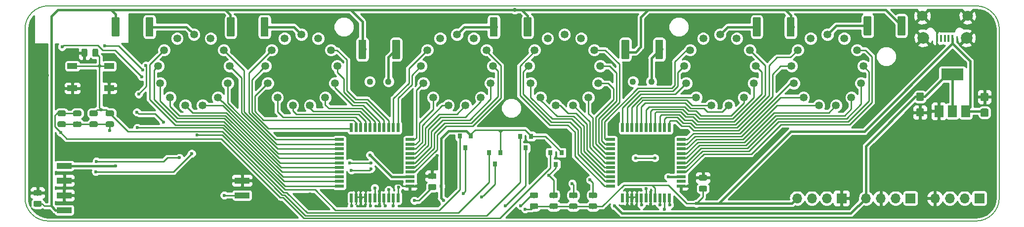
<source format=gbr>
%TF.GenerationSoftware,KiCad,Pcbnew,(5.0.1)-4*%
%TF.CreationDate,2019-04-12T07:50:59+02:00*%
%TF.ProjectId,nixie,6E697869652E6B696361645F70636200,rev?*%
%TF.SameCoordinates,Original*%
%TF.FileFunction,Copper,L1,Top,Signal*%
%TF.FilePolarity,Positive*%
%FSLAX46Y46*%
G04 Gerber Fmt 4.6, Leading zero omitted, Abs format (unit mm)*
G04 Created by KiCad (PCBNEW (5.0.1)-4) date 12/04/2019 7:50:59*
%MOMM*%
%LPD*%
G01*
G04 APERTURE LIST*
%ADD10C,0.200000*%
%ADD11R,1.500000X0.520000*%
%ADD12R,0.520000X1.500000*%
%ADD13C,0.100000*%
%ADD14C,1.350000*%
%ADD15R,2.510000X1.000000*%
%ADD16C,1.346200*%
%ADD17C,1.107440*%
%ADD18C,0.975000*%
%ADD19R,0.450000X1.300000*%
%ADD20C,2.000000*%
%ADD21C,1.800000*%
%ADD22R,0.800000X0.900000*%
%ADD23R,1.700000X1.000000*%
%ADD24R,1.700000X1.700000*%
%ADD25O,1.700000X1.700000*%
%ADD26R,3.800000X2.000000*%
%ADD27R,1.500000X2.000000*%
%ADD28C,0.600000*%
%ADD29C,0.700000*%
%ADD30C,0.250000*%
%ADD31C,0.381000*%
%ADD32C,0.254000*%
G04 APERTURE END LIST*
D10*
X71251000Y-120249000D02*
G75*
G02X67251000Y-116249000I0J4000000D01*
G01*
X71251000Y-120249000D02*
X230251000Y-120249000D01*
X234251000Y-87249000D02*
X234251000Y-116249000D01*
X67251000Y-87249000D02*
G75*
G02X71251000Y-83249000I4000000J0D01*
G01*
X234251000Y-116249000D02*
G75*
G02X230251000Y-120249000I-4000000J0D01*
G01*
X67251000Y-87249000D02*
X67251000Y-116249000D01*
X71251000Y-83249000D02*
X230251000Y-83249000D01*
X230251000Y-83249000D02*
G75*
G02X234251000Y-87249000I0J-4000000D01*
G01*
D11*
X133240500Y-106236000D03*
X133240500Y-107036000D03*
X133240500Y-107836000D03*
X133240500Y-108636000D03*
X133240500Y-109436000D03*
X133240500Y-110236000D03*
X133240500Y-111036000D03*
X133240500Y-111836000D03*
X133240500Y-112636000D03*
X133240500Y-113436000D03*
X133240500Y-114236000D03*
D12*
X131190500Y-116286000D03*
X130390500Y-116286000D03*
X129590500Y-116286000D03*
X128790500Y-116286000D03*
X127990500Y-116286000D03*
X127190500Y-116286000D03*
X126390500Y-116286000D03*
X125590500Y-116286000D03*
X124790500Y-116286000D03*
X123990500Y-116286000D03*
X123190500Y-116286000D03*
D11*
X121140500Y-114236000D03*
X121140500Y-113436000D03*
X121140500Y-112636000D03*
X121140500Y-111836000D03*
X121140500Y-111036000D03*
X121140500Y-110236000D03*
X121140500Y-109436000D03*
X121140500Y-108636000D03*
X121140500Y-107836000D03*
X121140500Y-107036000D03*
X121140500Y-106236000D03*
D12*
X123190500Y-104186000D03*
X123990500Y-104186000D03*
X124790500Y-104186000D03*
X125590500Y-104186000D03*
X126390500Y-104186000D03*
X127190500Y-104186000D03*
X127990500Y-104186000D03*
X128790500Y-104186000D03*
X129590500Y-104186000D03*
X130390500Y-104186000D03*
X131190500Y-104186000D03*
D11*
X179722500Y-106236000D03*
X179722500Y-107036000D03*
X179722500Y-107836000D03*
X179722500Y-108636000D03*
X179722500Y-109436000D03*
X179722500Y-110236000D03*
X179722500Y-111036000D03*
X179722500Y-111836000D03*
X179722500Y-112636000D03*
X179722500Y-113436000D03*
X179722500Y-114236000D03*
D12*
X177672500Y-116286000D03*
X176872500Y-116286000D03*
X176072500Y-116286000D03*
X175272500Y-116286000D03*
X174472500Y-116286000D03*
X173672500Y-116286000D03*
X172872500Y-116286000D03*
X172072500Y-116286000D03*
X171272500Y-116286000D03*
X170472500Y-116286000D03*
X169672500Y-116286000D03*
D11*
X167622500Y-114236000D03*
X167622500Y-113436000D03*
X167622500Y-112636000D03*
X167622500Y-111836000D03*
X167622500Y-111036000D03*
X167622500Y-110236000D03*
X167622500Y-109436000D03*
X167622500Y-108636000D03*
X167622500Y-107836000D03*
X167622500Y-107036000D03*
X167622500Y-106236000D03*
D12*
X169672500Y-104186000D03*
X170472500Y-104186000D03*
X171272500Y-104186000D03*
X172072500Y-104186000D03*
X172872500Y-104186000D03*
X173672500Y-104186000D03*
X174472500Y-104186000D03*
X175272500Y-104186000D03*
X176072500Y-104186000D03*
X176872500Y-104186000D03*
X177672500Y-104186000D03*
D13*
G36*
X221112005Y-100870704D02*
X221136273Y-100874304D01*
X221160072Y-100880265D01*
X221183171Y-100888530D01*
X221205350Y-100899020D01*
X221226393Y-100911632D01*
X221246099Y-100926247D01*
X221264277Y-100942723D01*
X221280753Y-100960901D01*
X221295368Y-100980607D01*
X221307980Y-101001650D01*
X221318470Y-101023829D01*
X221326735Y-101046928D01*
X221332696Y-101070727D01*
X221336296Y-101094995D01*
X221337500Y-101119499D01*
X221337500Y-102019501D01*
X221336296Y-102044005D01*
X221332696Y-102068273D01*
X221326735Y-102092072D01*
X221318470Y-102115171D01*
X221307980Y-102137350D01*
X221295368Y-102158393D01*
X221280753Y-102178099D01*
X221264277Y-102196277D01*
X221246099Y-102212753D01*
X221226393Y-102227368D01*
X221205350Y-102239980D01*
X221183171Y-102250470D01*
X221160072Y-102258735D01*
X221136273Y-102264696D01*
X221112005Y-102268296D01*
X221087501Y-102269500D01*
X220237499Y-102269500D01*
X220212995Y-102268296D01*
X220188727Y-102264696D01*
X220164928Y-102258735D01*
X220141829Y-102250470D01*
X220119650Y-102239980D01*
X220098607Y-102227368D01*
X220078901Y-102212753D01*
X220060723Y-102196277D01*
X220044247Y-102178099D01*
X220029632Y-102158393D01*
X220017020Y-102137350D01*
X220006530Y-102115171D01*
X219998265Y-102092072D01*
X219992304Y-102068273D01*
X219988704Y-102044005D01*
X219987500Y-102019501D01*
X219987500Y-101119499D01*
X219988704Y-101094995D01*
X219992304Y-101070727D01*
X219998265Y-101046928D01*
X220006530Y-101023829D01*
X220017020Y-101001650D01*
X220029632Y-100980607D01*
X220044247Y-100960901D01*
X220060723Y-100942723D01*
X220078901Y-100926247D01*
X220098607Y-100911632D01*
X220119650Y-100899020D01*
X220141829Y-100888530D01*
X220164928Y-100880265D01*
X220188727Y-100874304D01*
X220212995Y-100870704D01*
X220237499Y-100869500D01*
X221087501Y-100869500D01*
X221112005Y-100870704D01*
X221112005Y-100870704D01*
G37*
D14*
X220662500Y-101569500D03*
D13*
G36*
X221112005Y-98170704D02*
X221136273Y-98174304D01*
X221160072Y-98180265D01*
X221183171Y-98188530D01*
X221205350Y-98199020D01*
X221226393Y-98211632D01*
X221246099Y-98226247D01*
X221264277Y-98242723D01*
X221280753Y-98260901D01*
X221295368Y-98280607D01*
X221307980Y-98301650D01*
X221318470Y-98323829D01*
X221326735Y-98346928D01*
X221332696Y-98370727D01*
X221336296Y-98394995D01*
X221337500Y-98419499D01*
X221337500Y-99319501D01*
X221336296Y-99344005D01*
X221332696Y-99368273D01*
X221326735Y-99392072D01*
X221318470Y-99415171D01*
X221307980Y-99437350D01*
X221295368Y-99458393D01*
X221280753Y-99478099D01*
X221264277Y-99496277D01*
X221246099Y-99512753D01*
X221226393Y-99527368D01*
X221205350Y-99539980D01*
X221183171Y-99550470D01*
X221160072Y-99558735D01*
X221136273Y-99564696D01*
X221112005Y-99568296D01*
X221087501Y-99569500D01*
X220237499Y-99569500D01*
X220212995Y-99568296D01*
X220188727Y-99564696D01*
X220164928Y-99558735D01*
X220141829Y-99550470D01*
X220119650Y-99539980D01*
X220098607Y-99527368D01*
X220078901Y-99512753D01*
X220060723Y-99496277D01*
X220044247Y-99478099D01*
X220029632Y-99458393D01*
X220017020Y-99437350D01*
X220006530Y-99415171D01*
X219998265Y-99392072D01*
X219992304Y-99368273D01*
X219988704Y-99344005D01*
X219987500Y-99319501D01*
X219987500Y-98419499D01*
X219988704Y-98394995D01*
X219992304Y-98370727D01*
X219998265Y-98346928D01*
X220006530Y-98323829D01*
X220017020Y-98301650D01*
X220029632Y-98280607D01*
X220044247Y-98260901D01*
X220060723Y-98242723D01*
X220078901Y-98226247D01*
X220098607Y-98211632D01*
X220119650Y-98199020D01*
X220141829Y-98188530D01*
X220164928Y-98180265D01*
X220188727Y-98174304D01*
X220212995Y-98170704D01*
X220237499Y-98169500D01*
X221087501Y-98169500D01*
X221112005Y-98170704D01*
X221112005Y-98170704D01*
G37*
D14*
X220662500Y-98869500D03*
D15*
X104457500Y-115824000D03*
X104457500Y-113284000D03*
X73977500Y-118364000D03*
X73977500Y-113284000D03*
X73973500Y-115824000D03*
X73973500Y-110744000D03*
D16*
X101295200Y-90845640D03*
X91109800Y-90845640D03*
X90058240Y-93616780D03*
X90416380Y-96555560D03*
X92097860Y-98993960D03*
X94721680Y-100370640D03*
X97683320Y-100370640D03*
X100307140Y-98993960D03*
X101988620Y-96555560D03*
X102346760Y-93616780D03*
X96202500Y-88173560D03*
X99077780Y-88882220D03*
X93327220Y-88882220D03*
X119710200Y-90845640D03*
X109524800Y-90845640D03*
X108473240Y-93616780D03*
X108831380Y-96555560D03*
X110512860Y-98993960D03*
X113136680Y-100370640D03*
X116098320Y-100370640D03*
X118722140Y-98993960D03*
X120403620Y-96555560D03*
X120761760Y-93616780D03*
X114617500Y-88173560D03*
X117492780Y-88882220D03*
X111742220Y-88882220D03*
X146380200Y-90845640D03*
X136194800Y-90845640D03*
X135143240Y-93616780D03*
X135501380Y-96555560D03*
X137182860Y-98993960D03*
X139806680Y-100370640D03*
X142768320Y-100370640D03*
X145392140Y-98993960D03*
X147073620Y-96555560D03*
X147431760Y-93616780D03*
X141287500Y-88173560D03*
X144162780Y-88882220D03*
X138412220Y-88882220D03*
D17*
X129540000Y-96266000D03*
X126365000Y-96266000D03*
D16*
X164795200Y-90845640D03*
X154609800Y-90845640D03*
X153558240Y-93616780D03*
X153916380Y-96555560D03*
X155597860Y-98993960D03*
X158221680Y-100370640D03*
X161183320Y-100370640D03*
X163807140Y-98993960D03*
X165488620Y-96555560D03*
X165846760Y-93616780D03*
X159702500Y-88173560D03*
X162577780Y-88882220D03*
X156827220Y-88882220D03*
X191465200Y-90845640D03*
X181279800Y-90845640D03*
X180228240Y-93616780D03*
X180586380Y-96555560D03*
X182267860Y-98993960D03*
X184891680Y-100370640D03*
X187853320Y-100370640D03*
X190477140Y-98993960D03*
X192158620Y-96555560D03*
X192516760Y-93616780D03*
X186372500Y-88173560D03*
X189247780Y-88882220D03*
X183497220Y-88882220D03*
X209880200Y-90845640D03*
X199694800Y-90845640D03*
X198643240Y-93616780D03*
X199001380Y-96555560D03*
X200682860Y-98993960D03*
X203306680Y-100370640D03*
X206268320Y-100370640D03*
X208892140Y-98993960D03*
X210573620Y-96555560D03*
X210931760Y-93616780D03*
X204787500Y-88173560D03*
X207662780Y-88882220D03*
X201912220Y-88882220D03*
D17*
X174625000Y-96266000D03*
X171450000Y-96266000D03*
D13*
G36*
X137528142Y-113925674D02*
X137551803Y-113929184D01*
X137575007Y-113934996D01*
X137597529Y-113943054D01*
X137619153Y-113953282D01*
X137639670Y-113965579D01*
X137658883Y-113979829D01*
X137676607Y-113995893D01*
X137692671Y-114013617D01*
X137706921Y-114032830D01*
X137719218Y-114053347D01*
X137729446Y-114074971D01*
X137737504Y-114097493D01*
X137743316Y-114120697D01*
X137746826Y-114144358D01*
X137748000Y-114168250D01*
X137748000Y-114655750D01*
X137746826Y-114679642D01*
X137743316Y-114703303D01*
X137737504Y-114726507D01*
X137729446Y-114749029D01*
X137719218Y-114770653D01*
X137706921Y-114791170D01*
X137692671Y-114810383D01*
X137676607Y-114828107D01*
X137658883Y-114844171D01*
X137639670Y-114858421D01*
X137619153Y-114870718D01*
X137597529Y-114880946D01*
X137575007Y-114889004D01*
X137551803Y-114894816D01*
X137528142Y-114898326D01*
X137504250Y-114899500D01*
X136591750Y-114899500D01*
X136567858Y-114898326D01*
X136544197Y-114894816D01*
X136520993Y-114889004D01*
X136498471Y-114880946D01*
X136476847Y-114870718D01*
X136456330Y-114858421D01*
X136437117Y-114844171D01*
X136419393Y-114828107D01*
X136403329Y-114810383D01*
X136389079Y-114791170D01*
X136376782Y-114770653D01*
X136366554Y-114749029D01*
X136358496Y-114726507D01*
X136352684Y-114703303D01*
X136349174Y-114679642D01*
X136348000Y-114655750D01*
X136348000Y-114168250D01*
X136349174Y-114144358D01*
X136352684Y-114120697D01*
X136358496Y-114097493D01*
X136366554Y-114074971D01*
X136376782Y-114053347D01*
X136389079Y-114032830D01*
X136403329Y-114013617D01*
X136419393Y-113995893D01*
X136437117Y-113979829D01*
X136456330Y-113965579D01*
X136476847Y-113953282D01*
X136498471Y-113943054D01*
X136520993Y-113934996D01*
X136544197Y-113929184D01*
X136567858Y-113925674D01*
X136591750Y-113924500D01*
X137504250Y-113924500D01*
X137528142Y-113925674D01*
X137528142Y-113925674D01*
G37*
D18*
X137048000Y-114412000D03*
D13*
G36*
X137528142Y-112050674D02*
X137551803Y-112054184D01*
X137575007Y-112059996D01*
X137597529Y-112068054D01*
X137619153Y-112078282D01*
X137639670Y-112090579D01*
X137658883Y-112104829D01*
X137676607Y-112120893D01*
X137692671Y-112138617D01*
X137706921Y-112157830D01*
X137719218Y-112178347D01*
X137729446Y-112199971D01*
X137737504Y-112222493D01*
X137743316Y-112245697D01*
X137746826Y-112269358D01*
X137748000Y-112293250D01*
X137748000Y-112780750D01*
X137746826Y-112804642D01*
X137743316Y-112828303D01*
X137737504Y-112851507D01*
X137729446Y-112874029D01*
X137719218Y-112895653D01*
X137706921Y-112916170D01*
X137692671Y-112935383D01*
X137676607Y-112953107D01*
X137658883Y-112969171D01*
X137639670Y-112983421D01*
X137619153Y-112995718D01*
X137597529Y-113005946D01*
X137575007Y-113014004D01*
X137551803Y-113019816D01*
X137528142Y-113023326D01*
X137504250Y-113024500D01*
X136591750Y-113024500D01*
X136567858Y-113023326D01*
X136544197Y-113019816D01*
X136520993Y-113014004D01*
X136498471Y-113005946D01*
X136476847Y-112995718D01*
X136456330Y-112983421D01*
X136437117Y-112969171D01*
X136419393Y-112953107D01*
X136403329Y-112935383D01*
X136389079Y-112916170D01*
X136376782Y-112895653D01*
X136366554Y-112874029D01*
X136358496Y-112851507D01*
X136352684Y-112828303D01*
X136349174Y-112804642D01*
X136348000Y-112780750D01*
X136348000Y-112293250D01*
X136349174Y-112269358D01*
X136352684Y-112245697D01*
X136358496Y-112222493D01*
X136366554Y-112199971D01*
X136376782Y-112178347D01*
X136389079Y-112157830D01*
X136403329Y-112138617D01*
X136419393Y-112120893D01*
X136437117Y-112104829D01*
X136456330Y-112090579D01*
X136476847Y-112078282D01*
X136498471Y-112068054D01*
X136520993Y-112059996D01*
X136544197Y-112054184D01*
X136567858Y-112050674D01*
X136591750Y-112049500D01*
X137504250Y-112049500D01*
X137528142Y-112050674D01*
X137528142Y-112050674D01*
G37*
D18*
X137048000Y-112537000D03*
D13*
G36*
X183931642Y-112319674D02*
X183955303Y-112323184D01*
X183978507Y-112328996D01*
X184001029Y-112337054D01*
X184022653Y-112347282D01*
X184043170Y-112359579D01*
X184062383Y-112373829D01*
X184080107Y-112389893D01*
X184096171Y-112407617D01*
X184110421Y-112426830D01*
X184122718Y-112447347D01*
X184132946Y-112468971D01*
X184141004Y-112491493D01*
X184146816Y-112514697D01*
X184150326Y-112538358D01*
X184151500Y-112562250D01*
X184151500Y-113049750D01*
X184150326Y-113073642D01*
X184146816Y-113097303D01*
X184141004Y-113120507D01*
X184132946Y-113143029D01*
X184122718Y-113164653D01*
X184110421Y-113185170D01*
X184096171Y-113204383D01*
X184080107Y-113222107D01*
X184062383Y-113238171D01*
X184043170Y-113252421D01*
X184022653Y-113264718D01*
X184001029Y-113274946D01*
X183978507Y-113283004D01*
X183955303Y-113288816D01*
X183931642Y-113292326D01*
X183907750Y-113293500D01*
X182995250Y-113293500D01*
X182971358Y-113292326D01*
X182947697Y-113288816D01*
X182924493Y-113283004D01*
X182901971Y-113274946D01*
X182880347Y-113264718D01*
X182859830Y-113252421D01*
X182840617Y-113238171D01*
X182822893Y-113222107D01*
X182806829Y-113204383D01*
X182792579Y-113185170D01*
X182780282Y-113164653D01*
X182770054Y-113143029D01*
X182761996Y-113120507D01*
X182756184Y-113097303D01*
X182752674Y-113073642D01*
X182751500Y-113049750D01*
X182751500Y-112562250D01*
X182752674Y-112538358D01*
X182756184Y-112514697D01*
X182761996Y-112491493D01*
X182770054Y-112468971D01*
X182780282Y-112447347D01*
X182792579Y-112426830D01*
X182806829Y-112407617D01*
X182822893Y-112389893D01*
X182840617Y-112373829D01*
X182859830Y-112359579D01*
X182880347Y-112347282D01*
X182901971Y-112337054D01*
X182924493Y-112328996D01*
X182947697Y-112323184D01*
X182971358Y-112319674D01*
X182995250Y-112318500D01*
X183907750Y-112318500D01*
X183931642Y-112319674D01*
X183931642Y-112319674D01*
G37*
D18*
X183451500Y-112806000D03*
D13*
G36*
X183931642Y-114194674D02*
X183955303Y-114198184D01*
X183978507Y-114203996D01*
X184001029Y-114212054D01*
X184022653Y-114222282D01*
X184043170Y-114234579D01*
X184062383Y-114248829D01*
X184080107Y-114264893D01*
X184096171Y-114282617D01*
X184110421Y-114301830D01*
X184122718Y-114322347D01*
X184132946Y-114343971D01*
X184141004Y-114366493D01*
X184146816Y-114389697D01*
X184150326Y-114413358D01*
X184151500Y-114437250D01*
X184151500Y-114924750D01*
X184150326Y-114948642D01*
X184146816Y-114972303D01*
X184141004Y-114995507D01*
X184132946Y-115018029D01*
X184122718Y-115039653D01*
X184110421Y-115060170D01*
X184096171Y-115079383D01*
X184080107Y-115097107D01*
X184062383Y-115113171D01*
X184043170Y-115127421D01*
X184022653Y-115139718D01*
X184001029Y-115149946D01*
X183978507Y-115158004D01*
X183955303Y-115163816D01*
X183931642Y-115167326D01*
X183907750Y-115168500D01*
X182995250Y-115168500D01*
X182971358Y-115167326D01*
X182947697Y-115163816D01*
X182924493Y-115158004D01*
X182901971Y-115149946D01*
X182880347Y-115139718D01*
X182859830Y-115127421D01*
X182840617Y-115113171D01*
X182822893Y-115097107D01*
X182806829Y-115079383D01*
X182792579Y-115060170D01*
X182780282Y-115039653D01*
X182770054Y-115018029D01*
X182761996Y-114995507D01*
X182756184Y-114972303D01*
X182752674Y-114948642D01*
X182751500Y-114924750D01*
X182751500Y-114437250D01*
X182752674Y-114413358D01*
X182756184Y-114389697D01*
X182761996Y-114366493D01*
X182770054Y-114343971D01*
X182780282Y-114322347D01*
X182792579Y-114301830D01*
X182806829Y-114282617D01*
X182822893Y-114264893D01*
X182840617Y-114248829D01*
X182859830Y-114234579D01*
X182880347Y-114222282D01*
X182901971Y-114212054D01*
X182924493Y-114203996D01*
X182947697Y-114198184D01*
X182971358Y-114194674D01*
X182995250Y-114193500D01*
X183907750Y-114193500D01*
X183931642Y-114194674D01*
X183931642Y-114194674D01*
G37*
D18*
X183451500Y-114681000D03*
D13*
G36*
X69885642Y-116798174D02*
X69909303Y-116801684D01*
X69932507Y-116807496D01*
X69955029Y-116815554D01*
X69976653Y-116825782D01*
X69997170Y-116838079D01*
X70016383Y-116852329D01*
X70034107Y-116868393D01*
X70050171Y-116886117D01*
X70064421Y-116905330D01*
X70076718Y-116925847D01*
X70086946Y-116947471D01*
X70095004Y-116969993D01*
X70100816Y-116993197D01*
X70104326Y-117016858D01*
X70105500Y-117040750D01*
X70105500Y-117528250D01*
X70104326Y-117552142D01*
X70100816Y-117575803D01*
X70095004Y-117599007D01*
X70086946Y-117621529D01*
X70076718Y-117643153D01*
X70064421Y-117663670D01*
X70050171Y-117682883D01*
X70034107Y-117700607D01*
X70016383Y-117716671D01*
X69997170Y-117730921D01*
X69976653Y-117743218D01*
X69955029Y-117753446D01*
X69932507Y-117761504D01*
X69909303Y-117767316D01*
X69885642Y-117770826D01*
X69861750Y-117772000D01*
X68949250Y-117772000D01*
X68925358Y-117770826D01*
X68901697Y-117767316D01*
X68878493Y-117761504D01*
X68855971Y-117753446D01*
X68834347Y-117743218D01*
X68813830Y-117730921D01*
X68794617Y-117716671D01*
X68776893Y-117700607D01*
X68760829Y-117682883D01*
X68746579Y-117663670D01*
X68734282Y-117643153D01*
X68724054Y-117621529D01*
X68715996Y-117599007D01*
X68710184Y-117575803D01*
X68706674Y-117552142D01*
X68705500Y-117528250D01*
X68705500Y-117040750D01*
X68706674Y-117016858D01*
X68710184Y-116993197D01*
X68715996Y-116969993D01*
X68724054Y-116947471D01*
X68734282Y-116925847D01*
X68746579Y-116905330D01*
X68760829Y-116886117D01*
X68776893Y-116868393D01*
X68794617Y-116852329D01*
X68813830Y-116838079D01*
X68834347Y-116825782D01*
X68855971Y-116815554D01*
X68878493Y-116807496D01*
X68901697Y-116801684D01*
X68925358Y-116798174D01*
X68949250Y-116797000D01*
X69861750Y-116797000D01*
X69885642Y-116798174D01*
X69885642Y-116798174D01*
G37*
D18*
X69405500Y-117284500D03*
D13*
G36*
X69885642Y-114923174D02*
X69909303Y-114926684D01*
X69932507Y-114932496D01*
X69955029Y-114940554D01*
X69976653Y-114950782D01*
X69997170Y-114963079D01*
X70016383Y-114977329D01*
X70034107Y-114993393D01*
X70050171Y-115011117D01*
X70064421Y-115030330D01*
X70076718Y-115050847D01*
X70086946Y-115072471D01*
X70095004Y-115094993D01*
X70100816Y-115118197D01*
X70104326Y-115141858D01*
X70105500Y-115165750D01*
X70105500Y-115653250D01*
X70104326Y-115677142D01*
X70100816Y-115700803D01*
X70095004Y-115724007D01*
X70086946Y-115746529D01*
X70076718Y-115768153D01*
X70064421Y-115788670D01*
X70050171Y-115807883D01*
X70034107Y-115825607D01*
X70016383Y-115841671D01*
X69997170Y-115855921D01*
X69976653Y-115868218D01*
X69955029Y-115878446D01*
X69932507Y-115886504D01*
X69909303Y-115892316D01*
X69885642Y-115895826D01*
X69861750Y-115897000D01*
X68949250Y-115897000D01*
X68925358Y-115895826D01*
X68901697Y-115892316D01*
X68878493Y-115886504D01*
X68855971Y-115878446D01*
X68834347Y-115868218D01*
X68813830Y-115855921D01*
X68794617Y-115841671D01*
X68776893Y-115825607D01*
X68760829Y-115807883D01*
X68746579Y-115788670D01*
X68734282Y-115768153D01*
X68724054Y-115746529D01*
X68715996Y-115724007D01*
X68710184Y-115700803D01*
X68706674Y-115677142D01*
X68705500Y-115653250D01*
X68705500Y-115165750D01*
X68706674Y-115141858D01*
X68710184Y-115118197D01*
X68715996Y-115094993D01*
X68724054Y-115072471D01*
X68734282Y-115050847D01*
X68746579Y-115030330D01*
X68760829Y-115011117D01*
X68776893Y-114993393D01*
X68794617Y-114977329D01*
X68813830Y-114963079D01*
X68834347Y-114950782D01*
X68855971Y-114940554D01*
X68878493Y-114932496D01*
X68901697Y-114926684D01*
X68925358Y-114923174D01*
X68949250Y-114922000D01*
X69861750Y-114922000D01*
X69885642Y-114923174D01*
X69885642Y-114923174D01*
G37*
D18*
X69405500Y-115409500D03*
D19*
X226217000Y-88831500D03*
X225567000Y-88831500D03*
X224917000Y-88831500D03*
X224267000Y-88831500D03*
X223617000Y-88831500D03*
D20*
X228642000Y-88781500D03*
X221192000Y-88781500D03*
D21*
X228792000Y-84981500D03*
X221042000Y-84981500D03*
D22*
X159194500Y-108490000D03*
X157294500Y-108490000D03*
X158244500Y-110490000D03*
X153987500Y-105664000D03*
X152087500Y-105664000D03*
X153037500Y-107664000D03*
X147767000Y-110474000D03*
X146817000Y-108474000D03*
X148717000Y-108474000D03*
X142748000Y-107616500D03*
X141798000Y-105616500D03*
X143698000Y-105616500D03*
D13*
G36*
X148044505Y-85194204D02*
X148068773Y-85197804D01*
X148092572Y-85203765D01*
X148115671Y-85212030D01*
X148137850Y-85222520D01*
X148158893Y-85235132D01*
X148178599Y-85249747D01*
X148196777Y-85266223D01*
X148213253Y-85284401D01*
X148227868Y-85304107D01*
X148240480Y-85325150D01*
X148250970Y-85347329D01*
X148259235Y-85370428D01*
X148265196Y-85394227D01*
X148268796Y-85418495D01*
X148270000Y-85442999D01*
X148270000Y-88293001D01*
X148268796Y-88317505D01*
X148265196Y-88341773D01*
X148259235Y-88365572D01*
X148250970Y-88388671D01*
X148240480Y-88410850D01*
X148227868Y-88431893D01*
X148213253Y-88451599D01*
X148196777Y-88469777D01*
X148178599Y-88486253D01*
X148158893Y-88500868D01*
X148137850Y-88513480D01*
X148115671Y-88523970D01*
X148092572Y-88532235D01*
X148068773Y-88538196D01*
X148044505Y-88541796D01*
X148020001Y-88543000D01*
X147169999Y-88543000D01*
X147145495Y-88541796D01*
X147121227Y-88538196D01*
X147097428Y-88532235D01*
X147074329Y-88523970D01*
X147052150Y-88513480D01*
X147031107Y-88500868D01*
X147011401Y-88486253D01*
X146993223Y-88469777D01*
X146976747Y-88451599D01*
X146962132Y-88431893D01*
X146949520Y-88410850D01*
X146939030Y-88388671D01*
X146930765Y-88365572D01*
X146924804Y-88341773D01*
X146921204Y-88317505D01*
X146920000Y-88293001D01*
X146920000Y-85442999D01*
X146921204Y-85418495D01*
X146924804Y-85394227D01*
X146930765Y-85370428D01*
X146939030Y-85347329D01*
X146949520Y-85325150D01*
X146962132Y-85304107D01*
X146976747Y-85284401D01*
X146993223Y-85266223D01*
X147011401Y-85249747D01*
X147031107Y-85235132D01*
X147052150Y-85222520D01*
X147074329Y-85212030D01*
X147097428Y-85203765D01*
X147121227Y-85197804D01*
X147145495Y-85194204D01*
X147169999Y-85193000D01*
X148020001Y-85193000D01*
X148044505Y-85194204D01*
X148044505Y-85194204D01*
G37*
D14*
X147595000Y-86868000D03*
D13*
G36*
X153844505Y-85194204D02*
X153868773Y-85197804D01*
X153892572Y-85203765D01*
X153915671Y-85212030D01*
X153937850Y-85222520D01*
X153958893Y-85235132D01*
X153978599Y-85249747D01*
X153996777Y-85266223D01*
X154013253Y-85284401D01*
X154027868Y-85304107D01*
X154040480Y-85325150D01*
X154050970Y-85347329D01*
X154059235Y-85370428D01*
X154065196Y-85394227D01*
X154068796Y-85418495D01*
X154070000Y-85442999D01*
X154070000Y-88293001D01*
X154068796Y-88317505D01*
X154065196Y-88341773D01*
X154059235Y-88365572D01*
X154050970Y-88388671D01*
X154040480Y-88410850D01*
X154027868Y-88431893D01*
X154013253Y-88451599D01*
X153996777Y-88469777D01*
X153978599Y-88486253D01*
X153958893Y-88500868D01*
X153937850Y-88513480D01*
X153915671Y-88523970D01*
X153892572Y-88532235D01*
X153868773Y-88538196D01*
X153844505Y-88541796D01*
X153820001Y-88543000D01*
X152969999Y-88543000D01*
X152945495Y-88541796D01*
X152921227Y-88538196D01*
X152897428Y-88532235D01*
X152874329Y-88523970D01*
X152852150Y-88513480D01*
X152831107Y-88500868D01*
X152811401Y-88486253D01*
X152793223Y-88469777D01*
X152776747Y-88451599D01*
X152762132Y-88431893D01*
X152749520Y-88410850D01*
X152739030Y-88388671D01*
X152730765Y-88365572D01*
X152724804Y-88341773D01*
X152721204Y-88317505D01*
X152720000Y-88293001D01*
X152720000Y-85442999D01*
X152721204Y-85418495D01*
X152724804Y-85394227D01*
X152730765Y-85370428D01*
X152739030Y-85347329D01*
X152749520Y-85325150D01*
X152762132Y-85304107D01*
X152776747Y-85284401D01*
X152793223Y-85266223D01*
X152811401Y-85249747D01*
X152831107Y-85235132D01*
X152852150Y-85222520D01*
X152874329Y-85212030D01*
X152897428Y-85203765D01*
X152921227Y-85197804D01*
X152945495Y-85194204D01*
X152969999Y-85193000D01*
X153820001Y-85193000D01*
X153844505Y-85194204D01*
X153844505Y-85194204D01*
G37*
D14*
X153395000Y-86868000D03*
D13*
G36*
X125523005Y-89067704D02*
X125547273Y-89071304D01*
X125571072Y-89077265D01*
X125594171Y-89085530D01*
X125616350Y-89096020D01*
X125637393Y-89108632D01*
X125657099Y-89123247D01*
X125675277Y-89139723D01*
X125691753Y-89157901D01*
X125706368Y-89177607D01*
X125718980Y-89198650D01*
X125729470Y-89220829D01*
X125737735Y-89243928D01*
X125743696Y-89267727D01*
X125747296Y-89291995D01*
X125748500Y-89316499D01*
X125748500Y-92166501D01*
X125747296Y-92191005D01*
X125743696Y-92215273D01*
X125737735Y-92239072D01*
X125729470Y-92262171D01*
X125718980Y-92284350D01*
X125706368Y-92305393D01*
X125691753Y-92325099D01*
X125675277Y-92343277D01*
X125657099Y-92359753D01*
X125637393Y-92374368D01*
X125616350Y-92386980D01*
X125594171Y-92397470D01*
X125571072Y-92405735D01*
X125547273Y-92411696D01*
X125523005Y-92415296D01*
X125498501Y-92416500D01*
X124648499Y-92416500D01*
X124623995Y-92415296D01*
X124599727Y-92411696D01*
X124575928Y-92405735D01*
X124552829Y-92397470D01*
X124530650Y-92386980D01*
X124509607Y-92374368D01*
X124489901Y-92359753D01*
X124471723Y-92343277D01*
X124455247Y-92325099D01*
X124440632Y-92305393D01*
X124428020Y-92284350D01*
X124417530Y-92262171D01*
X124409265Y-92239072D01*
X124403304Y-92215273D01*
X124399704Y-92191005D01*
X124398500Y-92166501D01*
X124398500Y-89316499D01*
X124399704Y-89291995D01*
X124403304Y-89267727D01*
X124409265Y-89243928D01*
X124417530Y-89220829D01*
X124428020Y-89198650D01*
X124440632Y-89177607D01*
X124455247Y-89157901D01*
X124471723Y-89139723D01*
X124489901Y-89123247D01*
X124509607Y-89108632D01*
X124530650Y-89096020D01*
X124552829Y-89085530D01*
X124575928Y-89077265D01*
X124599727Y-89071304D01*
X124623995Y-89067704D01*
X124648499Y-89066500D01*
X125498501Y-89066500D01*
X125523005Y-89067704D01*
X125523005Y-89067704D01*
G37*
D14*
X125073500Y-90741500D03*
D13*
G36*
X131323005Y-89067704D02*
X131347273Y-89071304D01*
X131371072Y-89077265D01*
X131394171Y-89085530D01*
X131416350Y-89096020D01*
X131437393Y-89108632D01*
X131457099Y-89123247D01*
X131475277Y-89139723D01*
X131491753Y-89157901D01*
X131506368Y-89177607D01*
X131518980Y-89198650D01*
X131529470Y-89220829D01*
X131537735Y-89243928D01*
X131543696Y-89267727D01*
X131547296Y-89291995D01*
X131548500Y-89316499D01*
X131548500Y-92166501D01*
X131547296Y-92191005D01*
X131543696Y-92215273D01*
X131537735Y-92239072D01*
X131529470Y-92262171D01*
X131518980Y-92284350D01*
X131506368Y-92305393D01*
X131491753Y-92325099D01*
X131475277Y-92343277D01*
X131457099Y-92359753D01*
X131437393Y-92374368D01*
X131416350Y-92386980D01*
X131394171Y-92397470D01*
X131371072Y-92405735D01*
X131347273Y-92411696D01*
X131323005Y-92415296D01*
X131298501Y-92416500D01*
X130448499Y-92416500D01*
X130423995Y-92415296D01*
X130399727Y-92411696D01*
X130375928Y-92405735D01*
X130352829Y-92397470D01*
X130330650Y-92386980D01*
X130309607Y-92374368D01*
X130289901Y-92359753D01*
X130271723Y-92343277D01*
X130255247Y-92325099D01*
X130240632Y-92305393D01*
X130228020Y-92284350D01*
X130217530Y-92262171D01*
X130209265Y-92239072D01*
X130203304Y-92215273D01*
X130199704Y-92191005D01*
X130198500Y-92166501D01*
X130198500Y-89316499D01*
X130199704Y-89291995D01*
X130203304Y-89267727D01*
X130209265Y-89243928D01*
X130217530Y-89220829D01*
X130228020Y-89198650D01*
X130240632Y-89177607D01*
X130255247Y-89157901D01*
X130271723Y-89139723D01*
X130289901Y-89123247D01*
X130309607Y-89108632D01*
X130330650Y-89096020D01*
X130352829Y-89085530D01*
X130375928Y-89077265D01*
X130399727Y-89071304D01*
X130423995Y-89067704D01*
X130448499Y-89066500D01*
X131298501Y-89066500D01*
X131323005Y-89067704D01*
X131323005Y-89067704D01*
G37*
D14*
X130873500Y-90741500D03*
D13*
G36*
X89032005Y-85194204D02*
X89056273Y-85197804D01*
X89080072Y-85203765D01*
X89103171Y-85212030D01*
X89125350Y-85222520D01*
X89146393Y-85235132D01*
X89166099Y-85249747D01*
X89184277Y-85266223D01*
X89200753Y-85284401D01*
X89215368Y-85304107D01*
X89227980Y-85325150D01*
X89238470Y-85347329D01*
X89246735Y-85370428D01*
X89252696Y-85394227D01*
X89256296Y-85418495D01*
X89257500Y-85442999D01*
X89257500Y-88293001D01*
X89256296Y-88317505D01*
X89252696Y-88341773D01*
X89246735Y-88365572D01*
X89238470Y-88388671D01*
X89227980Y-88410850D01*
X89215368Y-88431893D01*
X89200753Y-88451599D01*
X89184277Y-88469777D01*
X89166099Y-88486253D01*
X89146393Y-88500868D01*
X89125350Y-88513480D01*
X89103171Y-88523970D01*
X89080072Y-88532235D01*
X89056273Y-88538196D01*
X89032005Y-88541796D01*
X89007501Y-88543000D01*
X88157499Y-88543000D01*
X88132995Y-88541796D01*
X88108727Y-88538196D01*
X88084928Y-88532235D01*
X88061829Y-88523970D01*
X88039650Y-88513480D01*
X88018607Y-88500868D01*
X87998901Y-88486253D01*
X87980723Y-88469777D01*
X87964247Y-88451599D01*
X87949632Y-88431893D01*
X87937020Y-88410850D01*
X87926530Y-88388671D01*
X87918265Y-88365572D01*
X87912304Y-88341773D01*
X87908704Y-88317505D01*
X87907500Y-88293001D01*
X87907500Y-85442999D01*
X87908704Y-85418495D01*
X87912304Y-85394227D01*
X87918265Y-85370428D01*
X87926530Y-85347329D01*
X87937020Y-85325150D01*
X87949632Y-85304107D01*
X87964247Y-85284401D01*
X87980723Y-85266223D01*
X87998901Y-85249747D01*
X88018607Y-85235132D01*
X88039650Y-85222520D01*
X88061829Y-85212030D01*
X88084928Y-85203765D01*
X88108727Y-85197804D01*
X88132995Y-85194204D01*
X88157499Y-85193000D01*
X89007501Y-85193000D01*
X89032005Y-85194204D01*
X89032005Y-85194204D01*
G37*
D14*
X88582500Y-86868000D03*
D13*
G36*
X83232005Y-85194204D02*
X83256273Y-85197804D01*
X83280072Y-85203765D01*
X83303171Y-85212030D01*
X83325350Y-85222520D01*
X83346393Y-85235132D01*
X83366099Y-85249747D01*
X83384277Y-85266223D01*
X83400753Y-85284401D01*
X83415368Y-85304107D01*
X83427980Y-85325150D01*
X83438470Y-85347329D01*
X83446735Y-85370428D01*
X83452696Y-85394227D01*
X83456296Y-85418495D01*
X83457500Y-85442999D01*
X83457500Y-88293001D01*
X83456296Y-88317505D01*
X83452696Y-88341773D01*
X83446735Y-88365572D01*
X83438470Y-88388671D01*
X83427980Y-88410850D01*
X83415368Y-88431893D01*
X83400753Y-88451599D01*
X83384277Y-88469777D01*
X83366099Y-88486253D01*
X83346393Y-88500868D01*
X83325350Y-88513480D01*
X83303171Y-88523970D01*
X83280072Y-88532235D01*
X83256273Y-88538196D01*
X83232005Y-88541796D01*
X83207501Y-88543000D01*
X82357499Y-88543000D01*
X82332995Y-88541796D01*
X82308727Y-88538196D01*
X82284928Y-88532235D01*
X82261829Y-88523970D01*
X82239650Y-88513480D01*
X82218607Y-88500868D01*
X82198901Y-88486253D01*
X82180723Y-88469777D01*
X82164247Y-88451599D01*
X82149632Y-88431893D01*
X82137020Y-88410850D01*
X82126530Y-88388671D01*
X82118265Y-88365572D01*
X82112304Y-88341773D01*
X82108704Y-88317505D01*
X82107500Y-88293001D01*
X82107500Y-85442999D01*
X82108704Y-85418495D01*
X82112304Y-85394227D01*
X82118265Y-85370428D01*
X82126530Y-85347329D01*
X82137020Y-85325150D01*
X82149632Y-85304107D01*
X82164247Y-85284401D01*
X82180723Y-85266223D01*
X82198901Y-85249747D01*
X82218607Y-85235132D01*
X82239650Y-85222520D01*
X82261829Y-85212030D01*
X82284928Y-85203765D01*
X82308727Y-85197804D01*
X82332995Y-85194204D01*
X82357499Y-85193000D01*
X83207501Y-85193000D01*
X83232005Y-85194204D01*
X83232005Y-85194204D01*
G37*
D14*
X82782500Y-86868000D03*
D13*
G36*
X102959505Y-85194204D02*
X102983773Y-85197804D01*
X103007572Y-85203765D01*
X103030671Y-85212030D01*
X103052850Y-85222520D01*
X103073893Y-85235132D01*
X103093599Y-85249747D01*
X103111777Y-85266223D01*
X103128253Y-85284401D01*
X103142868Y-85304107D01*
X103155480Y-85325150D01*
X103165970Y-85347329D01*
X103174235Y-85370428D01*
X103180196Y-85394227D01*
X103183796Y-85418495D01*
X103185000Y-85442999D01*
X103185000Y-88293001D01*
X103183796Y-88317505D01*
X103180196Y-88341773D01*
X103174235Y-88365572D01*
X103165970Y-88388671D01*
X103155480Y-88410850D01*
X103142868Y-88431893D01*
X103128253Y-88451599D01*
X103111777Y-88469777D01*
X103093599Y-88486253D01*
X103073893Y-88500868D01*
X103052850Y-88513480D01*
X103030671Y-88523970D01*
X103007572Y-88532235D01*
X102983773Y-88538196D01*
X102959505Y-88541796D01*
X102935001Y-88543000D01*
X102084999Y-88543000D01*
X102060495Y-88541796D01*
X102036227Y-88538196D01*
X102012428Y-88532235D01*
X101989329Y-88523970D01*
X101967150Y-88513480D01*
X101946107Y-88500868D01*
X101926401Y-88486253D01*
X101908223Y-88469777D01*
X101891747Y-88451599D01*
X101877132Y-88431893D01*
X101864520Y-88410850D01*
X101854030Y-88388671D01*
X101845765Y-88365572D01*
X101839804Y-88341773D01*
X101836204Y-88317505D01*
X101835000Y-88293001D01*
X101835000Y-85442999D01*
X101836204Y-85418495D01*
X101839804Y-85394227D01*
X101845765Y-85370428D01*
X101854030Y-85347329D01*
X101864520Y-85325150D01*
X101877132Y-85304107D01*
X101891747Y-85284401D01*
X101908223Y-85266223D01*
X101926401Y-85249747D01*
X101946107Y-85235132D01*
X101967150Y-85222520D01*
X101989329Y-85212030D01*
X102012428Y-85203765D01*
X102036227Y-85197804D01*
X102060495Y-85194204D01*
X102084999Y-85193000D01*
X102935001Y-85193000D01*
X102959505Y-85194204D01*
X102959505Y-85194204D01*
G37*
D14*
X102510000Y-86868000D03*
D13*
G36*
X108759505Y-85194204D02*
X108783773Y-85197804D01*
X108807572Y-85203765D01*
X108830671Y-85212030D01*
X108852850Y-85222520D01*
X108873893Y-85235132D01*
X108893599Y-85249747D01*
X108911777Y-85266223D01*
X108928253Y-85284401D01*
X108942868Y-85304107D01*
X108955480Y-85325150D01*
X108965970Y-85347329D01*
X108974235Y-85370428D01*
X108980196Y-85394227D01*
X108983796Y-85418495D01*
X108985000Y-85442999D01*
X108985000Y-88293001D01*
X108983796Y-88317505D01*
X108980196Y-88341773D01*
X108974235Y-88365572D01*
X108965970Y-88388671D01*
X108955480Y-88410850D01*
X108942868Y-88431893D01*
X108928253Y-88451599D01*
X108911777Y-88469777D01*
X108893599Y-88486253D01*
X108873893Y-88500868D01*
X108852850Y-88513480D01*
X108830671Y-88523970D01*
X108807572Y-88532235D01*
X108783773Y-88538196D01*
X108759505Y-88541796D01*
X108735001Y-88543000D01*
X107884999Y-88543000D01*
X107860495Y-88541796D01*
X107836227Y-88538196D01*
X107812428Y-88532235D01*
X107789329Y-88523970D01*
X107767150Y-88513480D01*
X107746107Y-88500868D01*
X107726401Y-88486253D01*
X107708223Y-88469777D01*
X107691747Y-88451599D01*
X107677132Y-88431893D01*
X107664520Y-88410850D01*
X107654030Y-88388671D01*
X107645765Y-88365572D01*
X107639804Y-88341773D01*
X107636204Y-88317505D01*
X107635000Y-88293001D01*
X107635000Y-85442999D01*
X107636204Y-85418495D01*
X107639804Y-85394227D01*
X107645765Y-85370428D01*
X107654030Y-85347329D01*
X107664520Y-85325150D01*
X107677132Y-85304107D01*
X107691747Y-85284401D01*
X107708223Y-85266223D01*
X107726401Y-85249747D01*
X107746107Y-85235132D01*
X107767150Y-85222520D01*
X107789329Y-85212030D01*
X107812428Y-85203765D01*
X107836227Y-85197804D01*
X107860495Y-85194204D01*
X107884999Y-85193000D01*
X108735001Y-85193000D01*
X108759505Y-85194204D01*
X108759505Y-85194204D01*
G37*
D14*
X108310000Y-86868000D03*
D13*
G36*
X217916005Y-85003704D02*
X217940273Y-85007304D01*
X217964072Y-85013265D01*
X217987171Y-85021530D01*
X218009350Y-85032020D01*
X218030393Y-85044632D01*
X218050099Y-85059247D01*
X218068277Y-85075723D01*
X218084753Y-85093901D01*
X218099368Y-85113607D01*
X218111980Y-85134650D01*
X218122470Y-85156829D01*
X218130735Y-85179928D01*
X218136696Y-85203727D01*
X218140296Y-85227995D01*
X218141500Y-85252499D01*
X218141500Y-88102501D01*
X218140296Y-88127005D01*
X218136696Y-88151273D01*
X218130735Y-88175072D01*
X218122470Y-88198171D01*
X218111980Y-88220350D01*
X218099368Y-88241393D01*
X218084753Y-88261099D01*
X218068277Y-88279277D01*
X218050099Y-88295753D01*
X218030393Y-88310368D01*
X218009350Y-88322980D01*
X217987171Y-88333470D01*
X217964072Y-88341735D01*
X217940273Y-88347696D01*
X217916005Y-88351296D01*
X217891501Y-88352500D01*
X217041499Y-88352500D01*
X217016995Y-88351296D01*
X216992727Y-88347696D01*
X216968928Y-88341735D01*
X216945829Y-88333470D01*
X216923650Y-88322980D01*
X216902607Y-88310368D01*
X216882901Y-88295753D01*
X216864723Y-88279277D01*
X216848247Y-88261099D01*
X216833632Y-88241393D01*
X216821020Y-88220350D01*
X216810530Y-88198171D01*
X216802265Y-88175072D01*
X216796304Y-88151273D01*
X216792704Y-88127005D01*
X216791500Y-88102501D01*
X216791500Y-85252499D01*
X216792704Y-85227995D01*
X216796304Y-85203727D01*
X216802265Y-85179928D01*
X216810530Y-85156829D01*
X216821020Y-85134650D01*
X216833632Y-85113607D01*
X216848247Y-85093901D01*
X216864723Y-85075723D01*
X216882901Y-85059247D01*
X216902607Y-85044632D01*
X216923650Y-85032020D01*
X216945829Y-85021530D01*
X216968928Y-85013265D01*
X216992727Y-85007304D01*
X217016995Y-85003704D01*
X217041499Y-85002500D01*
X217891501Y-85002500D01*
X217916005Y-85003704D01*
X217916005Y-85003704D01*
G37*
D14*
X217466500Y-86677500D03*
D13*
G36*
X212116005Y-85003704D02*
X212140273Y-85007304D01*
X212164072Y-85013265D01*
X212187171Y-85021530D01*
X212209350Y-85032020D01*
X212230393Y-85044632D01*
X212250099Y-85059247D01*
X212268277Y-85075723D01*
X212284753Y-85093901D01*
X212299368Y-85113607D01*
X212311980Y-85134650D01*
X212322470Y-85156829D01*
X212330735Y-85179928D01*
X212336696Y-85203727D01*
X212340296Y-85227995D01*
X212341500Y-85252499D01*
X212341500Y-88102501D01*
X212340296Y-88127005D01*
X212336696Y-88151273D01*
X212330735Y-88175072D01*
X212322470Y-88198171D01*
X212311980Y-88220350D01*
X212299368Y-88241393D01*
X212284753Y-88261099D01*
X212268277Y-88279277D01*
X212250099Y-88295753D01*
X212230393Y-88310368D01*
X212209350Y-88322980D01*
X212187171Y-88333470D01*
X212164072Y-88341735D01*
X212140273Y-88347696D01*
X212116005Y-88351296D01*
X212091501Y-88352500D01*
X211241499Y-88352500D01*
X211216995Y-88351296D01*
X211192727Y-88347696D01*
X211168928Y-88341735D01*
X211145829Y-88333470D01*
X211123650Y-88322980D01*
X211102607Y-88310368D01*
X211082901Y-88295753D01*
X211064723Y-88279277D01*
X211048247Y-88261099D01*
X211033632Y-88241393D01*
X211021020Y-88220350D01*
X211010530Y-88198171D01*
X211002265Y-88175072D01*
X210996304Y-88151273D01*
X210992704Y-88127005D01*
X210991500Y-88102501D01*
X210991500Y-85252499D01*
X210992704Y-85227995D01*
X210996304Y-85203727D01*
X211002265Y-85179928D01*
X211010530Y-85156829D01*
X211021020Y-85134650D01*
X211033632Y-85113607D01*
X211048247Y-85093901D01*
X211064723Y-85075723D01*
X211082901Y-85059247D01*
X211102607Y-85044632D01*
X211123650Y-85032020D01*
X211145829Y-85021530D01*
X211168928Y-85013265D01*
X211192727Y-85007304D01*
X211216995Y-85003704D01*
X211241499Y-85002500D01*
X212091501Y-85002500D01*
X212116005Y-85003704D01*
X212116005Y-85003704D01*
G37*
D14*
X211666500Y-86677500D03*
D13*
G36*
X176408005Y-89067704D02*
X176432273Y-89071304D01*
X176456072Y-89077265D01*
X176479171Y-89085530D01*
X176501350Y-89096020D01*
X176522393Y-89108632D01*
X176542099Y-89123247D01*
X176560277Y-89139723D01*
X176576753Y-89157901D01*
X176591368Y-89177607D01*
X176603980Y-89198650D01*
X176614470Y-89220829D01*
X176622735Y-89243928D01*
X176628696Y-89267727D01*
X176632296Y-89291995D01*
X176633500Y-89316499D01*
X176633500Y-92166501D01*
X176632296Y-92191005D01*
X176628696Y-92215273D01*
X176622735Y-92239072D01*
X176614470Y-92262171D01*
X176603980Y-92284350D01*
X176591368Y-92305393D01*
X176576753Y-92325099D01*
X176560277Y-92343277D01*
X176542099Y-92359753D01*
X176522393Y-92374368D01*
X176501350Y-92386980D01*
X176479171Y-92397470D01*
X176456072Y-92405735D01*
X176432273Y-92411696D01*
X176408005Y-92415296D01*
X176383501Y-92416500D01*
X175533499Y-92416500D01*
X175508995Y-92415296D01*
X175484727Y-92411696D01*
X175460928Y-92405735D01*
X175437829Y-92397470D01*
X175415650Y-92386980D01*
X175394607Y-92374368D01*
X175374901Y-92359753D01*
X175356723Y-92343277D01*
X175340247Y-92325099D01*
X175325632Y-92305393D01*
X175313020Y-92284350D01*
X175302530Y-92262171D01*
X175294265Y-92239072D01*
X175288304Y-92215273D01*
X175284704Y-92191005D01*
X175283500Y-92166501D01*
X175283500Y-89316499D01*
X175284704Y-89291995D01*
X175288304Y-89267727D01*
X175294265Y-89243928D01*
X175302530Y-89220829D01*
X175313020Y-89198650D01*
X175325632Y-89177607D01*
X175340247Y-89157901D01*
X175356723Y-89139723D01*
X175374901Y-89123247D01*
X175394607Y-89108632D01*
X175415650Y-89096020D01*
X175437829Y-89085530D01*
X175460928Y-89077265D01*
X175484727Y-89071304D01*
X175508995Y-89067704D01*
X175533499Y-89066500D01*
X176383501Y-89066500D01*
X176408005Y-89067704D01*
X176408005Y-89067704D01*
G37*
D14*
X175958500Y-90741500D03*
D13*
G36*
X170608005Y-89067704D02*
X170632273Y-89071304D01*
X170656072Y-89077265D01*
X170679171Y-89085530D01*
X170701350Y-89096020D01*
X170722393Y-89108632D01*
X170742099Y-89123247D01*
X170760277Y-89139723D01*
X170776753Y-89157901D01*
X170791368Y-89177607D01*
X170803980Y-89198650D01*
X170814470Y-89220829D01*
X170822735Y-89243928D01*
X170828696Y-89267727D01*
X170832296Y-89291995D01*
X170833500Y-89316499D01*
X170833500Y-92166501D01*
X170832296Y-92191005D01*
X170828696Y-92215273D01*
X170822735Y-92239072D01*
X170814470Y-92262171D01*
X170803980Y-92284350D01*
X170791368Y-92305393D01*
X170776753Y-92325099D01*
X170760277Y-92343277D01*
X170742099Y-92359753D01*
X170722393Y-92374368D01*
X170701350Y-92386980D01*
X170679171Y-92397470D01*
X170656072Y-92405735D01*
X170632273Y-92411696D01*
X170608005Y-92415296D01*
X170583501Y-92416500D01*
X169733499Y-92416500D01*
X169708995Y-92415296D01*
X169684727Y-92411696D01*
X169660928Y-92405735D01*
X169637829Y-92397470D01*
X169615650Y-92386980D01*
X169594607Y-92374368D01*
X169574901Y-92359753D01*
X169556723Y-92343277D01*
X169540247Y-92325099D01*
X169525632Y-92305393D01*
X169513020Y-92284350D01*
X169502530Y-92262171D01*
X169494265Y-92239072D01*
X169488304Y-92215273D01*
X169484704Y-92191005D01*
X169483500Y-92166501D01*
X169483500Y-89316499D01*
X169484704Y-89291995D01*
X169488304Y-89267727D01*
X169494265Y-89243928D01*
X169502530Y-89220829D01*
X169513020Y-89198650D01*
X169525632Y-89177607D01*
X169540247Y-89157901D01*
X169556723Y-89139723D01*
X169574901Y-89123247D01*
X169594607Y-89108632D01*
X169615650Y-89096020D01*
X169637829Y-89085530D01*
X169660928Y-89077265D01*
X169684727Y-89071304D01*
X169708995Y-89067704D01*
X169733499Y-89066500D01*
X170583501Y-89066500D01*
X170608005Y-89067704D01*
X170608005Y-89067704D01*
G37*
D14*
X170158500Y-90741500D03*
D13*
G36*
X76680142Y-101255674D02*
X76703803Y-101259184D01*
X76727007Y-101264996D01*
X76749529Y-101273054D01*
X76771153Y-101283282D01*
X76791670Y-101295579D01*
X76810883Y-101309829D01*
X76828607Y-101325893D01*
X76844671Y-101343617D01*
X76858921Y-101362830D01*
X76871218Y-101383347D01*
X76881446Y-101404971D01*
X76889504Y-101427493D01*
X76895316Y-101450697D01*
X76898826Y-101474358D01*
X76900000Y-101498250D01*
X76900000Y-101985750D01*
X76898826Y-102009642D01*
X76895316Y-102033303D01*
X76889504Y-102056507D01*
X76881446Y-102079029D01*
X76871218Y-102100653D01*
X76858921Y-102121170D01*
X76844671Y-102140383D01*
X76828607Y-102158107D01*
X76810883Y-102174171D01*
X76791670Y-102188421D01*
X76771153Y-102200718D01*
X76749529Y-102210946D01*
X76727007Y-102219004D01*
X76703803Y-102224816D01*
X76680142Y-102228326D01*
X76656250Y-102229500D01*
X75743750Y-102229500D01*
X75719858Y-102228326D01*
X75696197Y-102224816D01*
X75672993Y-102219004D01*
X75650471Y-102210946D01*
X75628847Y-102200718D01*
X75608330Y-102188421D01*
X75589117Y-102174171D01*
X75571393Y-102158107D01*
X75555329Y-102140383D01*
X75541079Y-102121170D01*
X75528782Y-102100653D01*
X75518554Y-102079029D01*
X75510496Y-102056507D01*
X75504684Y-102033303D01*
X75501174Y-102009642D01*
X75500000Y-101985750D01*
X75500000Y-101498250D01*
X75501174Y-101474358D01*
X75504684Y-101450697D01*
X75510496Y-101427493D01*
X75518554Y-101404971D01*
X75528782Y-101383347D01*
X75541079Y-101362830D01*
X75555329Y-101343617D01*
X75571393Y-101325893D01*
X75589117Y-101309829D01*
X75608330Y-101295579D01*
X75628847Y-101283282D01*
X75650471Y-101273054D01*
X75672993Y-101264996D01*
X75696197Y-101259184D01*
X75719858Y-101255674D01*
X75743750Y-101254500D01*
X76656250Y-101254500D01*
X76680142Y-101255674D01*
X76680142Y-101255674D01*
G37*
D18*
X76200000Y-101742000D03*
D13*
G36*
X76680142Y-103130674D02*
X76703803Y-103134184D01*
X76727007Y-103139996D01*
X76749529Y-103148054D01*
X76771153Y-103158282D01*
X76791670Y-103170579D01*
X76810883Y-103184829D01*
X76828607Y-103200893D01*
X76844671Y-103218617D01*
X76858921Y-103237830D01*
X76871218Y-103258347D01*
X76881446Y-103279971D01*
X76889504Y-103302493D01*
X76895316Y-103325697D01*
X76898826Y-103349358D01*
X76900000Y-103373250D01*
X76900000Y-103860750D01*
X76898826Y-103884642D01*
X76895316Y-103908303D01*
X76889504Y-103931507D01*
X76881446Y-103954029D01*
X76871218Y-103975653D01*
X76858921Y-103996170D01*
X76844671Y-104015383D01*
X76828607Y-104033107D01*
X76810883Y-104049171D01*
X76791670Y-104063421D01*
X76771153Y-104075718D01*
X76749529Y-104085946D01*
X76727007Y-104094004D01*
X76703803Y-104099816D01*
X76680142Y-104103326D01*
X76656250Y-104104500D01*
X75743750Y-104104500D01*
X75719858Y-104103326D01*
X75696197Y-104099816D01*
X75672993Y-104094004D01*
X75650471Y-104085946D01*
X75628847Y-104075718D01*
X75608330Y-104063421D01*
X75589117Y-104049171D01*
X75571393Y-104033107D01*
X75555329Y-104015383D01*
X75541079Y-103996170D01*
X75528782Y-103975653D01*
X75518554Y-103954029D01*
X75510496Y-103931507D01*
X75504684Y-103908303D01*
X75501174Y-103884642D01*
X75500000Y-103860750D01*
X75500000Y-103373250D01*
X75501174Y-103349358D01*
X75504684Y-103325697D01*
X75510496Y-103302493D01*
X75518554Y-103279971D01*
X75528782Y-103258347D01*
X75541079Y-103237830D01*
X75555329Y-103218617D01*
X75571393Y-103200893D01*
X75589117Y-103184829D01*
X75608330Y-103170579D01*
X75628847Y-103158282D01*
X75650471Y-103148054D01*
X75672993Y-103139996D01*
X75696197Y-103134184D01*
X75719858Y-103130674D01*
X75743750Y-103129500D01*
X76656250Y-103129500D01*
X76680142Y-103130674D01*
X76680142Y-103130674D01*
G37*
D18*
X76200000Y-103617000D03*
D13*
G36*
X198929505Y-85194204D02*
X198953773Y-85197804D01*
X198977572Y-85203765D01*
X199000671Y-85212030D01*
X199022850Y-85222520D01*
X199043893Y-85235132D01*
X199063599Y-85249747D01*
X199081777Y-85266223D01*
X199098253Y-85284401D01*
X199112868Y-85304107D01*
X199125480Y-85325150D01*
X199135970Y-85347329D01*
X199144235Y-85370428D01*
X199150196Y-85394227D01*
X199153796Y-85418495D01*
X199155000Y-85442999D01*
X199155000Y-88293001D01*
X199153796Y-88317505D01*
X199150196Y-88341773D01*
X199144235Y-88365572D01*
X199135970Y-88388671D01*
X199125480Y-88410850D01*
X199112868Y-88431893D01*
X199098253Y-88451599D01*
X199081777Y-88469777D01*
X199063599Y-88486253D01*
X199043893Y-88500868D01*
X199022850Y-88513480D01*
X199000671Y-88523970D01*
X198977572Y-88532235D01*
X198953773Y-88538196D01*
X198929505Y-88541796D01*
X198905001Y-88543000D01*
X198054999Y-88543000D01*
X198030495Y-88541796D01*
X198006227Y-88538196D01*
X197982428Y-88532235D01*
X197959329Y-88523970D01*
X197937150Y-88513480D01*
X197916107Y-88500868D01*
X197896401Y-88486253D01*
X197878223Y-88469777D01*
X197861747Y-88451599D01*
X197847132Y-88431893D01*
X197834520Y-88410850D01*
X197824030Y-88388671D01*
X197815765Y-88365572D01*
X197809804Y-88341773D01*
X197806204Y-88317505D01*
X197805000Y-88293001D01*
X197805000Y-85442999D01*
X197806204Y-85418495D01*
X197809804Y-85394227D01*
X197815765Y-85370428D01*
X197824030Y-85347329D01*
X197834520Y-85325150D01*
X197847132Y-85304107D01*
X197861747Y-85284401D01*
X197878223Y-85266223D01*
X197896401Y-85249747D01*
X197916107Y-85235132D01*
X197937150Y-85222520D01*
X197959329Y-85212030D01*
X197982428Y-85203765D01*
X198006227Y-85197804D01*
X198030495Y-85194204D01*
X198054999Y-85193000D01*
X198905001Y-85193000D01*
X198929505Y-85194204D01*
X198929505Y-85194204D01*
G37*
D14*
X198480000Y-86868000D03*
D13*
G36*
X193129505Y-85194204D02*
X193153773Y-85197804D01*
X193177572Y-85203765D01*
X193200671Y-85212030D01*
X193222850Y-85222520D01*
X193243893Y-85235132D01*
X193263599Y-85249747D01*
X193281777Y-85266223D01*
X193298253Y-85284401D01*
X193312868Y-85304107D01*
X193325480Y-85325150D01*
X193335970Y-85347329D01*
X193344235Y-85370428D01*
X193350196Y-85394227D01*
X193353796Y-85418495D01*
X193355000Y-85442999D01*
X193355000Y-88293001D01*
X193353796Y-88317505D01*
X193350196Y-88341773D01*
X193344235Y-88365572D01*
X193335970Y-88388671D01*
X193325480Y-88410850D01*
X193312868Y-88431893D01*
X193298253Y-88451599D01*
X193281777Y-88469777D01*
X193263599Y-88486253D01*
X193243893Y-88500868D01*
X193222850Y-88513480D01*
X193200671Y-88523970D01*
X193177572Y-88532235D01*
X193153773Y-88538196D01*
X193129505Y-88541796D01*
X193105001Y-88543000D01*
X192254999Y-88543000D01*
X192230495Y-88541796D01*
X192206227Y-88538196D01*
X192182428Y-88532235D01*
X192159329Y-88523970D01*
X192137150Y-88513480D01*
X192116107Y-88500868D01*
X192096401Y-88486253D01*
X192078223Y-88469777D01*
X192061747Y-88451599D01*
X192047132Y-88431893D01*
X192034520Y-88410850D01*
X192024030Y-88388671D01*
X192015765Y-88365572D01*
X192009804Y-88341773D01*
X192006204Y-88317505D01*
X192005000Y-88293001D01*
X192005000Y-85442999D01*
X192006204Y-85418495D01*
X192009804Y-85394227D01*
X192015765Y-85370428D01*
X192024030Y-85347329D01*
X192034520Y-85325150D01*
X192047132Y-85304107D01*
X192061747Y-85284401D01*
X192078223Y-85266223D01*
X192096401Y-85249747D01*
X192116107Y-85235132D01*
X192137150Y-85222520D01*
X192159329Y-85212030D01*
X192182428Y-85203765D01*
X192206227Y-85197804D01*
X192230495Y-85194204D01*
X192254999Y-85193000D01*
X193105001Y-85193000D01*
X193129505Y-85194204D01*
X193129505Y-85194204D01*
G37*
D14*
X192680000Y-86868000D03*
D13*
G36*
X158341142Y-117212674D02*
X158364803Y-117216184D01*
X158388007Y-117221996D01*
X158410529Y-117230054D01*
X158432153Y-117240282D01*
X158452670Y-117252579D01*
X158471883Y-117266829D01*
X158489607Y-117282893D01*
X158505671Y-117300617D01*
X158519921Y-117319830D01*
X158532218Y-117340347D01*
X158542446Y-117361971D01*
X158550504Y-117384493D01*
X158556316Y-117407697D01*
X158559826Y-117431358D01*
X158561000Y-117455250D01*
X158561000Y-117942750D01*
X158559826Y-117966642D01*
X158556316Y-117990303D01*
X158550504Y-118013507D01*
X158542446Y-118036029D01*
X158532218Y-118057653D01*
X158519921Y-118078170D01*
X158505671Y-118097383D01*
X158489607Y-118115107D01*
X158471883Y-118131171D01*
X158452670Y-118145421D01*
X158432153Y-118157718D01*
X158410529Y-118167946D01*
X158388007Y-118176004D01*
X158364803Y-118181816D01*
X158341142Y-118185326D01*
X158317250Y-118186500D01*
X157404750Y-118186500D01*
X157380858Y-118185326D01*
X157357197Y-118181816D01*
X157333993Y-118176004D01*
X157311471Y-118167946D01*
X157289847Y-118157718D01*
X157269330Y-118145421D01*
X157250117Y-118131171D01*
X157232393Y-118115107D01*
X157216329Y-118097383D01*
X157202079Y-118078170D01*
X157189782Y-118057653D01*
X157179554Y-118036029D01*
X157171496Y-118013507D01*
X157165684Y-117990303D01*
X157162174Y-117966642D01*
X157161000Y-117942750D01*
X157161000Y-117455250D01*
X157162174Y-117431358D01*
X157165684Y-117407697D01*
X157171496Y-117384493D01*
X157179554Y-117361971D01*
X157189782Y-117340347D01*
X157202079Y-117319830D01*
X157216329Y-117300617D01*
X157232393Y-117282893D01*
X157250117Y-117266829D01*
X157269330Y-117252579D01*
X157289847Y-117240282D01*
X157311471Y-117230054D01*
X157333993Y-117221996D01*
X157357197Y-117216184D01*
X157380858Y-117212674D01*
X157404750Y-117211500D01*
X158317250Y-117211500D01*
X158341142Y-117212674D01*
X158341142Y-117212674D01*
G37*
D18*
X157861000Y-117699000D03*
D13*
G36*
X158341142Y-115337674D02*
X158364803Y-115341184D01*
X158388007Y-115346996D01*
X158410529Y-115355054D01*
X158432153Y-115365282D01*
X158452670Y-115377579D01*
X158471883Y-115391829D01*
X158489607Y-115407893D01*
X158505671Y-115425617D01*
X158519921Y-115444830D01*
X158532218Y-115465347D01*
X158542446Y-115486971D01*
X158550504Y-115509493D01*
X158556316Y-115532697D01*
X158559826Y-115556358D01*
X158561000Y-115580250D01*
X158561000Y-116067750D01*
X158559826Y-116091642D01*
X158556316Y-116115303D01*
X158550504Y-116138507D01*
X158542446Y-116161029D01*
X158532218Y-116182653D01*
X158519921Y-116203170D01*
X158505671Y-116222383D01*
X158489607Y-116240107D01*
X158471883Y-116256171D01*
X158452670Y-116270421D01*
X158432153Y-116282718D01*
X158410529Y-116292946D01*
X158388007Y-116301004D01*
X158364803Y-116306816D01*
X158341142Y-116310326D01*
X158317250Y-116311500D01*
X157404750Y-116311500D01*
X157380858Y-116310326D01*
X157357197Y-116306816D01*
X157333993Y-116301004D01*
X157311471Y-116292946D01*
X157289847Y-116282718D01*
X157269330Y-116270421D01*
X157250117Y-116256171D01*
X157232393Y-116240107D01*
X157216329Y-116222383D01*
X157202079Y-116203170D01*
X157189782Y-116182653D01*
X157179554Y-116161029D01*
X157171496Y-116138507D01*
X157165684Y-116115303D01*
X157162174Y-116091642D01*
X157161000Y-116067750D01*
X157161000Y-115580250D01*
X157162174Y-115556358D01*
X157165684Y-115532697D01*
X157171496Y-115509493D01*
X157179554Y-115486971D01*
X157189782Y-115465347D01*
X157202079Y-115444830D01*
X157216329Y-115425617D01*
X157232393Y-115407893D01*
X157250117Y-115391829D01*
X157269330Y-115377579D01*
X157289847Y-115365282D01*
X157311471Y-115355054D01*
X157333993Y-115346996D01*
X157357197Y-115341184D01*
X157380858Y-115337674D01*
X157404750Y-115336500D01*
X158317250Y-115336500D01*
X158341142Y-115337674D01*
X158341142Y-115337674D01*
G37*
D18*
X157861000Y-115824000D03*
D13*
G36*
X154975642Y-117212674D02*
X154999303Y-117216184D01*
X155022507Y-117221996D01*
X155045029Y-117230054D01*
X155066653Y-117240282D01*
X155087170Y-117252579D01*
X155106383Y-117266829D01*
X155124107Y-117282893D01*
X155140171Y-117300617D01*
X155154421Y-117319830D01*
X155166718Y-117340347D01*
X155176946Y-117361971D01*
X155185004Y-117384493D01*
X155190816Y-117407697D01*
X155194326Y-117431358D01*
X155195500Y-117455250D01*
X155195500Y-117942750D01*
X155194326Y-117966642D01*
X155190816Y-117990303D01*
X155185004Y-118013507D01*
X155176946Y-118036029D01*
X155166718Y-118057653D01*
X155154421Y-118078170D01*
X155140171Y-118097383D01*
X155124107Y-118115107D01*
X155106383Y-118131171D01*
X155087170Y-118145421D01*
X155066653Y-118157718D01*
X155045029Y-118167946D01*
X155022507Y-118176004D01*
X154999303Y-118181816D01*
X154975642Y-118185326D01*
X154951750Y-118186500D01*
X154039250Y-118186500D01*
X154015358Y-118185326D01*
X153991697Y-118181816D01*
X153968493Y-118176004D01*
X153945971Y-118167946D01*
X153924347Y-118157718D01*
X153903830Y-118145421D01*
X153884617Y-118131171D01*
X153866893Y-118115107D01*
X153850829Y-118097383D01*
X153836579Y-118078170D01*
X153824282Y-118057653D01*
X153814054Y-118036029D01*
X153805996Y-118013507D01*
X153800184Y-117990303D01*
X153796674Y-117966642D01*
X153795500Y-117942750D01*
X153795500Y-117455250D01*
X153796674Y-117431358D01*
X153800184Y-117407697D01*
X153805996Y-117384493D01*
X153814054Y-117361971D01*
X153824282Y-117340347D01*
X153836579Y-117319830D01*
X153850829Y-117300617D01*
X153866893Y-117282893D01*
X153884617Y-117266829D01*
X153903830Y-117252579D01*
X153924347Y-117240282D01*
X153945971Y-117230054D01*
X153968493Y-117221996D01*
X153991697Y-117216184D01*
X154015358Y-117212674D01*
X154039250Y-117211500D01*
X154951750Y-117211500D01*
X154975642Y-117212674D01*
X154975642Y-117212674D01*
G37*
D18*
X154495500Y-117699000D03*
D13*
G36*
X154975642Y-115337674D02*
X154999303Y-115341184D01*
X155022507Y-115346996D01*
X155045029Y-115355054D01*
X155066653Y-115365282D01*
X155087170Y-115377579D01*
X155106383Y-115391829D01*
X155124107Y-115407893D01*
X155140171Y-115425617D01*
X155154421Y-115444830D01*
X155166718Y-115465347D01*
X155176946Y-115486971D01*
X155185004Y-115509493D01*
X155190816Y-115532697D01*
X155194326Y-115556358D01*
X155195500Y-115580250D01*
X155195500Y-116067750D01*
X155194326Y-116091642D01*
X155190816Y-116115303D01*
X155185004Y-116138507D01*
X155176946Y-116161029D01*
X155166718Y-116182653D01*
X155154421Y-116203170D01*
X155140171Y-116222383D01*
X155124107Y-116240107D01*
X155106383Y-116256171D01*
X155087170Y-116270421D01*
X155066653Y-116282718D01*
X155045029Y-116292946D01*
X155022507Y-116301004D01*
X154999303Y-116306816D01*
X154975642Y-116310326D01*
X154951750Y-116311500D01*
X154039250Y-116311500D01*
X154015358Y-116310326D01*
X153991697Y-116306816D01*
X153968493Y-116301004D01*
X153945971Y-116292946D01*
X153924347Y-116282718D01*
X153903830Y-116270421D01*
X153884617Y-116256171D01*
X153866893Y-116240107D01*
X153850829Y-116222383D01*
X153836579Y-116203170D01*
X153824282Y-116182653D01*
X153814054Y-116161029D01*
X153805996Y-116138507D01*
X153800184Y-116115303D01*
X153796674Y-116091642D01*
X153795500Y-116067750D01*
X153795500Y-115580250D01*
X153796674Y-115556358D01*
X153800184Y-115532697D01*
X153805996Y-115509493D01*
X153814054Y-115486971D01*
X153824282Y-115465347D01*
X153836579Y-115444830D01*
X153850829Y-115425617D01*
X153866893Y-115407893D01*
X153884617Y-115391829D01*
X153903830Y-115377579D01*
X153924347Y-115365282D01*
X153945971Y-115355054D01*
X153968493Y-115346996D01*
X153991697Y-115341184D01*
X154015358Y-115337674D01*
X154039250Y-115336500D01*
X154951750Y-115336500D01*
X154975642Y-115337674D01*
X154975642Y-115337674D01*
G37*
D18*
X154495500Y-115824000D03*
D13*
G36*
X79474142Y-101240674D02*
X79497803Y-101244184D01*
X79521007Y-101249996D01*
X79543529Y-101258054D01*
X79565153Y-101268282D01*
X79585670Y-101280579D01*
X79604883Y-101294829D01*
X79622607Y-101310893D01*
X79638671Y-101328617D01*
X79652921Y-101347830D01*
X79665218Y-101368347D01*
X79675446Y-101389971D01*
X79683504Y-101412493D01*
X79689316Y-101435697D01*
X79692826Y-101459358D01*
X79694000Y-101483250D01*
X79694000Y-101970750D01*
X79692826Y-101994642D01*
X79689316Y-102018303D01*
X79683504Y-102041507D01*
X79675446Y-102064029D01*
X79665218Y-102085653D01*
X79652921Y-102106170D01*
X79638671Y-102125383D01*
X79622607Y-102143107D01*
X79604883Y-102159171D01*
X79585670Y-102173421D01*
X79565153Y-102185718D01*
X79543529Y-102195946D01*
X79521007Y-102204004D01*
X79497803Y-102209816D01*
X79474142Y-102213326D01*
X79450250Y-102214500D01*
X78537750Y-102214500D01*
X78513858Y-102213326D01*
X78490197Y-102209816D01*
X78466993Y-102204004D01*
X78444471Y-102195946D01*
X78422847Y-102185718D01*
X78402330Y-102173421D01*
X78383117Y-102159171D01*
X78365393Y-102143107D01*
X78349329Y-102125383D01*
X78335079Y-102106170D01*
X78322782Y-102085653D01*
X78312554Y-102064029D01*
X78304496Y-102041507D01*
X78298684Y-102018303D01*
X78295174Y-101994642D01*
X78294000Y-101970750D01*
X78294000Y-101483250D01*
X78295174Y-101459358D01*
X78298684Y-101435697D01*
X78304496Y-101412493D01*
X78312554Y-101389971D01*
X78322782Y-101368347D01*
X78335079Y-101347830D01*
X78349329Y-101328617D01*
X78365393Y-101310893D01*
X78383117Y-101294829D01*
X78402330Y-101280579D01*
X78422847Y-101268282D01*
X78444471Y-101258054D01*
X78466993Y-101249996D01*
X78490197Y-101244184D01*
X78513858Y-101240674D01*
X78537750Y-101239500D01*
X79450250Y-101239500D01*
X79474142Y-101240674D01*
X79474142Y-101240674D01*
G37*
D18*
X78994000Y-101727000D03*
D13*
G36*
X79474142Y-103115674D02*
X79497803Y-103119184D01*
X79521007Y-103124996D01*
X79543529Y-103133054D01*
X79565153Y-103143282D01*
X79585670Y-103155579D01*
X79604883Y-103169829D01*
X79622607Y-103185893D01*
X79638671Y-103203617D01*
X79652921Y-103222830D01*
X79665218Y-103243347D01*
X79675446Y-103264971D01*
X79683504Y-103287493D01*
X79689316Y-103310697D01*
X79692826Y-103334358D01*
X79694000Y-103358250D01*
X79694000Y-103845750D01*
X79692826Y-103869642D01*
X79689316Y-103893303D01*
X79683504Y-103916507D01*
X79675446Y-103939029D01*
X79665218Y-103960653D01*
X79652921Y-103981170D01*
X79638671Y-104000383D01*
X79622607Y-104018107D01*
X79604883Y-104034171D01*
X79585670Y-104048421D01*
X79565153Y-104060718D01*
X79543529Y-104070946D01*
X79521007Y-104079004D01*
X79497803Y-104084816D01*
X79474142Y-104088326D01*
X79450250Y-104089500D01*
X78537750Y-104089500D01*
X78513858Y-104088326D01*
X78490197Y-104084816D01*
X78466993Y-104079004D01*
X78444471Y-104070946D01*
X78422847Y-104060718D01*
X78402330Y-104048421D01*
X78383117Y-104034171D01*
X78365393Y-104018107D01*
X78349329Y-104000383D01*
X78335079Y-103981170D01*
X78322782Y-103960653D01*
X78312554Y-103939029D01*
X78304496Y-103916507D01*
X78298684Y-103893303D01*
X78295174Y-103869642D01*
X78294000Y-103845750D01*
X78294000Y-103358250D01*
X78295174Y-103334358D01*
X78298684Y-103310697D01*
X78304496Y-103287493D01*
X78312554Y-103264971D01*
X78322782Y-103243347D01*
X78335079Y-103222830D01*
X78349329Y-103203617D01*
X78365393Y-103185893D01*
X78383117Y-103169829D01*
X78402330Y-103155579D01*
X78422847Y-103143282D01*
X78444471Y-103133054D01*
X78466993Y-103124996D01*
X78490197Y-103119184D01*
X78513858Y-103115674D01*
X78537750Y-103114500D01*
X79450250Y-103114500D01*
X79474142Y-103115674D01*
X79474142Y-103115674D01*
G37*
D18*
X78994000Y-103602000D03*
D13*
G36*
X82268142Y-103115674D02*
X82291803Y-103119184D01*
X82315007Y-103124996D01*
X82337529Y-103133054D01*
X82359153Y-103143282D01*
X82379670Y-103155579D01*
X82398883Y-103169829D01*
X82416607Y-103185893D01*
X82432671Y-103203617D01*
X82446921Y-103222830D01*
X82459218Y-103243347D01*
X82469446Y-103264971D01*
X82477504Y-103287493D01*
X82483316Y-103310697D01*
X82486826Y-103334358D01*
X82488000Y-103358250D01*
X82488000Y-103845750D01*
X82486826Y-103869642D01*
X82483316Y-103893303D01*
X82477504Y-103916507D01*
X82469446Y-103939029D01*
X82459218Y-103960653D01*
X82446921Y-103981170D01*
X82432671Y-104000383D01*
X82416607Y-104018107D01*
X82398883Y-104034171D01*
X82379670Y-104048421D01*
X82359153Y-104060718D01*
X82337529Y-104070946D01*
X82315007Y-104079004D01*
X82291803Y-104084816D01*
X82268142Y-104088326D01*
X82244250Y-104089500D01*
X81331750Y-104089500D01*
X81307858Y-104088326D01*
X81284197Y-104084816D01*
X81260993Y-104079004D01*
X81238471Y-104070946D01*
X81216847Y-104060718D01*
X81196330Y-104048421D01*
X81177117Y-104034171D01*
X81159393Y-104018107D01*
X81143329Y-104000383D01*
X81129079Y-103981170D01*
X81116782Y-103960653D01*
X81106554Y-103939029D01*
X81098496Y-103916507D01*
X81092684Y-103893303D01*
X81089174Y-103869642D01*
X81088000Y-103845750D01*
X81088000Y-103358250D01*
X81089174Y-103334358D01*
X81092684Y-103310697D01*
X81098496Y-103287493D01*
X81106554Y-103264971D01*
X81116782Y-103243347D01*
X81129079Y-103222830D01*
X81143329Y-103203617D01*
X81159393Y-103185893D01*
X81177117Y-103169829D01*
X81196330Y-103155579D01*
X81216847Y-103143282D01*
X81238471Y-103133054D01*
X81260993Y-103124996D01*
X81284197Y-103119184D01*
X81307858Y-103115674D01*
X81331750Y-103114500D01*
X82244250Y-103114500D01*
X82268142Y-103115674D01*
X82268142Y-103115674D01*
G37*
D18*
X81788000Y-103602000D03*
D13*
G36*
X82268142Y-101240674D02*
X82291803Y-101244184D01*
X82315007Y-101249996D01*
X82337529Y-101258054D01*
X82359153Y-101268282D01*
X82379670Y-101280579D01*
X82398883Y-101294829D01*
X82416607Y-101310893D01*
X82432671Y-101328617D01*
X82446921Y-101347830D01*
X82459218Y-101368347D01*
X82469446Y-101389971D01*
X82477504Y-101412493D01*
X82483316Y-101435697D01*
X82486826Y-101459358D01*
X82488000Y-101483250D01*
X82488000Y-101970750D01*
X82486826Y-101994642D01*
X82483316Y-102018303D01*
X82477504Y-102041507D01*
X82469446Y-102064029D01*
X82459218Y-102085653D01*
X82446921Y-102106170D01*
X82432671Y-102125383D01*
X82416607Y-102143107D01*
X82398883Y-102159171D01*
X82379670Y-102173421D01*
X82359153Y-102185718D01*
X82337529Y-102195946D01*
X82315007Y-102204004D01*
X82291803Y-102209816D01*
X82268142Y-102213326D01*
X82244250Y-102214500D01*
X81331750Y-102214500D01*
X81307858Y-102213326D01*
X81284197Y-102209816D01*
X81260993Y-102204004D01*
X81238471Y-102195946D01*
X81216847Y-102185718D01*
X81196330Y-102173421D01*
X81177117Y-102159171D01*
X81159393Y-102143107D01*
X81143329Y-102125383D01*
X81129079Y-102106170D01*
X81116782Y-102085653D01*
X81106554Y-102064029D01*
X81098496Y-102041507D01*
X81092684Y-102018303D01*
X81089174Y-101994642D01*
X81088000Y-101970750D01*
X81088000Y-101483250D01*
X81089174Y-101459358D01*
X81092684Y-101435697D01*
X81098496Y-101412493D01*
X81106554Y-101389971D01*
X81116782Y-101368347D01*
X81129079Y-101347830D01*
X81143329Y-101328617D01*
X81159393Y-101310893D01*
X81177117Y-101294829D01*
X81196330Y-101280579D01*
X81216847Y-101268282D01*
X81238471Y-101258054D01*
X81260993Y-101249996D01*
X81284197Y-101244184D01*
X81307858Y-101240674D01*
X81331750Y-101239500D01*
X82244250Y-101239500D01*
X82268142Y-101240674D01*
X82268142Y-101240674D01*
G37*
D18*
X81788000Y-101727000D03*
D13*
G36*
X161706642Y-117212674D02*
X161730303Y-117216184D01*
X161753507Y-117221996D01*
X161776029Y-117230054D01*
X161797653Y-117240282D01*
X161818170Y-117252579D01*
X161837383Y-117266829D01*
X161855107Y-117282893D01*
X161871171Y-117300617D01*
X161885421Y-117319830D01*
X161897718Y-117340347D01*
X161907946Y-117361971D01*
X161916004Y-117384493D01*
X161921816Y-117407697D01*
X161925326Y-117431358D01*
X161926500Y-117455250D01*
X161926500Y-117942750D01*
X161925326Y-117966642D01*
X161921816Y-117990303D01*
X161916004Y-118013507D01*
X161907946Y-118036029D01*
X161897718Y-118057653D01*
X161885421Y-118078170D01*
X161871171Y-118097383D01*
X161855107Y-118115107D01*
X161837383Y-118131171D01*
X161818170Y-118145421D01*
X161797653Y-118157718D01*
X161776029Y-118167946D01*
X161753507Y-118176004D01*
X161730303Y-118181816D01*
X161706642Y-118185326D01*
X161682750Y-118186500D01*
X160770250Y-118186500D01*
X160746358Y-118185326D01*
X160722697Y-118181816D01*
X160699493Y-118176004D01*
X160676971Y-118167946D01*
X160655347Y-118157718D01*
X160634830Y-118145421D01*
X160615617Y-118131171D01*
X160597893Y-118115107D01*
X160581829Y-118097383D01*
X160567579Y-118078170D01*
X160555282Y-118057653D01*
X160545054Y-118036029D01*
X160536996Y-118013507D01*
X160531184Y-117990303D01*
X160527674Y-117966642D01*
X160526500Y-117942750D01*
X160526500Y-117455250D01*
X160527674Y-117431358D01*
X160531184Y-117407697D01*
X160536996Y-117384493D01*
X160545054Y-117361971D01*
X160555282Y-117340347D01*
X160567579Y-117319830D01*
X160581829Y-117300617D01*
X160597893Y-117282893D01*
X160615617Y-117266829D01*
X160634830Y-117252579D01*
X160655347Y-117240282D01*
X160676971Y-117230054D01*
X160699493Y-117221996D01*
X160722697Y-117216184D01*
X160746358Y-117212674D01*
X160770250Y-117211500D01*
X161682750Y-117211500D01*
X161706642Y-117212674D01*
X161706642Y-117212674D01*
G37*
D18*
X161226500Y-117699000D03*
D13*
G36*
X161706642Y-115337674D02*
X161730303Y-115341184D01*
X161753507Y-115346996D01*
X161776029Y-115355054D01*
X161797653Y-115365282D01*
X161818170Y-115377579D01*
X161837383Y-115391829D01*
X161855107Y-115407893D01*
X161871171Y-115425617D01*
X161885421Y-115444830D01*
X161897718Y-115465347D01*
X161907946Y-115486971D01*
X161916004Y-115509493D01*
X161921816Y-115532697D01*
X161925326Y-115556358D01*
X161926500Y-115580250D01*
X161926500Y-116067750D01*
X161925326Y-116091642D01*
X161921816Y-116115303D01*
X161916004Y-116138507D01*
X161907946Y-116161029D01*
X161897718Y-116182653D01*
X161885421Y-116203170D01*
X161871171Y-116222383D01*
X161855107Y-116240107D01*
X161837383Y-116256171D01*
X161818170Y-116270421D01*
X161797653Y-116282718D01*
X161776029Y-116292946D01*
X161753507Y-116301004D01*
X161730303Y-116306816D01*
X161706642Y-116310326D01*
X161682750Y-116311500D01*
X160770250Y-116311500D01*
X160746358Y-116310326D01*
X160722697Y-116306816D01*
X160699493Y-116301004D01*
X160676971Y-116292946D01*
X160655347Y-116282718D01*
X160634830Y-116270421D01*
X160615617Y-116256171D01*
X160597893Y-116240107D01*
X160581829Y-116222383D01*
X160567579Y-116203170D01*
X160555282Y-116182653D01*
X160545054Y-116161029D01*
X160536996Y-116138507D01*
X160531184Y-116115303D01*
X160527674Y-116091642D01*
X160526500Y-116067750D01*
X160526500Y-115580250D01*
X160527674Y-115556358D01*
X160531184Y-115532697D01*
X160536996Y-115509493D01*
X160545054Y-115486971D01*
X160555282Y-115465347D01*
X160567579Y-115444830D01*
X160581829Y-115425617D01*
X160597893Y-115407893D01*
X160615617Y-115391829D01*
X160634830Y-115377579D01*
X160655347Y-115365282D01*
X160676971Y-115355054D01*
X160699493Y-115346996D01*
X160722697Y-115341184D01*
X160746358Y-115337674D01*
X160770250Y-115336500D01*
X161682750Y-115336500D01*
X161706642Y-115337674D01*
X161706642Y-115337674D01*
G37*
D18*
X161226500Y-115824000D03*
D13*
G36*
X165072142Y-115337674D02*
X165095803Y-115341184D01*
X165119007Y-115346996D01*
X165141529Y-115355054D01*
X165163153Y-115365282D01*
X165183670Y-115377579D01*
X165202883Y-115391829D01*
X165220607Y-115407893D01*
X165236671Y-115425617D01*
X165250921Y-115444830D01*
X165263218Y-115465347D01*
X165273446Y-115486971D01*
X165281504Y-115509493D01*
X165287316Y-115532697D01*
X165290826Y-115556358D01*
X165292000Y-115580250D01*
X165292000Y-116067750D01*
X165290826Y-116091642D01*
X165287316Y-116115303D01*
X165281504Y-116138507D01*
X165273446Y-116161029D01*
X165263218Y-116182653D01*
X165250921Y-116203170D01*
X165236671Y-116222383D01*
X165220607Y-116240107D01*
X165202883Y-116256171D01*
X165183670Y-116270421D01*
X165163153Y-116282718D01*
X165141529Y-116292946D01*
X165119007Y-116301004D01*
X165095803Y-116306816D01*
X165072142Y-116310326D01*
X165048250Y-116311500D01*
X164135750Y-116311500D01*
X164111858Y-116310326D01*
X164088197Y-116306816D01*
X164064993Y-116301004D01*
X164042471Y-116292946D01*
X164020847Y-116282718D01*
X164000330Y-116270421D01*
X163981117Y-116256171D01*
X163963393Y-116240107D01*
X163947329Y-116222383D01*
X163933079Y-116203170D01*
X163920782Y-116182653D01*
X163910554Y-116161029D01*
X163902496Y-116138507D01*
X163896684Y-116115303D01*
X163893174Y-116091642D01*
X163892000Y-116067750D01*
X163892000Y-115580250D01*
X163893174Y-115556358D01*
X163896684Y-115532697D01*
X163902496Y-115509493D01*
X163910554Y-115486971D01*
X163920782Y-115465347D01*
X163933079Y-115444830D01*
X163947329Y-115425617D01*
X163963393Y-115407893D01*
X163981117Y-115391829D01*
X164000330Y-115377579D01*
X164020847Y-115365282D01*
X164042471Y-115355054D01*
X164064993Y-115346996D01*
X164088197Y-115341184D01*
X164111858Y-115337674D01*
X164135750Y-115336500D01*
X165048250Y-115336500D01*
X165072142Y-115337674D01*
X165072142Y-115337674D01*
G37*
D18*
X164592000Y-115824000D03*
D13*
G36*
X165072142Y-117212674D02*
X165095803Y-117216184D01*
X165119007Y-117221996D01*
X165141529Y-117230054D01*
X165163153Y-117240282D01*
X165183670Y-117252579D01*
X165202883Y-117266829D01*
X165220607Y-117282893D01*
X165236671Y-117300617D01*
X165250921Y-117319830D01*
X165263218Y-117340347D01*
X165273446Y-117361971D01*
X165281504Y-117384493D01*
X165287316Y-117407697D01*
X165290826Y-117431358D01*
X165292000Y-117455250D01*
X165292000Y-117942750D01*
X165290826Y-117966642D01*
X165287316Y-117990303D01*
X165281504Y-118013507D01*
X165273446Y-118036029D01*
X165263218Y-118057653D01*
X165250921Y-118078170D01*
X165236671Y-118097383D01*
X165220607Y-118115107D01*
X165202883Y-118131171D01*
X165183670Y-118145421D01*
X165163153Y-118157718D01*
X165141529Y-118167946D01*
X165119007Y-118176004D01*
X165095803Y-118181816D01*
X165072142Y-118185326D01*
X165048250Y-118186500D01*
X164135750Y-118186500D01*
X164111858Y-118185326D01*
X164088197Y-118181816D01*
X164064993Y-118176004D01*
X164042471Y-118167946D01*
X164020847Y-118157718D01*
X164000330Y-118145421D01*
X163981117Y-118131171D01*
X163963393Y-118115107D01*
X163947329Y-118097383D01*
X163933079Y-118078170D01*
X163920782Y-118057653D01*
X163910554Y-118036029D01*
X163902496Y-118013507D01*
X163896684Y-117990303D01*
X163893174Y-117966642D01*
X163892000Y-117942750D01*
X163892000Y-117455250D01*
X163893174Y-117431358D01*
X163896684Y-117407697D01*
X163902496Y-117384493D01*
X163910554Y-117361971D01*
X163920782Y-117340347D01*
X163933079Y-117319830D01*
X163947329Y-117300617D01*
X163963393Y-117282893D01*
X163981117Y-117266829D01*
X164000330Y-117252579D01*
X164020847Y-117240282D01*
X164042471Y-117230054D01*
X164064993Y-117221996D01*
X164088197Y-117216184D01*
X164111858Y-117212674D01*
X164135750Y-117211500D01*
X165048250Y-117211500D01*
X165072142Y-117212674D01*
X165072142Y-117212674D01*
G37*
D18*
X164592000Y-117699000D03*
D13*
G36*
X74013142Y-101240674D02*
X74036803Y-101244184D01*
X74060007Y-101249996D01*
X74082529Y-101258054D01*
X74104153Y-101268282D01*
X74124670Y-101280579D01*
X74143883Y-101294829D01*
X74161607Y-101310893D01*
X74177671Y-101328617D01*
X74191921Y-101347830D01*
X74204218Y-101368347D01*
X74214446Y-101389971D01*
X74222504Y-101412493D01*
X74228316Y-101435697D01*
X74231826Y-101459358D01*
X74233000Y-101483250D01*
X74233000Y-101970750D01*
X74231826Y-101994642D01*
X74228316Y-102018303D01*
X74222504Y-102041507D01*
X74214446Y-102064029D01*
X74204218Y-102085653D01*
X74191921Y-102106170D01*
X74177671Y-102125383D01*
X74161607Y-102143107D01*
X74143883Y-102159171D01*
X74124670Y-102173421D01*
X74104153Y-102185718D01*
X74082529Y-102195946D01*
X74060007Y-102204004D01*
X74036803Y-102209816D01*
X74013142Y-102213326D01*
X73989250Y-102214500D01*
X73076750Y-102214500D01*
X73052858Y-102213326D01*
X73029197Y-102209816D01*
X73005993Y-102204004D01*
X72983471Y-102195946D01*
X72961847Y-102185718D01*
X72941330Y-102173421D01*
X72922117Y-102159171D01*
X72904393Y-102143107D01*
X72888329Y-102125383D01*
X72874079Y-102106170D01*
X72861782Y-102085653D01*
X72851554Y-102064029D01*
X72843496Y-102041507D01*
X72837684Y-102018303D01*
X72834174Y-101994642D01*
X72833000Y-101970750D01*
X72833000Y-101483250D01*
X72834174Y-101459358D01*
X72837684Y-101435697D01*
X72843496Y-101412493D01*
X72851554Y-101389971D01*
X72861782Y-101368347D01*
X72874079Y-101347830D01*
X72888329Y-101328617D01*
X72904393Y-101310893D01*
X72922117Y-101294829D01*
X72941330Y-101280579D01*
X72961847Y-101268282D01*
X72983471Y-101258054D01*
X73005993Y-101249996D01*
X73029197Y-101244184D01*
X73052858Y-101240674D01*
X73076750Y-101239500D01*
X73989250Y-101239500D01*
X74013142Y-101240674D01*
X74013142Y-101240674D01*
G37*
D18*
X73533000Y-101727000D03*
D13*
G36*
X74013142Y-103115674D02*
X74036803Y-103119184D01*
X74060007Y-103124996D01*
X74082529Y-103133054D01*
X74104153Y-103143282D01*
X74124670Y-103155579D01*
X74143883Y-103169829D01*
X74161607Y-103185893D01*
X74177671Y-103203617D01*
X74191921Y-103222830D01*
X74204218Y-103243347D01*
X74214446Y-103264971D01*
X74222504Y-103287493D01*
X74228316Y-103310697D01*
X74231826Y-103334358D01*
X74233000Y-103358250D01*
X74233000Y-103845750D01*
X74231826Y-103869642D01*
X74228316Y-103893303D01*
X74222504Y-103916507D01*
X74214446Y-103939029D01*
X74204218Y-103960653D01*
X74191921Y-103981170D01*
X74177671Y-104000383D01*
X74161607Y-104018107D01*
X74143883Y-104034171D01*
X74124670Y-104048421D01*
X74104153Y-104060718D01*
X74082529Y-104070946D01*
X74060007Y-104079004D01*
X74036803Y-104084816D01*
X74013142Y-104088326D01*
X73989250Y-104089500D01*
X73076750Y-104089500D01*
X73052858Y-104088326D01*
X73029197Y-104084816D01*
X73005993Y-104079004D01*
X72983471Y-104070946D01*
X72961847Y-104060718D01*
X72941330Y-104048421D01*
X72922117Y-104034171D01*
X72904393Y-104018107D01*
X72888329Y-104000383D01*
X72874079Y-103981170D01*
X72861782Y-103960653D01*
X72851554Y-103939029D01*
X72843496Y-103916507D01*
X72837684Y-103893303D01*
X72834174Y-103869642D01*
X72833000Y-103845750D01*
X72833000Y-103358250D01*
X72834174Y-103334358D01*
X72837684Y-103310697D01*
X72843496Y-103287493D01*
X72851554Y-103264971D01*
X72861782Y-103243347D01*
X72874079Y-103222830D01*
X72888329Y-103203617D01*
X72904393Y-103185893D01*
X72922117Y-103169829D01*
X72941330Y-103155579D01*
X72961847Y-103143282D01*
X72983471Y-103133054D01*
X73005993Y-103124996D01*
X73029197Y-103119184D01*
X73052858Y-103115674D01*
X73076750Y-103114500D01*
X73989250Y-103114500D01*
X74013142Y-103115674D01*
X74013142Y-103115674D01*
G37*
D18*
X73533000Y-103602000D03*
D13*
G36*
X77704142Y-90614174D02*
X77727803Y-90617684D01*
X77751007Y-90623496D01*
X77773529Y-90631554D01*
X77795153Y-90641782D01*
X77815670Y-90654079D01*
X77834883Y-90668329D01*
X77852607Y-90684393D01*
X77868671Y-90702117D01*
X77882921Y-90721330D01*
X77895218Y-90741847D01*
X77905446Y-90763471D01*
X77913504Y-90785993D01*
X77919316Y-90809197D01*
X77922826Y-90832858D01*
X77924000Y-90856750D01*
X77924000Y-91769250D01*
X77922826Y-91793142D01*
X77919316Y-91816803D01*
X77913504Y-91840007D01*
X77905446Y-91862529D01*
X77895218Y-91884153D01*
X77882921Y-91904670D01*
X77868671Y-91923883D01*
X77852607Y-91941607D01*
X77834883Y-91957671D01*
X77815670Y-91971921D01*
X77795153Y-91984218D01*
X77773529Y-91994446D01*
X77751007Y-92002504D01*
X77727803Y-92008316D01*
X77704142Y-92011826D01*
X77680250Y-92013000D01*
X77192750Y-92013000D01*
X77168858Y-92011826D01*
X77145197Y-92008316D01*
X77121993Y-92002504D01*
X77099471Y-91994446D01*
X77077847Y-91984218D01*
X77057330Y-91971921D01*
X77038117Y-91957671D01*
X77020393Y-91941607D01*
X77004329Y-91923883D01*
X76990079Y-91904670D01*
X76977782Y-91884153D01*
X76967554Y-91862529D01*
X76959496Y-91840007D01*
X76953684Y-91816803D01*
X76950174Y-91793142D01*
X76949000Y-91769250D01*
X76949000Y-90856750D01*
X76950174Y-90832858D01*
X76953684Y-90809197D01*
X76959496Y-90785993D01*
X76967554Y-90763471D01*
X76977782Y-90741847D01*
X76990079Y-90721330D01*
X77004329Y-90702117D01*
X77020393Y-90684393D01*
X77038117Y-90668329D01*
X77057330Y-90654079D01*
X77077847Y-90641782D01*
X77099471Y-90631554D01*
X77121993Y-90623496D01*
X77145197Y-90617684D01*
X77168858Y-90614174D01*
X77192750Y-90613000D01*
X77680250Y-90613000D01*
X77704142Y-90614174D01*
X77704142Y-90614174D01*
G37*
D18*
X77436500Y-91313000D03*
D13*
G36*
X79579142Y-90614174D02*
X79602803Y-90617684D01*
X79626007Y-90623496D01*
X79648529Y-90631554D01*
X79670153Y-90641782D01*
X79690670Y-90654079D01*
X79709883Y-90668329D01*
X79727607Y-90684393D01*
X79743671Y-90702117D01*
X79757921Y-90721330D01*
X79770218Y-90741847D01*
X79780446Y-90763471D01*
X79788504Y-90785993D01*
X79794316Y-90809197D01*
X79797826Y-90832858D01*
X79799000Y-90856750D01*
X79799000Y-91769250D01*
X79797826Y-91793142D01*
X79794316Y-91816803D01*
X79788504Y-91840007D01*
X79780446Y-91862529D01*
X79770218Y-91884153D01*
X79757921Y-91904670D01*
X79743671Y-91923883D01*
X79727607Y-91941607D01*
X79709883Y-91957671D01*
X79690670Y-91971921D01*
X79670153Y-91984218D01*
X79648529Y-91994446D01*
X79626007Y-92002504D01*
X79602803Y-92008316D01*
X79579142Y-92011826D01*
X79555250Y-92013000D01*
X79067750Y-92013000D01*
X79043858Y-92011826D01*
X79020197Y-92008316D01*
X78996993Y-92002504D01*
X78974471Y-91994446D01*
X78952847Y-91984218D01*
X78932330Y-91971921D01*
X78913117Y-91957671D01*
X78895393Y-91941607D01*
X78879329Y-91923883D01*
X78865079Y-91904670D01*
X78852782Y-91884153D01*
X78842554Y-91862529D01*
X78834496Y-91840007D01*
X78828684Y-91816803D01*
X78825174Y-91793142D01*
X78824000Y-91769250D01*
X78824000Y-90856750D01*
X78825174Y-90832858D01*
X78828684Y-90809197D01*
X78834496Y-90785993D01*
X78842554Y-90763471D01*
X78852782Y-90741847D01*
X78865079Y-90721330D01*
X78879329Y-90702117D01*
X78895393Y-90684393D01*
X78913117Y-90668329D01*
X78932330Y-90654079D01*
X78952847Y-90641782D01*
X78974471Y-90631554D01*
X78996993Y-90623496D01*
X79020197Y-90617684D01*
X79043858Y-90614174D01*
X79067750Y-90613000D01*
X79555250Y-90613000D01*
X79579142Y-90614174D01*
X79579142Y-90614174D01*
G37*
D18*
X79311500Y-91313000D03*
D23*
X75361000Y-93609000D03*
X81661000Y-93609000D03*
X75361000Y-97409000D03*
X81661000Y-97409000D03*
D24*
X219011500Y-116332000D03*
D25*
X216471500Y-116332000D03*
X213931500Y-116332000D03*
X211391500Y-116332000D03*
X223202500Y-116332000D03*
X225742500Y-116332000D03*
X228282500Y-116332000D03*
D24*
X230822500Y-116332000D03*
X207200500Y-116332000D03*
D25*
X204660500Y-116332000D03*
X202120500Y-116332000D03*
X199580500Y-116332000D03*
D13*
G36*
X232161005Y-100917704D02*
X232185273Y-100921304D01*
X232209072Y-100927265D01*
X232232171Y-100935530D01*
X232254350Y-100946020D01*
X232275393Y-100958632D01*
X232295099Y-100973247D01*
X232313277Y-100989723D01*
X232329753Y-101007901D01*
X232344368Y-101027607D01*
X232356980Y-101048650D01*
X232367470Y-101070829D01*
X232375735Y-101093928D01*
X232381696Y-101117727D01*
X232385296Y-101141995D01*
X232386500Y-101166499D01*
X232386500Y-102066501D01*
X232385296Y-102091005D01*
X232381696Y-102115273D01*
X232375735Y-102139072D01*
X232367470Y-102162171D01*
X232356980Y-102184350D01*
X232344368Y-102205393D01*
X232329753Y-102225099D01*
X232313277Y-102243277D01*
X232295099Y-102259753D01*
X232275393Y-102274368D01*
X232254350Y-102286980D01*
X232232171Y-102297470D01*
X232209072Y-102305735D01*
X232185273Y-102311696D01*
X232161005Y-102315296D01*
X232136501Y-102316500D01*
X231286499Y-102316500D01*
X231261995Y-102315296D01*
X231237727Y-102311696D01*
X231213928Y-102305735D01*
X231190829Y-102297470D01*
X231168650Y-102286980D01*
X231147607Y-102274368D01*
X231127901Y-102259753D01*
X231109723Y-102243277D01*
X231093247Y-102225099D01*
X231078632Y-102205393D01*
X231066020Y-102184350D01*
X231055530Y-102162171D01*
X231047265Y-102139072D01*
X231041304Y-102115273D01*
X231037704Y-102091005D01*
X231036500Y-102066501D01*
X231036500Y-101166499D01*
X231037704Y-101141995D01*
X231041304Y-101117727D01*
X231047265Y-101093928D01*
X231055530Y-101070829D01*
X231066020Y-101048650D01*
X231078632Y-101027607D01*
X231093247Y-101007901D01*
X231109723Y-100989723D01*
X231127901Y-100973247D01*
X231147607Y-100958632D01*
X231168650Y-100946020D01*
X231190829Y-100935530D01*
X231213928Y-100927265D01*
X231237727Y-100921304D01*
X231261995Y-100917704D01*
X231286499Y-100916500D01*
X232136501Y-100916500D01*
X232161005Y-100917704D01*
X232161005Y-100917704D01*
G37*
D14*
X231711500Y-101616500D03*
D13*
G36*
X232161005Y-98217704D02*
X232185273Y-98221304D01*
X232209072Y-98227265D01*
X232232171Y-98235530D01*
X232254350Y-98246020D01*
X232275393Y-98258632D01*
X232295099Y-98273247D01*
X232313277Y-98289723D01*
X232329753Y-98307901D01*
X232344368Y-98327607D01*
X232356980Y-98348650D01*
X232367470Y-98370829D01*
X232375735Y-98393928D01*
X232381696Y-98417727D01*
X232385296Y-98441995D01*
X232386500Y-98466499D01*
X232386500Y-99366501D01*
X232385296Y-99391005D01*
X232381696Y-99415273D01*
X232375735Y-99439072D01*
X232367470Y-99462171D01*
X232356980Y-99484350D01*
X232344368Y-99505393D01*
X232329753Y-99525099D01*
X232313277Y-99543277D01*
X232295099Y-99559753D01*
X232275393Y-99574368D01*
X232254350Y-99586980D01*
X232232171Y-99597470D01*
X232209072Y-99605735D01*
X232185273Y-99611696D01*
X232161005Y-99615296D01*
X232136501Y-99616500D01*
X231286499Y-99616500D01*
X231261995Y-99615296D01*
X231237727Y-99611696D01*
X231213928Y-99605735D01*
X231190829Y-99597470D01*
X231168650Y-99586980D01*
X231147607Y-99574368D01*
X231127901Y-99559753D01*
X231109723Y-99543277D01*
X231093247Y-99525099D01*
X231078632Y-99505393D01*
X231066020Y-99484350D01*
X231055530Y-99462171D01*
X231047265Y-99439072D01*
X231041304Y-99415273D01*
X231037704Y-99391005D01*
X231036500Y-99366501D01*
X231036500Y-98466499D01*
X231037704Y-98441995D01*
X231041304Y-98417727D01*
X231047265Y-98393928D01*
X231055530Y-98370829D01*
X231066020Y-98348650D01*
X231078632Y-98327607D01*
X231093247Y-98307901D01*
X231109723Y-98289723D01*
X231127901Y-98273247D01*
X231147607Y-98258632D01*
X231168650Y-98246020D01*
X231190829Y-98235530D01*
X231213928Y-98227265D01*
X231237727Y-98221304D01*
X231261995Y-98217704D01*
X231286499Y-98216500D01*
X232136501Y-98216500D01*
X232161005Y-98217704D01*
X232161005Y-98217704D01*
G37*
D14*
X231711500Y-98916500D03*
D26*
X226187000Y-95059500D03*
D27*
X226187000Y-101359500D03*
X228487000Y-101359500D03*
X223887000Y-101359500D03*
D28*
X126365000Y-108902500D03*
X177482500Y-112649000D03*
X182308500Y-117221000D03*
X128968500Y-117602000D03*
X152971500Y-118212968D03*
X82804004Y-110744000D03*
X133985000Y-116722990D03*
X127952500Y-117602000D03*
X171259500Y-117348000D03*
X124777500Y-117602000D03*
X68262500Y-107886500D03*
X77152500Y-112712500D03*
X77152500Y-113792000D03*
X77152500Y-114808000D03*
X77152500Y-115824000D03*
X77152500Y-116903500D03*
X174498000Y-117348000D03*
X145796000Y-103378000D03*
X147066000Y-103378000D03*
X154432000Y-103378000D03*
X159575500Y-114744500D03*
X163004500Y-114681000D03*
X163004500Y-115570000D03*
X159575500Y-115633500D03*
X124650500Y-114808000D03*
X169799000Y-106426000D03*
X169608500Y-107251500D03*
X170370500Y-106997500D03*
X181610000Y-112903000D03*
X181610000Y-111950500D03*
X90487500Y-106934000D03*
X91313000Y-106934000D03*
X130429000Y-106172000D03*
X131191000Y-106934000D03*
X123317000Y-112903000D03*
X124015500Y-112903000D03*
X113919000Y-116014500D03*
X118554500Y-114998500D03*
X119507000Y-114998500D03*
X114554000Y-116649500D03*
X115189000Y-117284500D03*
X115887500Y-117983000D03*
X85090000Y-89916000D03*
X85725000Y-90487500D03*
X85788500Y-89662000D03*
X81153000Y-91948000D03*
X81915000Y-91948000D03*
X75819000Y-91313000D03*
X69024500Y-107886500D03*
X69786500Y-107886500D03*
X71064500Y-95186500D03*
X73215500Y-95186500D03*
X136842500Y-110236000D03*
X137858500Y-108966000D03*
X137350500Y-109601000D03*
X137731500Y-110236000D03*
X140208000Y-105918000D03*
X155511500Y-106426000D03*
X180086000Y-117983000D03*
X179260500Y-117983000D03*
X134366000Y-114236500D03*
X135636000Y-112585500D03*
X116141500Y-115633500D03*
X116903500Y-116141500D03*
X117538500Y-116649500D03*
X181229000Y-116141500D03*
X182054500Y-116141500D03*
X69088000Y-114046000D03*
X69850000Y-111506000D03*
D29*
X151193500Y-83947000D03*
D28*
X176847500Y-118237000D03*
X123253500Y-117602000D03*
X81788000Y-104648000D03*
X168275000Y-117602000D03*
X139001500Y-116722990D03*
X138557000Y-114236500D03*
X73342500Y-105029000D03*
X177736500Y-117475000D03*
X157021957Y-112365205D03*
X131254500Y-114417010D03*
X96774000Y-105473500D03*
X86423500Y-101536500D03*
X90995500Y-103251000D03*
X130365500Y-117602000D03*
X152209500Y-117602000D03*
X149606000Y-117602000D03*
X176085500Y-117475000D03*
X161036000Y-113792000D03*
X145542000Y-116141979D03*
X129603500Y-114867021D03*
X80327500Y-101092000D03*
X173672500Y-114681000D03*
X127190500Y-114554000D03*
X164084000Y-113167000D03*
X142367008Y-115506500D03*
X86487000Y-104203500D03*
X172910500Y-117475000D03*
X126428500Y-117602000D03*
X101409500Y-115824000D03*
X80899000Y-90106504D03*
X87435021Y-94234000D03*
X73596500Y-90297000D03*
X87249654Y-95441158D03*
X123210559Y-111506000D03*
X93726000Y-109347000D03*
X79484396Y-109982000D03*
X126555500Y-111252000D03*
X126555500Y-110299500D03*
X122872500Y-110236000D03*
X95821500Y-108648500D03*
X79375000Y-111760000D03*
X175196500Y-109410500D03*
X171894500Y-109410500D03*
X87957500Y-93492562D03*
X86741000Y-98425000D03*
D30*
X120290500Y-107036000D02*
X121340500Y-107036000D01*
X110352108Y-107036000D02*
X120290500Y-107036000D01*
X104780511Y-101464403D02*
X110352108Y-107036000D01*
X104780511Y-94330951D02*
X104780511Y-101464403D01*
X101295200Y-90845640D02*
X104780511Y-94330951D01*
X91109800Y-90845640D02*
X88582500Y-93372940D01*
X88582500Y-93372940D02*
X88582500Y-99314000D01*
X120290500Y-114236000D02*
X121340500Y-114236000D01*
X93021989Y-103753489D02*
X101341900Y-103753489D01*
X111824410Y-114236000D02*
X120290500Y-114236000D01*
X88582500Y-99314000D02*
X93021989Y-103753489D01*
X101341900Y-103753489D02*
X111824410Y-114236000D01*
X121340500Y-113436000D02*
X111660820Y-113436000D01*
X101348820Y-103124000D02*
X93154500Y-103124000D01*
X93154500Y-103124000D02*
X89385141Y-99354641D01*
X89385141Y-99354641D02*
X89385141Y-94289879D01*
X89385141Y-94289879D02*
X90058240Y-93616780D01*
X111660820Y-113436000D02*
X101348820Y-103124000D01*
X111497230Y-112636000D02*
X120290500Y-112636000D01*
X120290500Y-112636000D02*
X121340500Y-112636000D01*
X90416380Y-96555560D02*
X90416380Y-99623880D01*
X90416380Y-99623880D02*
X93350502Y-102558002D01*
X93350502Y-102558002D02*
X101419232Y-102558002D01*
X101419232Y-102558002D02*
X111497230Y-112636000D01*
X121340500Y-111836000D02*
X111333640Y-111836000D01*
X111333640Y-111836000D02*
X101605631Y-102107991D01*
X93662491Y-102107991D02*
X92097860Y-100543360D01*
X92097860Y-100543360D02*
X92097860Y-99945867D01*
X101605631Y-102107991D02*
X93662491Y-102107991D01*
X92097860Y-99945867D02*
X92097860Y-98993960D01*
X121340500Y-111036000D02*
X111170050Y-111036000D01*
X111170050Y-111036000D02*
X101734050Y-101600000D01*
X95951040Y-101600000D02*
X95394779Y-101043739D01*
X95394779Y-101043739D02*
X94721680Y-100370640D01*
X101734050Y-101600000D02*
X95951040Y-101600000D01*
X121340500Y-110236000D02*
X111006460Y-110236000D01*
X101141100Y-100370640D02*
X98635227Y-100370640D01*
X111006460Y-110236000D02*
X101141100Y-100370640D01*
X98635227Y-100370640D02*
X97683320Y-100370640D01*
X100980239Y-99667059D02*
X100307140Y-98993960D01*
X121340500Y-109436000D02*
X110842870Y-109436000D01*
X110842870Y-109436000D02*
X101073929Y-99667059D01*
X101073929Y-99667059D02*
X100980239Y-99667059D01*
X101988620Y-99945340D02*
X101988620Y-97507467D01*
X101988620Y-97507467D02*
X101988620Y-96555560D01*
X110679280Y-108636000D02*
X101988620Y-99945340D01*
X121340500Y-108636000D02*
X110679280Y-108636000D01*
X110515697Y-107836000D02*
X104330500Y-101650803D01*
X103019859Y-94289879D02*
X102346760Y-93616780D01*
X104330500Y-95600520D02*
X103019859Y-94289879D01*
X121340500Y-107836000D02*
X110515697Y-107836000D01*
X104330500Y-101650803D02*
X104330500Y-95600520D01*
D31*
X94896940Y-86868000D02*
X88582500Y-86868000D01*
X96202500Y-88173560D02*
X94896940Y-86868000D01*
D30*
X119710200Y-90845640D02*
X120754140Y-90845640D01*
X129590500Y-102984000D02*
X129590500Y-104386000D01*
X125920500Y-99314000D02*
X129590500Y-102984000D01*
X123888500Y-99314000D02*
X125920500Y-99314000D01*
X122428699Y-97854199D02*
X123888500Y-99314000D01*
X122428699Y-92520199D02*
X122428699Y-97854199D01*
X120754140Y-90845640D02*
X122428699Y-92520199D01*
X105600500Y-94769940D02*
X105600500Y-101647981D01*
X109524800Y-90845640D02*
X105600500Y-94769940D01*
X105600500Y-101647981D02*
X110188519Y-106236000D01*
X120290500Y-106236000D02*
X121340500Y-106236000D01*
X110188519Y-106236000D02*
X120290500Y-106236000D01*
X108974930Y-104386000D02*
X106108500Y-101519570D01*
X106108500Y-101519570D02*
X106108500Y-95981520D01*
X106108500Y-95981520D02*
X107800141Y-94289879D01*
X107800141Y-94289879D02*
X108473240Y-93616780D01*
X123190500Y-104386000D02*
X108974930Y-104386000D01*
X106616500Y-98770440D02*
X108158281Y-97228659D01*
X108158281Y-97228659D02*
X108831380Y-96555560D01*
X106616500Y-101391159D02*
X106616500Y-98770440D01*
X108095338Y-102870000D02*
X106616500Y-101391159D01*
X123990500Y-104386000D02*
X123990500Y-103336000D01*
X123524500Y-102870000D02*
X108095338Y-102870000D01*
X123990500Y-103336000D02*
X123524500Y-102870000D01*
X110512860Y-98993960D02*
X110512860Y-101432360D01*
X124790500Y-103264000D02*
X124790500Y-104386000D01*
X123888500Y-102362000D02*
X124790500Y-103264000D01*
X111442500Y-102362000D02*
X123888500Y-102362000D01*
X110512860Y-101432360D02*
X111442500Y-102362000D01*
X113136680Y-100370640D02*
X113136680Y-101262180D01*
X125590500Y-103048000D02*
X125590500Y-104386000D01*
X124454498Y-101911998D02*
X125590500Y-103048000D01*
X113786498Y-101911998D02*
X124454498Y-101911998D01*
X113136680Y-101262180D02*
X113786498Y-101911998D01*
X116098320Y-100370640D02*
X116098320Y-100783816D01*
X116098320Y-100783816D02*
X116660504Y-101346000D01*
X116660504Y-101346000D02*
X124650500Y-101346000D01*
X124650500Y-101346000D02*
X126390500Y-103086000D01*
X126390500Y-103086000D02*
X126390500Y-104386000D01*
X127190500Y-104386000D02*
X127190500Y-103124000D01*
X118722140Y-100243640D02*
X118722140Y-98993960D01*
X119316500Y-100838000D02*
X118722140Y-100243640D01*
X124904500Y-100838000D02*
X119316500Y-100838000D01*
X127190500Y-103124000D02*
X124904500Y-100838000D01*
X127952500Y-104348000D02*
X127952500Y-103124000D01*
X120403620Y-97353120D02*
X123380500Y-100330000D01*
X123380500Y-100330000D02*
X125158500Y-100330000D01*
X125158500Y-100330000D02*
X127952500Y-103124000D01*
X120403620Y-97353120D02*
X120403620Y-96555560D01*
X127952500Y-104348000D02*
X127990500Y-104386000D01*
X120761760Y-93616780D02*
X120761760Y-94663260D01*
X128790500Y-102946000D02*
X128790500Y-104386000D01*
X125666500Y-99822000D02*
X128790500Y-102946000D01*
X123634500Y-99822000D02*
X125666500Y-99822000D01*
X121856500Y-98044000D02*
X123634500Y-99822000D01*
X121856500Y-95758000D02*
X121856500Y-98044000D01*
X120761760Y-94663260D02*
X121856500Y-95758000D01*
D31*
X113311940Y-86868000D02*
X114617500Y-88173560D01*
X108310000Y-86868000D02*
X113311940Y-86868000D01*
X142593060Y-86868000D02*
X147595000Y-86868000D01*
X141287500Y-88173560D02*
X142593060Y-86868000D01*
X129540000Y-92075000D02*
X130873500Y-90741500D01*
X129540000Y-96266000D02*
X129540000Y-92075000D01*
X131140500Y-112636000D02*
X133040500Y-112636000D01*
X130098500Y-112636000D02*
X131140500Y-112636000D01*
X126365000Y-108902500D02*
X130098500Y-112636000D01*
D30*
X164795200Y-90845640D02*
X166728140Y-90845640D01*
X166662500Y-107036000D02*
X167822500Y-107036000D01*
X166052500Y-106426000D02*
X166662500Y-107036000D01*
X166052500Y-102870000D02*
X166052500Y-106426000D01*
X169100500Y-99822000D02*
X166052500Y-102870000D01*
X169100500Y-93218000D02*
X169100500Y-99822000D01*
X166728140Y-90845640D02*
X169100500Y-93218000D01*
X166623500Y-114236000D02*
X167822500Y-114236000D01*
X161480500Y-109093000D02*
X166623500Y-114236000D01*
X161480500Y-104965500D02*
X161480500Y-109093000D01*
X154609800Y-91071700D02*
X152082500Y-93599000D01*
X154609800Y-90845640D02*
X154609800Y-91071700D01*
X152082500Y-93599000D02*
X152082500Y-98679000D01*
X152082500Y-98679000D02*
X157162500Y-103759000D01*
X157162500Y-103759000D02*
X160274000Y-103759000D01*
X160274000Y-103759000D02*
X161480500Y-104965500D01*
X152590500Y-98425000D02*
X152590500Y-94584520D01*
X166712500Y-113436000D02*
X162046498Y-108769998D01*
X167822500Y-113436000D02*
X166712500Y-113436000D01*
X162046498Y-108769998D02*
X162046498Y-104642498D01*
X152590500Y-94584520D02*
X153558240Y-93616780D01*
X162046498Y-104642498D02*
X160655000Y-103251000D01*
X160655000Y-103251000D02*
X157416500Y-103251000D01*
X157416500Y-103251000D02*
X152590500Y-98425000D01*
X166674500Y-112636000D02*
X167822500Y-112636000D01*
X153916380Y-96555560D02*
X153916380Y-98988880D01*
X157612502Y-102685002D02*
X160914502Y-102685002D01*
X153916380Y-98988880D02*
X157612502Y-102685002D01*
X160914502Y-102685002D02*
X162496500Y-104267000D01*
X162496500Y-104267000D02*
X162496500Y-108458000D01*
X162496500Y-108458000D02*
X166674500Y-112636000D01*
X166636500Y-111836000D02*
X167822500Y-111836000D01*
X155597860Y-99400360D02*
X158432500Y-102235000D01*
X155597860Y-98993960D02*
X155597860Y-99400360D01*
X158432500Y-102235000D02*
X161290000Y-102235000D01*
X161290000Y-102235000D02*
X163004500Y-103949500D01*
X163004500Y-103949500D02*
X163004500Y-108204000D01*
X163004500Y-108204000D02*
X166636500Y-111836000D01*
X166598500Y-111036000D02*
X167822500Y-111036000D01*
X158981140Y-100370640D02*
X160337500Y-101727000D01*
X158221680Y-100370640D02*
X158981140Y-100370640D01*
X160337500Y-101727000D02*
X161671000Y-101727000D01*
X161671000Y-101727000D02*
X163512500Y-103568500D01*
X163512500Y-103568500D02*
X163512500Y-107950000D01*
X163512500Y-107950000D02*
X166598500Y-111036000D01*
X161203640Y-100370640D02*
X161183320Y-100370640D01*
X164020500Y-103187500D02*
X161203640Y-100370640D01*
X164020500Y-107569000D02*
X164020500Y-103187500D01*
X167822500Y-110236000D02*
X166687500Y-110236000D01*
X166687500Y-110236000D02*
X164020500Y-107569000D01*
X166649500Y-109436000D02*
X167822500Y-109436000D01*
X164528500Y-107315000D02*
X166649500Y-109436000D01*
X164528500Y-102489000D02*
X164528500Y-107315000D01*
X163807140Y-98993960D02*
X163807140Y-101767640D01*
X163807140Y-101767640D02*
X164528500Y-102489000D01*
X165488620Y-96555560D02*
X167231060Y-96555560D01*
X166738500Y-108636000D02*
X167822500Y-108636000D01*
X165094498Y-106991998D02*
X166738500Y-108636000D01*
X165094498Y-102362000D02*
X165094498Y-106991998D01*
X168142498Y-99314000D02*
X165094498Y-102362000D01*
X168142498Y-97466998D02*
X168142498Y-99314000D01*
X167231060Y-96555560D02*
X168142498Y-97466998D01*
X167822500Y-107836000D02*
X166700500Y-107836000D01*
X167467280Y-93616780D02*
X165846760Y-93616780D01*
X168592500Y-94742000D02*
X167467280Y-93616780D01*
X168592500Y-99568000D02*
X168592500Y-94742000D01*
X165544500Y-102616000D02*
X168592500Y-99568000D01*
X165544500Y-106680000D02*
X165544500Y-102616000D01*
X166700500Y-107836000D02*
X165544500Y-106680000D01*
X188912500Y-103632000D02*
X189039500Y-103632000D01*
X176072500Y-102248000D02*
X176339500Y-101981000D01*
X176339500Y-101981000D02*
X179387500Y-101981000D01*
X179387500Y-101981000D02*
X180276500Y-102870000D01*
X180276500Y-102870000D02*
X181546500Y-102870000D01*
X181546500Y-102870000D02*
X182308500Y-103632000D01*
X182308500Y-103632000D02*
X188912500Y-103632000D01*
X176072500Y-104386000D02*
X176072500Y-102248000D01*
X194119500Y-93499940D02*
X191465200Y-90845640D01*
X194119500Y-98552000D02*
X194119500Y-93499940D01*
X189039500Y-103632000D02*
X194119500Y-98552000D01*
X181279800Y-90845640D02*
X180616860Y-90845640D01*
X180616860Y-90845640D02*
X178625500Y-92837000D01*
X178625500Y-92837000D02*
X178625500Y-96899602D01*
X178625500Y-96899602D02*
X178116102Y-97409000D01*
X178116102Y-97409000D02*
X172275500Y-97409000D01*
X172275500Y-97409000D02*
X166560500Y-103124000D01*
X166560500Y-103124000D02*
X166560500Y-106045000D01*
X166560500Y-106045000D02*
X166751500Y-106236000D01*
X166751500Y-106236000D02*
X167822500Y-106236000D01*
X169672500Y-104386000D02*
X169672500Y-100774000D01*
X179133500Y-94711520D02*
X180228240Y-93616780D01*
X179133500Y-97028000D02*
X179133500Y-94711520D01*
X178244500Y-97917000D02*
X179133500Y-97028000D01*
X172529500Y-97917000D02*
X178244500Y-97917000D01*
X169672500Y-100774000D02*
X172529500Y-97917000D01*
X170472500Y-104386000D02*
X170472500Y-100736000D01*
X178716940Y-98425000D02*
X180586380Y-96555560D01*
X172783500Y-98425000D02*
X178716940Y-98425000D01*
X170472500Y-100736000D02*
X172783500Y-98425000D01*
X180550820Y-96520000D02*
X180586380Y-96555560D01*
X182267860Y-98993960D02*
X172976540Y-98993960D01*
X171272500Y-100698000D02*
X171272500Y-104386000D01*
X172976540Y-98993960D02*
X171272500Y-100698000D01*
X184891680Y-100370640D02*
X181587140Y-100370640D01*
X172072500Y-100534398D02*
X172072500Y-104386000D01*
X173162936Y-99443962D02*
X172072500Y-100534398D01*
X180660462Y-99443962D02*
X173162936Y-99443962D01*
X181587140Y-100370640D02*
X180660462Y-99443962D01*
X172872500Y-104386000D02*
X172872500Y-100622000D01*
X186750960Y-101473000D02*
X187853320Y-100370640D01*
X184213500Y-101473000D02*
X186750960Y-101473000D01*
X183578500Y-100838000D02*
X184213500Y-101473000D01*
X181292500Y-100838000D02*
X183578500Y-100838000D01*
X180403500Y-99949000D02*
X181292500Y-100838000D01*
X173545500Y-99949000D02*
X180403500Y-99949000D01*
X172872500Y-100622000D02*
X173545500Y-99949000D01*
X172910500Y-104348000D02*
X172872500Y-104386000D01*
X185356500Y-102108000D02*
X188277500Y-102108000D01*
X173672500Y-101092000D02*
X174180500Y-100584000D01*
X174180500Y-100584000D02*
X180276500Y-100584000D01*
X180276500Y-100584000D02*
X180980502Y-101288002D01*
X180980502Y-101288002D02*
X182250502Y-101288002D01*
X182250502Y-101288002D02*
X183070500Y-102108000D01*
X183070500Y-102108000D02*
X185356500Y-102108000D01*
X173672500Y-104386000D02*
X173672500Y-101092000D01*
X190477140Y-99908360D02*
X190477140Y-98993960D01*
X188277500Y-102108000D02*
X190477140Y-99908360D01*
X181673500Y-101854000D02*
X182054500Y-101854000D01*
X179964502Y-101034002D02*
X180784500Y-101854000D01*
X180784500Y-101854000D02*
X181673500Y-101854000D01*
X174472500Y-104386000D02*
X174472500Y-101384000D01*
X174822498Y-101034002D02*
X177482500Y-101034002D01*
X174472500Y-101384000D02*
X174822498Y-101034002D01*
X177482500Y-101034002D02*
X179964502Y-101034002D01*
X192158620Y-98988880D02*
X192158620Y-96555560D01*
X188531500Y-102616000D02*
X192158620Y-98988880D01*
X182816500Y-102616000D02*
X188531500Y-102616000D01*
X182054500Y-101854000D02*
X182816500Y-102616000D01*
X181673500Y-102304002D02*
X181742502Y-102304002D01*
X179652504Y-101484004D02*
X180472502Y-102304002D01*
X180472502Y-102304002D02*
X181673500Y-102304002D01*
X176339500Y-101484004D02*
X179652504Y-101484004D01*
X193484500Y-94584520D02*
X192516760Y-93616780D01*
X193484500Y-98425000D02*
X193484500Y-94584520D01*
X188785500Y-103124000D02*
X193484500Y-98425000D01*
X182562500Y-103124000D02*
X188785500Y-103124000D01*
X181742502Y-102304002D02*
X182562500Y-103124000D01*
X175272500Y-104386000D02*
X175272500Y-101676000D01*
X175464496Y-101484004D02*
X176339500Y-101484004D01*
X176339500Y-101484004D02*
X176466500Y-101484004D01*
X175272500Y-101676000D02*
X175464496Y-101484004D01*
D31*
X187678060Y-86868000D02*
X192680000Y-86868000D01*
X186372500Y-88173560D02*
X187678060Y-86868000D01*
D30*
X179522500Y-111836000D02*
X180454500Y-111836000D01*
X211305140Y-90845640D02*
X209880200Y-90845640D01*
X212407500Y-91948000D02*
X211305140Y-90845640D01*
X212407500Y-99822000D02*
X212407500Y-91948000D01*
X208597500Y-103632000D02*
X212407500Y-99822000D01*
X196786500Y-103632000D02*
X208597500Y-103632000D01*
X191706500Y-108712000D02*
X196786500Y-103632000D01*
X183578500Y-108712000D02*
X191706500Y-108712000D01*
X180454500Y-111836000D02*
X183578500Y-108712000D01*
X187515500Y-104140000D02*
X189293500Y-104140000D01*
X176872500Y-102768000D02*
X177209498Y-102431002D01*
X177209498Y-102431002D02*
X179075502Y-102431002D01*
X179075502Y-102431002D02*
X180022500Y-103378000D01*
X180022500Y-103378000D02*
X181292500Y-103378000D01*
X181292500Y-103378000D02*
X182054500Y-104140000D01*
X182054500Y-104140000D02*
X187515500Y-104140000D01*
X176872500Y-104386000D02*
X176872500Y-102768000D01*
X198465440Y-92075000D02*
X199694800Y-90845640D01*
X196151500Y-92075000D02*
X198465440Y-92075000D01*
X194754500Y-93472000D02*
X196151500Y-92075000D01*
X194754500Y-98679000D02*
X194754500Y-93472000D01*
X189293500Y-104140000D02*
X194754500Y-98679000D01*
X199694800Y-90845640D02*
X199412860Y-90845640D01*
X185229500Y-104648000D02*
X189547500Y-104648000D01*
X177672500Y-103188000D02*
X177863500Y-102997000D01*
X177863500Y-102997000D02*
X178879500Y-102997000D01*
X178879500Y-102997000D02*
X179768500Y-103886000D01*
X179768500Y-103886000D02*
X181038500Y-103886000D01*
X181038500Y-103886000D02*
X181800500Y-104648000D01*
X181800500Y-104648000D02*
X185229500Y-104648000D01*
X177672500Y-104386000D02*
X177672500Y-103188000D01*
X196768720Y-93616780D02*
X198643240Y-93616780D01*
X195389500Y-94996000D02*
X196768720Y-93616780D01*
X195389500Y-98806000D02*
X195389500Y-94996000D01*
X189547500Y-104648000D02*
X195389500Y-98806000D01*
X179522500Y-106236000D02*
X180720500Y-106236000D01*
X189801500Y-105156000D02*
X198401940Y-96555560D01*
X181800500Y-105156000D02*
X189801500Y-105156000D01*
X180720500Y-106236000D02*
X181800500Y-105156000D01*
X198401940Y-96555560D02*
X199001380Y-96555560D01*
X199001380Y-96555560D02*
X199001380Y-96591120D01*
X199001380Y-96591120D02*
X198930260Y-96520000D01*
X198930260Y-96520000D02*
X198818500Y-96520000D01*
X179522500Y-107036000D02*
X180682500Y-107036000D01*
X196725540Y-98993960D02*
X200682860Y-98993960D01*
X190055500Y-105664000D02*
X196725540Y-98993960D01*
X182054500Y-105664000D02*
X190055500Y-105664000D01*
X180682500Y-107036000D02*
X182054500Y-105664000D01*
X179522500Y-107836000D02*
X180644500Y-107836000D01*
X196110860Y-100370640D02*
X203306680Y-100370640D01*
X190309500Y-106172000D02*
X196110860Y-100370640D01*
X182308500Y-106172000D02*
X190309500Y-106172000D01*
X180644500Y-107836000D02*
X182308500Y-106172000D01*
X179522500Y-108636000D02*
X180606500Y-108636000D01*
X205038960Y-101600000D02*
X206268320Y-100370640D01*
X195643500Y-101600000D02*
X205038960Y-101600000D01*
X190563500Y-106680000D02*
X195643500Y-101600000D01*
X182562500Y-106680000D02*
X190563500Y-106680000D01*
X180606500Y-108636000D02*
X182562500Y-106680000D01*
X179522500Y-109436000D02*
X180568500Y-109436000D01*
X208892140Y-100924360D02*
X208892140Y-98993960D01*
X207708500Y-102108000D02*
X208892140Y-100924360D01*
X195897500Y-102108000D02*
X207708500Y-102108000D01*
X190817500Y-107188000D02*
X195897500Y-102108000D01*
X182816500Y-107188000D02*
X190817500Y-107188000D01*
X180568500Y-109436000D02*
X182816500Y-107188000D01*
X179522500Y-110236000D02*
X180530500Y-110236000D01*
X210573620Y-100131880D02*
X210573620Y-96555560D01*
X208089500Y-102616000D02*
X210573620Y-100131880D01*
X196151500Y-102616000D02*
X208089500Y-102616000D01*
X191071500Y-107696000D02*
X196151500Y-102616000D01*
X183070500Y-107696000D02*
X191071500Y-107696000D01*
X180530500Y-110236000D02*
X183070500Y-107696000D01*
X179522500Y-111036000D02*
X180492500Y-111036000D01*
X211899500Y-94584520D02*
X210931760Y-93616780D01*
X211899500Y-99568000D02*
X211899500Y-94584520D01*
X208343500Y-103124000D02*
X211899500Y-99568000D01*
X196405500Y-103124000D02*
X208343500Y-103124000D01*
X191325500Y-108204000D02*
X196405500Y-103124000D01*
X183324500Y-108204000D02*
X191325500Y-108204000D01*
X180492500Y-111036000D02*
X183324500Y-108204000D01*
D31*
X206283560Y-86677500D02*
X211666500Y-86677500D01*
X204787500Y-88173560D02*
X206283560Y-86677500D01*
X174625000Y-96266000D02*
X174625000Y-92227400D01*
X174625000Y-92227400D02*
X175666400Y-91186000D01*
X177495500Y-112636000D02*
X179522500Y-112636000D01*
X177482500Y-112649000D02*
X177495500Y-112636000D01*
D30*
X174688500Y-114046000D02*
X177482500Y-114046000D01*
X180657500Y-117221000D02*
X182308500Y-117221000D01*
X177482500Y-114046000D02*
X180657500Y-117221000D01*
D31*
X182308500Y-117221000D02*
X186118500Y-117221000D01*
D30*
X175272500Y-114630000D02*
X175272500Y-114681000D01*
X174688500Y-114046000D02*
X175272500Y-114630000D01*
X175272500Y-114681000D02*
X175272500Y-116086000D01*
X182308500Y-117221000D02*
X182308500Y-117221000D01*
X166209500Y-117699000D02*
X164592000Y-117699000D01*
X174688500Y-114046000D02*
X169862500Y-114046000D01*
X169862500Y-114046000D02*
X166209500Y-117699000D01*
X161226500Y-117699000D02*
X160426500Y-117699000D01*
X162026500Y-117699000D02*
X164592000Y-117699000D01*
X161226500Y-117699000D02*
X162026500Y-117699000D01*
X155295500Y-117699000D02*
X157861000Y-117699000D01*
X154495500Y-117699000D02*
X155295500Y-117699000D01*
X158661000Y-117699000D02*
X161226500Y-117699000D01*
X157861000Y-117699000D02*
X158661000Y-117699000D01*
X128790500Y-116086000D02*
X128790500Y-117424000D01*
X128790500Y-117424000D02*
X128968500Y-117602000D01*
X153981532Y-118212968D02*
X154495500Y-117699000D01*
X152971500Y-118212968D02*
X153981532Y-118212968D01*
D31*
X73973500Y-110744000D02*
X82804004Y-110744000D01*
D30*
X182308500Y-117221000D02*
X183451500Y-116078000D01*
X183451500Y-116078000D02*
X183451500Y-114681000D01*
D31*
X226217000Y-89731500D02*
X211110000Y-104838500D01*
X226217000Y-88831500D02*
X226217000Y-89731500D01*
X198501000Y-104838500D02*
X186118500Y-117221000D01*
X211110000Y-104838500D02*
X198501000Y-104838500D01*
X229235000Y-100611500D02*
X228487000Y-101359500D01*
X226217000Y-89731500D02*
X229235000Y-92749500D01*
X229235000Y-92749500D02*
X229235000Y-100611500D01*
X231454500Y-101359500D02*
X231711500Y-101616500D01*
X228487000Y-101359500D02*
X231454500Y-101359500D01*
D30*
X137048000Y-114412000D02*
X134737010Y-116722990D01*
X134409264Y-116722990D02*
X133985000Y-116722990D01*
X134737010Y-116722990D02*
X134409264Y-116722990D01*
D31*
X198691500Y-117221000D02*
X186118500Y-117221000D01*
X199580500Y-116332000D02*
X198691500Y-117221000D01*
D30*
X171272500Y-116086000D02*
X171272500Y-117335000D01*
X171272500Y-117335000D02*
X171259500Y-117348000D01*
D31*
X124790500Y-116086000D02*
X124790500Y-117589000D01*
X124790500Y-117589000D02*
X124777500Y-117602000D01*
D30*
X127990500Y-116086000D02*
X127990500Y-117564000D01*
X127990500Y-117564000D02*
X127952500Y-117602000D01*
X170472500Y-116086000D02*
X171272500Y-116086000D01*
X171272500Y-116086000D02*
X172072500Y-116086000D01*
X172072500Y-116086000D02*
X172072500Y-117170000D01*
X172072500Y-117170000D02*
X171894500Y-117348000D01*
X170472500Y-116086000D02*
X170472500Y-117246000D01*
X170472500Y-117246000D02*
X170370500Y-117348000D01*
X170472500Y-116086000D02*
X170472500Y-114910000D01*
X170472500Y-114910000D02*
X170370500Y-114808000D01*
X172072500Y-116086000D02*
X172072500Y-114986000D01*
X172072500Y-114986000D02*
X171894500Y-114808000D01*
X171272500Y-116086000D02*
X171272500Y-114948000D01*
X171272500Y-114948000D02*
X171132500Y-114808000D01*
X125590500Y-116086000D02*
X125590500Y-117170000D01*
X125590500Y-117170000D02*
X125412500Y-117348000D01*
X123990500Y-116086000D02*
X123990500Y-117246000D01*
X123990500Y-117246000D02*
X123888500Y-117348000D01*
X125590500Y-116086000D02*
X125590500Y-114986000D01*
X125590500Y-114986000D02*
X125412500Y-114808000D01*
X123990500Y-116086000D02*
X123990500Y-114910000D01*
X123990500Y-114910000D02*
X123888500Y-114808000D01*
X124790500Y-116086000D02*
X124650500Y-114808000D01*
X124790500Y-114948000D02*
X124650500Y-114808000D01*
X124790500Y-116086000D02*
X125590500Y-116086000D01*
X123990500Y-116086000D02*
X124790500Y-116086000D01*
X124650500Y-114808000D02*
X124790500Y-114948000D01*
X131990500Y-114236000D02*
X133040500Y-114236000D01*
X131546509Y-113792009D02*
X131990500Y-114236000D01*
X129234491Y-113792009D02*
X131546509Y-113792009D01*
X127990500Y-115036000D02*
X129234491Y-113792009D01*
X127990500Y-116086000D02*
X127990500Y-115036000D01*
X69786500Y-107886500D02*
X69786500Y-96464500D01*
X69786500Y-96464500D02*
X71064500Y-95186500D01*
X133040500Y-114236000D02*
X134365500Y-114236000D01*
X134365500Y-114236000D02*
X134366000Y-114236500D01*
D31*
X170665140Y-91186000D02*
X171894500Y-91186000D01*
X172783500Y-85217000D02*
X174053500Y-83947000D01*
X172783500Y-90297000D02*
X172783500Y-85217000D01*
X171894500Y-91186000D02*
X172783500Y-90297000D01*
X171640500Y-83947000D02*
X172656500Y-83947000D01*
X172656500Y-83947000D02*
X173037500Y-83947000D01*
X173037500Y-83947000D02*
X173545500Y-83947000D01*
X173545500Y-83947000D02*
X174053500Y-83947000D01*
X85090000Y-83947000D02*
X83566000Y-83947000D01*
X82782500Y-84730500D02*
X82782500Y-86868000D01*
X103886000Y-83947000D02*
X103251000Y-83947000D01*
X103060500Y-83947000D02*
X103886000Y-83947000D01*
X81999000Y-83947000D02*
X82782500Y-84730500D01*
X81661000Y-83947000D02*
X81999000Y-83947000D01*
X81661000Y-83947000D02*
X85090000Y-83947000D01*
X101092000Y-83947000D02*
X103060500Y-83947000D01*
X85090000Y-83947000D02*
X101092000Y-83947000D01*
X102425500Y-84772500D02*
X102425500Y-86868000D01*
X101092000Y-83947000D02*
X101600000Y-83947000D01*
X101600000Y-83947000D02*
X102425500Y-84772500D01*
X122555000Y-83947000D02*
X123063000Y-83947000D01*
X103886000Y-83947000D02*
X122555000Y-83947000D01*
X125073500Y-85957500D02*
X125073500Y-90741500D01*
X123063000Y-83947000D02*
X125073500Y-85957500D01*
X151765000Y-83947000D02*
X152400000Y-83947000D01*
X151765000Y-83947000D02*
X171640500Y-83947000D01*
X153395000Y-84942000D02*
X153395000Y-86868000D01*
X152400000Y-83947000D02*
X153395000Y-84942000D01*
X151193500Y-83947000D02*
X151765000Y-83947000D01*
X122555000Y-83947000D02*
X151193500Y-83947000D01*
X73977500Y-118364000D02*
X72472500Y-118364000D01*
X72472500Y-118364000D02*
X71755000Y-117646500D01*
D30*
X70567500Y-117646500D02*
X71755000Y-117646500D01*
X70205500Y-117284500D02*
X70567500Y-117646500D01*
X69405500Y-117284500D02*
X70205500Y-117284500D01*
D31*
X197040500Y-83947000D02*
X207962500Y-83947000D01*
X174053500Y-83947000D02*
X197040500Y-83947000D01*
X198480000Y-84878500D02*
X198480000Y-86868000D01*
X197040500Y-83947000D02*
X197548500Y-83947000D01*
X197548500Y-83947000D02*
X198480000Y-84878500D01*
X214736000Y-83947000D02*
X217466500Y-86677500D01*
X207962500Y-83947000D02*
X214736000Y-83947000D01*
X72834500Y-83947000D02*
X81661000Y-83947000D01*
X71755000Y-117646500D02*
X71755000Y-85026500D01*
X71755000Y-85026500D02*
X72834500Y-83947000D01*
D30*
X131190500Y-104386000D02*
X131190500Y-99124000D01*
X133540500Y-95219520D02*
X135143240Y-93616780D01*
X133540500Y-96774000D02*
X133540500Y-95219520D01*
X131190500Y-99124000D02*
X133540500Y-96774000D01*
X130390500Y-104386000D02*
X130390500Y-99162000D01*
X133032500Y-94007940D02*
X136194800Y-90845640D01*
X133032500Y-96520000D02*
X133032500Y-94007940D01*
X130390500Y-99162000D02*
X133032500Y-96520000D01*
X123190500Y-116086000D02*
X123190500Y-117539000D01*
X176872500Y-118212000D02*
X176872500Y-116086000D01*
X176847500Y-118237000D02*
X176872500Y-118212000D01*
X123190500Y-117539000D02*
X123253500Y-117602000D01*
X133972500Y-111836000D02*
X133040500Y-111836000D01*
X137858500Y-107950000D02*
X133972500Y-111836000D01*
X137858500Y-105473500D02*
X137858500Y-107950000D01*
X146380200Y-91071700D02*
X148780500Y-93472000D01*
X146380200Y-90845640D02*
X146380200Y-91071700D01*
X148780500Y-93472000D02*
X148780500Y-99060000D01*
X148780500Y-99060000D02*
X143954500Y-103886000D01*
X143954500Y-103886000D02*
X139446000Y-103886000D01*
X139446000Y-103886000D02*
X137858500Y-105473500D01*
X148272500Y-94457520D02*
X147431760Y-93616780D01*
X148272500Y-98806000D02*
X148272500Y-94457520D01*
X134010500Y-111036000D02*
X137350500Y-107696000D01*
X137350500Y-107696000D02*
X137350500Y-105156000D01*
X137350500Y-105156000D02*
X139128500Y-103378000D01*
X133040500Y-111036000D02*
X134010500Y-111036000D01*
X139128500Y-103378000D02*
X143700500Y-103378000D01*
X143700500Y-103378000D02*
X148272500Y-98806000D01*
X147073620Y-99242880D02*
X147073620Y-96555560D01*
X134048500Y-110236000D02*
X136842500Y-107442000D01*
X133040500Y-110236000D02*
X134048500Y-110236000D01*
X136842500Y-107442000D02*
X136842500Y-104838500D01*
X136842500Y-104838500D02*
X138811000Y-102870000D01*
X138811000Y-102870000D02*
X143446500Y-102870000D01*
X143446500Y-102870000D02*
X147073620Y-99242880D01*
X134086500Y-109436000D02*
X136334500Y-107188000D01*
X133040500Y-109436000D02*
X134086500Y-109436000D01*
X136334500Y-107188000D02*
X136334500Y-104521000D01*
X145392140Y-99654360D02*
X145392140Y-98993960D01*
X136334500Y-104521000D02*
X138493500Y-102362000D01*
X138493500Y-102362000D02*
X142684500Y-102362000D01*
X142684500Y-102362000D02*
X145392140Y-99654360D01*
X141284960Y-101854000D02*
X142768320Y-100370640D01*
X138239500Y-101854000D02*
X141284960Y-101854000D01*
X135826500Y-104267000D02*
X138239500Y-101854000D01*
X135826500Y-106934000D02*
X135826500Y-104267000D01*
X133040500Y-108636000D02*
X134124500Y-108636000D01*
X134124500Y-108636000D02*
X135826500Y-106934000D01*
X138770360Y-100370640D02*
X139806680Y-100370640D01*
X135318500Y-103822500D02*
X138770360Y-100370640D01*
X135318500Y-106680000D02*
X135318500Y-103822500D01*
X133040500Y-107836000D02*
X134162500Y-107836000D01*
X134162500Y-107836000D02*
X135318500Y-106680000D01*
X137182860Y-101069140D02*
X137182860Y-98993960D01*
X134810500Y-103441500D02*
X137182860Y-101069140D01*
X134810500Y-106426000D02*
X134810500Y-103441500D01*
X133040500Y-107036000D02*
X134200500Y-107036000D01*
X134200500Y-107036000D02*
X134810500Y-106426000D01*
X134302500Y-97754440D02*
X135501380Y-96555560D01*
X134302500Y-105918000D02*
X134302500Y-97754440D01*
X133984500Y-106236000D02*
X134302500Y-105918000D01*
X133040500Y-106236000D02*
X133984500Y-106236000D01*
X135501380Y-96555560D02*
X135227060Y-96555560D01*
X78979000Y-103617000D02*
X78994000Y-103602000D01*
X76200000Y-103617000D02*
X78979000Y-103617000D01*
X79794000Y-103602000D02*
X81788000Y-103602000D01*
X78994000Y-103602000D02*
X79794000Y-103602000D01*
X81788000Y-103602000D02*
X81788000Y-104648000D01*
X154637500Y-105664000D02*
X153987500Y-105664000D01*
X156418500Y-105664000D02*
X154637500Y-105664000D01*
X159194500Y-108440000D02*
X156418500Y-105664000D01*
X159194500Y-108490000D02*
X159194500Y-108440000D01*
X143698000Y-105285500D02*
X143698000Y-105616500D01*
X144399000Y-104584500D02*
X143698000Y-105285500D01*
X153987500Y-105664000D02*
X153987500Y-105614000D01*
X153987500Y-105614000D02*
X152958000Y-104584500D01*
X148717000Y-104965500D02*
X149098000Y-104584500D01*
X148717000Y-108474000D02*
X148717000Y-104965500D01*
X152958000Y-104584500D02*
X149098000Y-104584500D01*
X148717000Y-104965500D02*
X148336000Y-104584500D01*
X148336000Y-104584500D02*
X144399000Y-104584500D01*
X148717000Y-104648000D02*
X148780500Y-104584500D01*
X148717000Y-104965500D02*
X148717000Y-104648000D01*
X149098000Y-104584500D02*
X148780500Y-104584500D01*
X148780500Y-104584500D02*
X148336000Y-104584500D01*
X76185000Y-103602000D02*
X76200000Y-103617000D01*
X73533000Y-103602000D02*
X76185000Y-103602000D01*
D31*
X221437500Y-98869500D02*
X220662500Y-98869500D01*
X221477000Y-98869500D02*
X221437500Y-98869500D01*
X225287000Y-95059500D02*
X221477000Y-98869500D01*
X226187000Y-95059500D02*
X225287000Y-95059500D01*
X226187000Y-95059500D02*
X226187000Y-101359500D01*
X211391500Y-115129919D02*
X211391500Y-116332000D01*
X211391500Y-107365500D02*
X211391500Y-115129919D01*
X219887500Y-98869500D02*
X211391500Y-107365500D01*
X220662500Y-98869500D02*
X219887500Y-98869500D01*
X169600501Y-118927501D02*
X168275000Y-117602000D01*
X211391500Y-116332000D02*
X208795999Y-118927501D01*
X208795999Y-118927501D02*
X169600501Y-118927501D01*
X139001500Y-116713000D02*
X139001500Y-116722990D01*
X143698000Y-105566500D02*
X142907499Y-104775999D01*
X143698000Y-105616500D02*
X143698000Y-105566500D01*
X142907499Y-104775999D02*
X139826001Y-104775999D01*
X139826001Y-104775999D02*
X138557000Y-106045000D01*
X138557000Y-106045000D02*
X138557000Y-114236500D01*
X138557000Y-116268500D02*
X139001500Y-116713000D01*
X138557000Y-114236500D02*
X138557000Y-116268500D01*
D30*
X76151500Y-101790500D02*
X76200000Y-101742000D01*
X72733000Y-101727000D02*
X72326500Y-102133500D01*
X72326500Y-102133500D02*
X72326500Y-102743000D01*
X73533000Y-101727000D02*
X72733000Y-101727000D01*
X72326500Y-104013000D02*
X72326500Y-102743000D01*
X72326500Y-102743000D02*
X72326500Y-102298500D01*
X73342500Y-105029000D02*
X72326500Y-104013000D01*
X100901500Y-106108500D02*
X74422000Y-106108500D01*
X111014530Y-116221530D02*
X100901500Y-106108500D01*
X148654010Y-119760490D02*
X115061490Y-119760490D01*
X157294500Y-111120000D02*
X148654010Y-119760490D01*
X157294500Y-108490000D02*
X157294500Y-111120000D01*
X111522530Y-116221530D02*
X111014530Y-116221530D01*
X74422000Y-106108500D02*
X73342500Y-105029000D01*
X115061490Y-119760490D02*
X111522530Y-116221530D01*
X76185000Y-101727000D02*
X76200000Y-101742000D01*
X73533000Y-101727000D02*
X76185000Y-101727000D01*
X177672500Y-117411000D02*
X177672500Y-116086000D01*
X177736500Y-117475000D02*
X177672500Y-117411000D01*
X158244500Y-111142662D02*
X157021957Y-112365205D01*
X158244500Y-110490000D02*
X158244500Y-111142662D01*
X157861000Y-113204248D02*
X157021957Y-112365205D01*
X157861000Y-115824000D02*
X157861000Y-113204248D01*
X131190500Y-114481010D02*
X131254500Y-114417010D01*
X131190500Y-116086000D02*
X131190500Y-114481010D01*
X86723499Y-101836499D02*
X89580999Y-101836499D01*
X86423500Y-101536500D02*
X86723499Y-101836499D01*
X89580999Y-101836499D02*
X90995500Y-103251000D01*
X101028500Y-105473500D02*
X97198264Y-105473500D01*
X115309979Y-119310479D02*
X111771020Y-115771520D01*
X146373521Y-119310479D02*
X115309979Y-119310479D01*
X111326519Y-115771519D02*
X101028500Y-105473500D01*
X152087500Y-105664000D02*
X152087500Y-113596500D01*
X152087500Y-113596500D02*
X146373521Y-119310479D01*
X97198264Y-105473500D02*
X96774000Y-105473500D01*
X111771020Y-115771520D02*
X111326519Y-115771519D01*
X130390500Y-117577000D02*
X130390500Y-116086000D01*
X130365500Y-117602000D02*
X130390500Y-117577000D01*
X153987500Y-115824000D02*
X154495500Y-115824000D01*
X152209500Y-117602000D02*
X153987500Y-115824000D01*
X153035000Y-114173000D02*
X149606000Y-117602000D01*
X153037500Y-107664000D02*
X153037500Y-108364000D01*
X153037500Y-108364000D02*
X153035000Y-108366500D01*
X153035000Y-108366500D02*
X153035000Y-114173000D01*
X176072500Y-117462000D02*
X176072500Y-116086000D01*
X176085500Y-117475000D02*
X176072500Y-117462000D01*
X161226500Y-113982500D02*
X161036000Y-113792000D01*
X161226500Y-115824000D02*
X161226500Y-113982500D01*
X145841999Y-115841980D02*
X145542000Y-116141979D01*
X147767000Y-113916979D02*
X145841999Y-115841980D01*
X147767000Y-110474000D02*
X147767000Y-113916979D01*
X129590500Y-116086000D02*
X129590500Y-114880021D01*
X129590500Y-114880021D02*
X129603500Y-114867021D01*
X79629000Y-101092000D02*
X78994000Y-101727000D01*
X80327500Y-101092000D02*
X79629000Y-101092000D01*
X81651000Y-93599000D02*
X81661000Y-93609000D01*
X75371000Y-93599000D02*
X75361000Y-93609000D01*
X79311500Y-91313000D02*
X80010000Y-92011500D01*
X80751764Y-101092000D02*
X80327500Y-101092000D01*
X146817000Y-108474000D02*
X146817000Y-113596500D01*
X81153000Y-101092000D02*
X80708500Y-101092000D01*
X111575009Y-115321509D02*
X101082001Y-104828501D01*
X112083010Y-115321510D02*
X111575009Y-115321509D01*
X115621968Y-118860468D02*
X112083010Y-115321510D01*
X141553032Y-118860468D02*
X115621968Y-118860468D01*
X101082001Y-104828501D02*
X84889501Y-104828501D01*
X146817000Y-113596500D02*
X141553032Y-118860468D01*
X84889501Y-104828501D02*
X81153000Y-101092000D01*
X80010000Y-100774500D02*
X80327500Y-101092000D01*
X79756000Y-93599000D02*
X79819500Y-93599000D01*
X80010000Y-93789500D02*
X80010000Y-100774500D01*
X80010000Y-93599000D02*
X80010000Y-93789500D01*
X80010000Y-93599000D02*
X79756000Y-93599000D01*
X80010000Y-93345000D02*
X80264000Y-93599000D01*
X80010000Y-93154500D02*
X80010000Y-93345000D01*
X80264000Y-93599000D02*
X81651000Y-93599000D01*
X80010000Y-93599000D02*
X80264000Y-93599000D01*
X80010000Y-93154500D02*
X80010000Y-93599000D01*
X80010000Y-92011500D02*
X80010000Y-93154500D01*
X79756000Y-93599000D02*
X80010000Y-93345000D01*
X79565500Y-93599000D02*
X79756000Y-93599000D01*
X79565500Y-93599000D02*
X75371000Y-93599000D01*
X79819500Y-93599000D02*
X80010000Y-93789500D01*
X79565500Y-93599000D02*
X79819500Y-93599000D01*
X80200500Y-93599000D02*
X80010000Y-93789500D01*
X80264000Y-93599000D02*
X80200500Y-93599000D01*
X173672500Y-114681000D02*
X173672500Y-116086000D01*
X127190500Y-114554000D02*
X127190500Y-116086000D01*
X164592000Y-115824000D02*
X164592000Y-113675000D01*
X164592000Y-113675000D02*
X164084000Y-113167000D01*
X142748000Y-115125508D02*
X142667007Y-115206501D01*
X142667007Y-115206501D02*
X142367008Y-115506500D01*
X142748000Y-107616500D02*
X142748000Y-115125508D01*
X101155500Y-104203500D02*
X86911264Y-104203500D01*
X141798000Y-114832998D02*
X138266998Y-118364000D01*
X141798000Y-105616500D02*
X141798000Y-114832998D01*
X138266998Y-118364000D02*
X120459500Y-118364000D01*
X86911264Y-104203500D02*
X86487000Y-104203500D01*
X120459500Y-118364000D02*
X116967000Y-114871500D01*
X116967000Y-114871500D02*
X111823500Y-114871500D01*
X111823500Y-114871500D02*
X101155500Y-104203500D01*
X172872500Y-117437000D02*
X172872500Y-116086000D01*
X172910500Y-117475000D02*
X172872500Y-117437000D01*
X126390500Y-117564000D02*
X126390500Y-116086000D01*
X126428500Y-117602000D02*
X126390500Y-117564000D01*
X101409500Y-115824000D02*
X104457500Y-115824000D01*
X80899000Y-90106504D02*
X83307525Y-90106504D01*
X83307525Y-90106504D02*
X87135022Y-93934001D01*
X87135022Y-93934001D02*
X87435021Y-94234000D01*
X80598999Y-90858501D02*
X82666997Y-90858501D01*
X86949655Y-95141159D02*
X87249654Y-95441158D01*
X82666997Y-90858501D02*
X86949655Y-95141159D01*
X73596500Y-90297000D02*
X73896499Y-89997001D01*
X73896499Y-89997001D02*
X79737499Y-89997001D01*
X79737499Y-89997001D02*
X80598999Y-90858501D01*
X93726000Y-109347000D02*
X91630500Y-109347000D01*
X91630500Y-109347000D02*
X90995500Y-109982000D01*
X79484396Y-109982000D02*
X79484396Y-109982000D01*
X90995500Y-109982000D02*
X79484396Y-109982000D01*
X126301500Y-111506000D02*
X126555500Y-111252000D01*
X123210559Y-111506000D02*
X126301500Y-111506000D01*
X126555500Y-110299500D02*
X122936000Y-110299500D01*
X122936000Y-110299500D02*
X122872500Y-110236000D01*
X95821500Y-108648500D02*
X92710000Y-111760000D01*
X92710000Y-111760000D02*
X79375000Y-111760000D01*
X79375000Y-111760000D02*
X79375000Y-111760000D01*
X175196500Y-109410500D02*
X171894500Y-109410500D01*
X88060022Y-97105978D02*
X86741000Y-98425000D01*
X87957500Y-93492562D02*
X88060022Y-93595084D01*
X88060022Y-93595084D02*
X88060022Y-97105978D01*
D32*
G36*
X220141446Y-83901341D02*
X221042000Y-84801895D01*
X221942554Y-83901341D01*
X221927616Y-83857000D01*
X227906384Y-83857000D01*
X227891446Y-83901341D01*
X228792000Y-84801895D01*
X229692554Y-83901341D01*
X229677616Y-83857000D01*
X230220205Y-83857000D01*
X230932430Y-83929346D01*
X231586018Y-84134169D01*
X232185074Y-84466231D01*
X232705123Y-84911966D01*
X233124924Y-85453169D01*
X233427329Y-86067736D01*
X233601869Y-86737805D01*
X233643000Y-87272356D01*
X233643001Y-116218194D01*
X233570655Y-116930425D01*
X233365832Y-117584016D01*
X233033769Y-118183074D01*
X232588031Y-118703125D01*
X232046826Y-119122927D01*
X231432264Y-119425329D01*
X230762196Y-119599869D01*
X230227644Y-119641000D01*
X149668696Y-119641000D01*
X151444109Y-117865588D01*
X151524510Y-118059695D01*
X151751805Y-118286990D01*
X152048779Y-118410000D01*
X152178540Y-118410000D01*
X152286510Y-118670663D01*
X152513805Y-118897958D01*
X152810779Y-119020968D01*
X153132221Y-119020968D01*
X153429195Y-118897958D01*
X153481185Y-118845968D01*
X153919193Y-118845968D01*
X153981532Y-118858368D01*
X154043871Y-118845968D01*
X154043876Y-118845968D01*
X154228516Y-118809241D01*
X154385343Y-118704452D01*
X154951750Y-118704452D01*
X155243241Y-118646471D01*
X155490355Y-118481355D01*
X155590151Y-118332000D01*
X156766349Y-118332000D01*
X156866145Y-118481355D01*
X157113259Y-118646471D01*
X157404750Y-118704452D01*
X158317250Y-118704452D01*
X158608741Y-118646471D01*
X158855855Y-118481355D01*
X158955651Y-118332000D01*
X160131849Y-118332000D01*
X160231645Y-118481355D01*
X160478759Y-118646471D01*
X160770250Y-118704452D01*
X161682750Y-118704452D01*
X161974241Y-118646471D01*
X162221355Y-118481355D01*
X162321151Y-118332000D01*
X163497349Y-118332000D01*
X163597145Y-118481355D01*
X163844259Y-118646471D01*
X164135750Y-118704452D01*
X165048250Y-118704452D01*
X165339741Y-118646471D01*
X165586855Y-118481355D01*
X165686651Y-118332000D01*
X166147161Y-118332000D01*
X166209500Y-118344400D01*
X166271839Y-118332000D01*
X166271844Y-118332000D01*
X166456484Y-118295273D01*
X166665867Y-118155367D01*
X166701183Y-118102513D01*
X167540950Y-117262746D01*
X167467000Y-117441279D01*
X167467000Y-117762721D01*
X167590010Y-118059695D01*
X167817305Y-118286990D01*
X168081663Y-118396490D01*
X169057942Y-119372770D01*
X169096911Y-119431091D01*
X169327960Y-119585473D01*
X169531707Y-119626001D01*
X169531711Y-119626001D01*
X169600500Y-119639684D01*
X169669289Y-119626001D01*
X208727209Y-119626001D01*
X208795999Y-119639684D01*
X208864789Y-119626001D01*
X208864793Y-119626001D01*
X209068540Y-119585473D01*
X209299589Y-119431091D01*
X209338559Y-119372768D01*
X211060553Y-117650774D01*
X211257753Y-117690000D01*
X211525247Y-117690000D01*
X211921365Y-117611207D01*
X212370563Y-117311063D01*
X212612299Y-116949279D01*
X212736317Y-117213358D01*
X213164576Y-117603645D01*
X213574610Y-117773476D01*
X213804500Y-117652155D01*
X213804500Y-116459000D01*
X213784500Y-116459000D01*
X213784500Y-116205000D01*
X213804500Y-116205000D01*
X213804500Y-115011845D01*
X214058500Y-115011845D01*
X214058500Y-116205000D01*
X214078500Y-116205000D01*
X214078500Y-116459000D01*
X214058500Y-116459000D01*
X214058500Y-117652155D01*
X214288390Y-117773476D01*
X214698424Y-117603645D01*
X215126683Y-117213358D01*
X215250701Y-116949279D01*
X215492437Y-117311063D01*
X215941635Y-117611207D01*
X216337753Y-117690000D01*
X216605247Y-117690000D01*
X217001365Y-117611207D01*
X217450563Y-117311063D01*
X217643548Y-117022240D01*
X217643548Y-117182000D01*
X217682975Y-117380212D01*
X217795253Y-117548247D01*
X217963288Y-117660525D01*
X218161500Y-117699952D01*
X219861500Y-117699952D01*
X220059712Y-117660525D01*
X220227747Y-117548247D01*
X220340025Y-117380212D01*
X220379452Y-117182000D01*
X220379452Y-116688892D01*
X221761014Y-116688892D01*
X222007317Y-117213358D01*
X222435576Y-117603645D01*
X222845610Y-117773476D01*
X223075500Y-117652155D01*
X223075500Y-116459000D01*
X221881681Y-116459000D01*
X221761014Y-116688892D01*
X220379452Y-116688892D01*
X220379452Y-115975108D01*
X221761014Y-115975108D01*
X221881681Y-116205000D01*
X223075500Y-116205000D01*
X223075500Y-115011845D01*
X223329500Y-115011845D01*
X223329500Y-116205000D01*
X223349500Y-116205000D01*
X223349500Y-116459000D01*
X223329500Y-116459000D01*
X223329500Y-117652155D01*
X223559390Y-117773476D01*
X223969424Y-117603645D01*
X224397683Y-117213358D01*
X224521701Y-116949279D01*
X224763437Y-117311063D01*
X225212635Y-117611207D01*
X225608753Y-117690000D01*
X225876247Y-117690000D01*
X226272365Y-117611207D01*
X226721563Y-117311063D01*
X227012500Y-116875644D01*
X227303437Y-117311063D01*
X227752635Y-117611207D01*
X228148753Y-117690000D01*
X228416247Y-117690000D01*
X228812365Y-117611207D01*
X229261563Y-117311063D01*
X229454548Y-117022240D01*
X229454548Y-117182000D01*
X229493975Y-117380212D01*
X229606253Y-117548247D01*
X229774288Y-117660525D01*
X229972500Y-117699952D01*
X231672500Y-117699952D01*
X231870712Y-117660525D01*
X232038747Y-117548247D01*
X232151025Y-117380212D01*
X232190452Y-117182000D01*
X232190452Y-115482000D01*
X232151025Y-115283788D01*
X232038747Y-115115753D01*
X231870712Y-115003475D01*
X231672500Y-114964048D01*
X229972500Y-114964048D01*
X229774288Y-115003475D01*
X229606253Y-115115753D01*
X229493975Y-115283788D01*
X229454548Y-115482000D01*
X229454548Y-115641760D01*
X229261563Y-115352937D01*
X228812365Y-115052793D01*
X228416247Y-114974000D01*
X228148753Y-114974000D01*
X227752635Y-115052793D01*
X227303437Y-115352937D01*
X227012500Y-115788356D01*
X226721563Y-115352937D01*
X226272365Y-115052793D01*
X225876247Y-114974000D01*
X225608753Y-114974000D01*
X225212635Y-115052793D01*
X224763437Y-115352937D01*
X224521701Y-115714721D01*
X224397683Y-115450642D01*
X223969424Y-115060355D01*
X223559390Y-114890524D01*
X223329500Y-115011845D01*
X223075500Y-115011845D01*
X222845610Y-114890524D01*
X222435576Y-115060355D01*
X222007317Y-115450642D01*
X221761014Y-115975108D01*
X220379452Y-115975108D01*
X220379452Y-115482000D01*
X220340025Y-115283788D01*
X220227747Y-115115753D01*
X220059712Y-115003475D01*
X219861500Y-114964048D01*
X218161500Y-114964048D01*
X217963288Y-115003475D01*
X217795253Y-115115753D01*
X217682975Y-115283788D01*
X217643548Y-115482000D01*
X217643548Y-115641760D01*
X217450563Y-115352937D01*
X217001365Y-115052793D01*
X216605247Y-114974000D01*
X216337753Y-114974000D01*
X215941635Y-115052793D01*
X215492437Y-115352937D01*
X215250701Y-115714721D01*
X215126683Y-115450642D01*
X214698424Y-115060355D01*
X214288390Y-114890524D01*
X214058500Y-115011845D01*
X213804500Y-115011845D01*
X213574610Y-114890524D01*
X213164576Y-115060355D01*
X212736317Y-115450642D01*
X212612299Y-115714721D01*
X212370563Y-115352937D01*
X212090000Y-115165471D01*
X212090000Y-107654827D01*
X217889577Y-101855250D01*
X219352500Y-101855250D01*
X219352500Y-102395809D01*
X219449173Y-102629198D01*
X219627801Y-102807827D01*
X219861190Y-102904500D01*
X220376750Y-102904500D01*
X220535500Y-102745750D01*
X220535500Y-101696500D01*
X220789500Y-101696500D01*
X220789500Y-102745750D01*
X220948250Y-102904500D01*
X221463810Y-102904500D01*
X221697199Y-102807827D01*
X221875827Y-102629198D01*
X221972500Y-102395809D01*
X221972500Y-101855250D01*
X221813750Y-101696500D01*
X220789500Y-101696500D01*
X220535500Y-101696500D01*
X219511250Y-101696500D01*
X219352500Y-101855250D01*
X217889577Y-101855250D01*
X218099577Y-101645250D01*
X222502000Y-101645250D01*
X222502000Y-102485809D01*
X222598673Y-102719198D01*
X222777301Y-102897827D01*
X223010690Y-102994500D01*
X223601250Y-102994500D01*
X223760000Y-102835750D01*
X223760000Y-101486500D01*
X222660750Y-101486500D01*
X222502000Y-101645250D01*
X218099577Y-101645250D01*
X219001636Y-100743191D01*
X219352500Y-100743191D01*
X219352500Y-101283750D01*
X219511250Y-101442500D01*
X220535500Y-101442500D01*
X220535500Y-100393250D01*
X220789500Y-100393250D01*
X220789500Y-101442500D01*
X221813750Y-101442500D01*
X221972500Y-101283750D01*
X221972500Y-100743191D01*
X221875827Y-100509802D01*
X221697199Y-100331173D01*
X221463810Y-100234500D01*
X220948250Y-100234500D01*
X220789500Y-100393250D01*
X220535500Y-100393250D01*
X220376750Y-100234500D01*
X219861190Y-100234500D01*
X219627801Y-100331173D01*
X219449173Y-100509802D01*
X219352500Y-100743191D01*
X219001636Y-100743191D01*
X219511636Y-100233191D01*
X222502000Y-100233191D01*
X222502000Y-101073750D01*
X222660750Y-101232500D01*
X223760000Y-101232500D01*
X223760000Y-99883250D01*
X223601250Y-99724500D01*
X223010690Y-99724500D01*
X222777301Y-99821173D01*
X222598673Y-99999802D01*
X222502000Y-100233191D01*
X219511636Y-100233191D01*
X219807071Y-99937757D01*
X219943617Y-100028995D01*
X220237499Y-100087452D01*
X221087501Y-100087452D01*
X221381383Y-100028995D01*
X221630524Y-99862524D01*
X221796995Y-99613383D01*
X221823977Y-99477735D01*
X221980590Y-99373090D01*
X222019560Y-99314767D01*
X224756876Y-96577452D01*
X225488500Y-96577452D01*
X225488501Y-99841548D01*
X225437000Y-99841548D01*
X225238788Y-99880975D01*
X225129515Y-99953989D01*
X224996699Y-99821173D01*
X224763310Y-99724500D01*
X224172750Y-99724500D01*
X224014000Y-99883250D01*
X224014000Y-101232500D01*
X224034000Y-101232500D01*
X224034000Y-101486500D01*
X224014000Y-101486500D01*
X224014000Y-102835750D01*
X224172750Y-102994500D01*
X224763310Y-102994500D01*
X224996699Y-102897827D01*
X225129515Y-102765011D01*
X225238788Y-102838025D01*
X225437000Y-102877452D01*
X226937000Y-102877452D01*
X227135212Y-102838025D01*
X227303247Y-102725747D01*
X227337000Y-102675232D01*
X227370753Y-102725747D01*
X227538788Y-102838025D01*
X227737000Y-102877452D01*
X229237000Y-102877452D01*
X229435212Y-102838025D01*
X229603247Y-102725747D01*
X229715525Y-102557712D01*
X229754952Y-102359500D01*
X229754952Y-102058000D01*
X230518548Y-102058000D01*
X230518548Y-102066501D01*
X230577005Y-102360383D01*
X230743476Y-102609524D01*
X230992617Y-102775995D01*
X231286499Y-102834452D01*
X232136501Y-102834452D01*
X232430383Y-102775995D01*
X232679524Y-102609524D01*
X232845995Y-102360383D01*
X232904452Y-102066501D01*
X232904452Y-101166499D01*
X232845995Y-100872617D01*
X232679524Y-100623476D01*
X232430383Y-100457005D01*
X232136501Y-100398548D01*
X231286499Y-100398548D01*
X230992617Y-100457005D01*
X230743476Y-100623476D01*
X230718403Y-100661000D01*
X229937337Y-100661000D01*
X229947183Y-100611500D01*
X229933500Y-100542710D01*
X229933500Y-99202250D01*
X230401500Y-99202250D01*
X230401500Y-99742809D01*
X230498173Y-99976198D01*
X230676801Y-100154827D01*
X230910190Y-100251500D01*
X231425750Y-100251500D01*
X231584500Y-100092750D01*
X231584500Y-99043500D01*
X231838500Y-99043500D01*
X231838500Y-100092750D01*
X231997250Y-100251500D01*
X232512810Y-100251500D01*
X232746199Y-100154827D01*
X232924827Y-99976198D01*
X233021500Y-99742809D01*
X233021500Y-99202250D01*
X232862750Y-99043500D01*
X231838500Y-99043500D01*
X231584500Y-99043500D01*
X230560250Y-99043500D01*
X230401500Y-99202250D01*
X229933500Y-99202250D01*
X229933500Y-98090191D01*
X230401500Y-98090191D01*
X230401500Y-98630750D01*
X230560250Y-98789500D01*
X231584500Y-98789500D01*
X231584500Y-97740250D01*
X231838500Y-97740250D01*
X231838500Y-98789500D01*
X232862750Y-98789500D01*
X233021500Y-98630750D01*
X233021500Y-98090191D01*
X232924827Y-97856802D01*
X232746199Y-97678173D01*
X232512810Y-97581500D01*
X231997250Y-97581500D01*
X231838500Y-97740250D01*
X231584500Y-97740250D01*
X231425750Y-97581500D01*
X230910190Y-97581500D01*
X230676801Y-97678173D01*
X230498173Y-97856802D01*
X230401500Y-98090191D01*
X229933500Y-98090191D01*
X229933500Y-92818294D01*
X229947184Y-92749500D01*
X229892972Y-92476959D01*
X229777559Y-92304230D01*
X229777554Y-92304225D01*
X229738589Y-92245910D01*
X229680274Y-92206945D01*
X227407360Y-89934032D01*
X227669073Y-89934032D01*
X227767736Y-90200887D01*
X228377461Y-90427408D01*
X229027460Y-90403356D01*
X229516264Y-90200887D01*
X229614927Y-89934032D01*
X228642000Y-88961105D01*
X227669073Y-89934032D01*
X227407360Y-89934032D01*
X226959102Y-89485775D01*
X226959952Y-89481500D01*
X226959952Y-88524997D01*
X226996957Y-88540324D01*
X227020144Y-89166960D01*
X227222613Y-89655764D01*
X227489468Y-89754427D01*
X228462395Y-88781500D01*
X228821605Y-88781500D01*
X229794532Y-89754427D01*
X230061387Y-89655764D01*
X230287908Y-89046039D01*
X230263856Y-88396040D01*
X230061387Y-87907236D01*
X229794532Y-87808573D01*
X228821605Y-88781500D01*
X228462395Y-88781500D01*
X228448253Y-88767358D01*
X228627858Y-88587753D01*
X228642000Y-88601895D01*
X229614927Y-87628968D01*
X229516264Y-87362113D01*
X228906539Y-87135592D01*
X228256540Y-87159644D01*
X228166532Y-87196926D01*
X227931341Y-86961735D01*
X227597612Y-86823500D01*
X227236388Y-86823500D01*
X226902659Y-86961735D01*
X226647235Y-87217159D01*
X226509000Y-87550888D01*
X226509000Y-87676875D01*
X226442000Y-87663548D01*
X225992000Y-87663548D01*
X225892000Y-87683439D01*
X225792000Y-87663548D01*
X225342000Y-87663548D01*
X225242000Y-87683439D01*
X225142000Y-87663548D01*
X224692000Y-87663548D01*
X224592000Y-87683439D01*
X224492000Y-87663548D01*
X224222073Y-87663548D01*
X224201698Y-87643173D01*
X223968309Y-87546500D01*
X223888250Y-87546500D01*
X223729500Y-87705250D01*
X223729500Y-87779340D01*
X223675753Y-87815253D01*
X223563475Y-87983288D01*
X223524048Y-88181500D01*
X223524048Y-89481500D01*
X223563475Y-89679712D01*
X223675753Y-89847747D01*
X223729500Y-89883660D01*
X223729500Y-89957750D01*
X223888250Y-90116500D01*
X223968309Y-90116500D01*
X224201698Y-90019827D01*
X224222073Y-89999452D01*
X224492000Y-89999452D01*
X224592000Y-89979561D01*
X224692000Y-89999452D01*
X224961220Y-89999452D01*
X210820673Y-104140000D01*
X208976593Y-104140000D01*
X209053867Y-104088367D01*
X209089183Y-104035513D01*
X212811016Y-100313681D01*
X212863867Y-100278367D01*
X212899183Y-100225514D01*
X212961746Y-100131881D01*
X213003773Y-100068984D01*
X213040500Y-99884344D01*
X213040500Y-99884339D01*
X213052900Y-99822000D01*
X213040500Y-99759661D01*
X213040500Y-92010338D01*
X213052900Y-91947999D01*
X213040500Y-91885660D01*
X213040500Y-91885656D01*
X213003773Y-91701016D01*
X212948726Y-91618633D01*
X212935149Y-91598312D01*
X213126000Y-91598312D01*
X213126000Y-92297688D01*
X213393640Y-92943827D01*
X213888173Y-93438360D01*
X214534312Y-93706000D01*
X215233688Y-93706000D01*
X215879827Y-93438360D01*
X216374360Y-92943827D01*
X216642000Y-92297688D01*
X216642000Y-91598312D01*
X216374360Y-90952173D01*
X215879827Y-90457640D01*
X215233688Y-90190000D01*
X214534312Y-90190000D01*
X213888173Y-90457640D01*
X213393640Y-90952173D01*
X213126000Y-91598312D01*
X212935149Y-91598312D01*
X212899182Y-91544484D01*
X212899179Y-91544481D01*
X212863867Y-91491633D01*
X212811018Y-91456320D01*
X211796823Y-90442127D01*
X211761507Y-90389273D01*
X211552124Y-90249367D01*
X211367484Y-90212640D01*
X211367479Y-90212640D01*
X211305140Y-90200240D01*
X211242801Y-90212640D01*
X210896416Y-90212640D01*
X210881488Y-90176601D01*
X210638919Y-89934032D01*
X220219073Y-89934032D01*
X220317736Y-90200887D01*
X220927461Y-90427408D01*
X221577460Y-90403356D01*
X222066264Y-90200887D01*
X222164927Y-89934032D01*
X221192000Y-88961105D01*
X220219073Y-89934032D01*
X210638919Y-89934032D01*
X210549239Y-89844352D01*
X210115135Y-89664540D01*
X209645265Y-89664540D01*
X209211161Y-89844352D01*
X208878912Y-90176601D01*
X208699100Y-90610705D01*
X208699100Y-91080575D01*
X208878912Y-91514679D01*
X209211161Y-91846928D01*
X209645265Y-92026740D01*
X210115135Y-92026740D01*
X210549239Y-91846928D01*
X210881488Y-91514679D01*
X210896416Y-91478640D01*
X211042944Y-91478640D01*
X211774501Y-92210199D01*
X211774501Y-92789194D01*
X211600799Y-92615492D01*
X211166695Y-92435680D01*
X210696825Y-92435680D01*
X210262721Y-92615492D01*
X209930472Y-92947741D01*
X209750660Y-93381845D01*
X209750660Y-93851715D01*
X209930472Y-94285819D01*
X210262721Y-94618068D01*
X210696825Y-94797880D01*
X211166695Y-94797880D01*
X211202735Y-94782952D01*
X211266501Y-94846718D01*
X211266501Y-95578114D01*
X211242659Y-95554272D01*
X210808555Y-95374460D01*
X210338685Y-95374460D01*
X209904581Y-95554272D01*
X209572332Y-95886521D01*
X209392520Y-96320625D01*
X209392520Y-96790495D01*
X209572332Y-97224599D01*
X209904581Y-97556848D01*
X209940621Y-97571776D01*
X209940620Y-98438852D01*
X209893428Y-98324921D01*
X209561179Y-97992672D01*
X209127075Y-97812860D01*
X208657205Y-97812860D01*
X208223101Y-97992672D01*
X207890852Y-98324921D01*
X207711040Y-98759025D01*
X207711040Y-99228895D01*
X207890852Y-99662999D01*
X208223101Y-99995248D01*
X208259140Y-100010176D01*
X208259140Y-100662163D01*
X207446304Y-101475000D01*
X206688522Y-101475000D01*
X206937359Y-101371928D01*
X207269608Y-101039679D01*
X207449420Y-100605575D01*
X207449420Y-100135705D01*
X207269608Y-99701601D01*
X206937359Y-99369352D01*
X206503255Y-99189540D01*
X206033385Y-99189540D01*
X205599281Y-99369352D01*
X205267032Y-99701601D01*
X205087220Y-100135705D01*
X205087220Y-100605575D01*
X205102148Y-100641615D01*
X204776764Y-100967000D01*
X204338073Y-100967000D01*
X204487780Y-100605575D01*
X204487780Y-100135705D01*
X204307968Y-99701601D01*
X203975719Y-99369352D01*
X203541615Y-99189540D01*
X203071745Y-99189540D01*
X202637641Y-99369352D01*
X202305392Y-99701601D01*
X202290464Y-99737640D01*
X201609507Y-99737640D01*
X201684148Y-99662999D01*
X201863960Y-99228895D01*
X201863960Y-98759025D01*
X201684148Y-98324921D01*
X201351899Y-97992672D01*
X200917795Y-97812860D01*
X200447925Y-97812860D01*
X200013821Y-97992672D01*
X199681572Y-98324921D01*
X199666644Y-98360960D01*
X197491737Y-98360960D01*
X198314095Y-97538602D01*
X198332341Y-97556848D01*
X198766445Y-97736660D01*
X199236315Y-97736660D01*
X199670419Y-97556848D01*
X200002668Y-97224599D01*
X200182480Y-96790495D01*
X200182480Y-96320625D01*
X200002668Y-95886521D01*
X199670419Y-95554272D01*
X199236315Y-95374460D01*
X198766445Y-95374460D01*
X198332341Y-95554272D01*
X198000092Y-95886521D01*
X197875860Y-96186443D01*
X196022500Y-98039803D01*
X196022500Y-95258196D01*
X197030917Y-94249780D01*
X197627024Y-94249780D01*
X197641952Y-94285819D01*
X197974201Y-94618068D01*
X198408305Y-94797880D01*
X198878175Y-94797880D01*
X199312279Y-94618068D01*
X199644528Y-94285819D01*
X199824340Y-93851715D01*
X199824340Y-93381845D01*
X199644528Y-92947741D01*
X199312279Y-92615492D01*
X198964287Y-92471349D01*
X199423825Y-92011812D01*
X199459865Y-92026740D01*
X199929735Y-92026740D01*
X200363839Y-91846928D01*
X200696088Y-91514679D01*
X200875900Y-91080575D01*
X200875900Y-90610705D01*
X200696088Y-90176601D01*
X200363839Y-89844352D01*
X199929735Y-89664540D01*
X199459865Y-89664540D01*
X199025761Y-89844352D01*
X198693512Y-90176601D01*
X198513700Y-90610705D01*
X198513700Y-91080575D01*
X198528628Y-91116615D01*
X198203244Y-91442000D01*
X196213838Y-91442000D01*
X196151499Y-91429600D01*
X196089160Y-91442000D01*
X196089156Y-91442000D01*
X195904516Y-91478727D01*
X195695133Y-91618633D01*
X195659819Y-91671484D01*
X194423030Y-92908273D01*
X192631372Y-91116615D01*
X192646300Y-91080575D01*
X192646300Y-90610705D01*
X192466488Y-90176601D01*
X192134239Y-89844352D01*
X191700135Y-89664540D01*
X191230265Y-89664540D01*
X190796161Y-89844352D01*
X190463912Y-90176601D01*
X190284100Y-90610705D01*
X190284100Y-91080575D01*
X190463912Y-91514679D01*
X190796161Y-91846928D01*
X191230265Y-92026740D01*
X191700135Y-92026740D01*
X191736175Y-92011812D01*
X192195713Y-92471349D01*
X191847721Y-92615492D01*
X191515472Y-92947741D01*
X191335660Y-93381845D01*
X191335660Y-93851715D01*
X191515472Y-94285819D01*
X191847721Y-94618068D01*
X192281825Y-94797880D01*
X192751695Y-94797880D01*
X192787735Y-94782952D01*
X192851501Y-94846718D01*
X192851501Y-95578114D01*
X192827659Y-95554272D01*
X192393555Y-95374460D01*
X191923685Y-95374460D01*
X191489581Y-95554272D01*
X191157332Y-95886521D01*
X190977520Y-96320625D01*
X190977520Y-96790495D01*
X191157332Y-97224599D01*
X191489581Y-97556848D01*
X191525621Y-97571776D01*
X191525620Y-98438852D01*
X191478428Y-98324921D01*
X191146179Y-97992672D01*
X190712075Y-97812860D01*
X190242205Y-97812860D01*
X189808101Y-97992672D01*
X189475852Y-98324921D01*
X189296040Y-98759025D01*
X189296040Y-99228895D01*
X189475852Y-99662999D01*
X189651578Y-99838725D01*
X189034420Y-100455883D01*
X189034420Y-100135705D01*
X188854608Y-99701601D01*
X188522359Y-99369352D01*
X188088255Y-99189540D01*
X187618385Y-99189540D01*
X187184281Y-99369352D01*
X186852032Y-99701601D01*
X186672220Y-100135705D01*
X186672220Y-100605575D01*
X186687148Y-100641615D01*
X186488764Y-100840000D01*
X185975678Y-100840000D01*
X186072780Y-100605575D01*
X186072780Y-100135705D01*
X185892968Y-99701601D01*
X185560719Y-99369352D01*
X185126615Y-99189540D01*
X184656745Y-99189540D01*
X184222641Y-99369352D01*
X183890392Y-99701601D01*
X183875464Y-99737640D01*
X183194507Y-99737640D01*
X183269148Y-99662999D01*
X183448960Y-99228895D01*
X183448960Y-98759025D01*
X183269148Y-98324921D01*
X182936899Y-97992672D01*
X182502795Y-97812860D01*
X182032925Y-97812860D01*
X181598821Y-97992672D01*
X181266572Y-98324921D01*
X181251644Y-98360960D01*
X179676177Y-98360960D01*
X180315405Y-97721732D01*
X180351445Y-97736660D01*
X180821315Y-97736660D01*
X181255419Y-97556848D01*
X181587668Y-97224599D01*
X181767480Y-96790495D01*
X181767480Y-96320625D01*
X181587668Y-95886521D01*
X181255419Y-95554272D01*
X180821315Y-95374460D01*
X180351445Y-95374460D01*
X179917341Y-95554272D01*
X179766500Y-95705113D01*
X179766500Y-94973716D01*
X179957265Y-94782952D01*
X179993305Y-94797880D01*
X180463175Y-94797880D01*
X180897279Y-94618068D01*
X181229528Y-94285819D01*
X181409340Y-93851715D01*
X181409340Y-93381845D01*
X181229528Y-92947741D01*
X180897279Y-92615492D01*
X180463175Y-92435680D01*
X179993305Y-92435680D01*
X179871608Y-92486089D01*
X180560765Y-91796932D01*
X180610761Y-91846928D01*
X181044865Y-92026740D01*
X181514735Y-92026740D01*
X181948839Y-91846928D01*
X182281088Y-91514679D01*
X182460900Y-91080575D01*
X182460900Y-90610705D01*
X182281088Y-90176601D01*
X181948839Y-89844352D01*
X181514735Y-89664540D01*
X181044865Y-89664540D01*
X180610761Y-89844352D01*
X180278512Y-90176601D01*
X180201873Y-90361624D01*
X180160493Y-90389273D01*
X180125179Y-90442124D01*
X178221987Y-92345317D01*
X178169133Y-92380633D01*
X178029227Y-92590017D01*
X177992500Y-92774657D01*
X177992500Y-92774661D01*
X177980100Y-92837000D01*
X177992500Y-92899339D01*
X177992501Y-96637404D01*
X177853906Y-96776000D01*
X175562948Y-96776000D01*
X175686720Y-96477189D01*
X175686720Y-96054811D01*
X175525082Y-95664584D01*
X175323500Y-95463002D01*
X175323500Y-92892680D01*
X175533499Y-92934452D01*
X176383501Y-92934452D01*
X176677383Y-92875995D01*
X176926524Y-92709524D01*
X177092995Y-92460383D01*
X177151452Y-92166501D01*
X177151452Y-89316499D01*
X177092995Y-89022617D01*
X176926524Y-88773476D01*
X176737667Y-88647285D01*
X182316120Y-88647285D01*
X182316120Y-89117155D01*
X182495932Y-89551259D01*
X182828181Y-89883508D01*
X183262285Y-90063320D01*
X183732155Y-90063320D01*
X184166259Y-89883508D01*
X184498508Y-89551259D01*
X184678320Y-89117155D01*
X184678320Y-88647285D01*
X184498508Y-88213181D01*
X184223952Y-87938625D01*
X185191400Y-87938625D01*
X185191400Y-88408495D01*
X185371212Y-88842599D01*
X185703461Y-89174848D01*
X186137565Y-89354660D01*
X186607435Y-89354660D01*
X187041539Y-89174848D01*
X187373788Y-88842599D01*
X187454689Y-88647285D01*
X188066680Y-88647285D01*
X188066680Y-89117155D01*
X188246492Y-89551259D01*
X188578741Y-89883508D01*
X189012845Y-90063320D01*
X189482715Y-90063320D01*
X189916819Y-89883508D01*
X190249068Y-89551259D01*
X190428880Y-89117155D01*
X190428880Y-88647285D01*
X190249068Y-88213181D01*
X189916819Y-87880932D01*
X189482715Y-87701120D01*
X189012845Y-87701120D01*
X188578741Y-87880932D01*
X188246492Y-88213181D01*
X188066680Y-88647285D01*
X187454689Y-88647285D01*
X187553600Y-88408495D01*
X187553600Y-87980288D01*
X187967389Y-87566500D01*
X191487048Y-87566500D01*
X191487048Y-88293001D01*
X191545505Y-88586883D01*
X191711976Y-88836024D01*
X191961117Y-89002495D01*
X192254999Y-89060952D01*
X193105001Y-89060952D01*
X193398883Y-89002495D01*
X193648024Y-88836024D01*
X193814495Y-88586883D01*
X193872952Y-88293001D01*
X193872952Y-85442999D01*
X193814495Y-85149117D01*
X193648024Y-84899976D01*
X193398883Y-84733505D01*
X193105001Y-84675048D01*
X192254999Y-84675048D01*
X191961117Y-84733505D01*
X191711976Y-84899976D01*
X191545505Y-85149117D01*
X191487048Y-85442999D01*
X191487048Y-86169500D01*
X187746854Y-86169500D01*
X187678060Y-86155816D01*
X187609266Y-86169500D01*
X187506372Y-86189967D01*
X187405519Y-86210028D01*
X187232790Y-86325441D01*
X187232788Y-86325443D01*
X187174470Y-86364410D01*
X187135503Y-86422728D01*
X186565772Y-86992460D01*
X186137565Y-86992460D01*
X185703461Y-87172272D01*
X185371212Y-87504521D01*
X185191400Y-87938625D01*
X184223952Y-87938625D01*
X184166259Y-87880932D01*
X183732155Y-87701120D01*
X183262285Y-87701120D01*
X182828181Y-87880932D01*
X182495932Y-88213181D01*
X182316120Y-88647285D01*
X176737667Y-88647285D01*
X176677383Y-88607005D01*
X176383501Y-88548548D01*
X175533499Y-88548548D01*
X175239617Y-88607005D01*
X174990476Y-88773476D01*
X174824005Y-89022617D01*
X174765548Y-89316499D01*
X174765548Y-91099024D01*
X174179731Y-91684842D01*
X174121411Y-91723810D01*
X174082442Y-91782131D01*
X173967028Y-91954860D01*
X173912817Y-92227400D01*
X173926501Y-92296195D01*
X173926500Y-95463002D01*
X173724918Y-95664584D01*
X173563280Y-96054811D01*
X173563280Y-96477189D01*
X173687052Y-96776000D01*
X172387948Y-96776000D01*
X172511720Y-96477189D01*
X172511720Y-96054811D01*
X172350082Y-95664584D01*
X172051416Y-95365918D01*
X171661189Y-95204280D01*
X171238811Y-95204280D01*
X170848584Y-95365918D01*
X170549918Y-95664584D01*
X170388280Y-96054811D01*
X170388280Y-96477189D01*
X170549918Y-96867416D01*
X170848584Y-97166082D01*
X171238811Y-97327720D01*
X171461583Y-97327720D01*
X169733500Y-99055803D01*
X169733500Y-93280339D01*
X169745900Y-93218000D01*
X169733500Y-93155661D01*
X169733500Y-93155656D01*
X169696773Y-92971016D01*
X169662967Y-92920422D01*
X169733499Y-92934452D01*
X170583501Y-92934452D01*
X170877383Y-92875995D01*
X171126524Y-92709524D01*
X171292995Y-92460383D01*
X171351452Y-92166501D01*
X171351452Y-91884500D01*
X171825710Y-91884500D01*
X171894500Y-91898183D01*
X171963290Y-91884500D01*
X171963294Y-91884500D01*
X172167041Y-91843972D01*
X172398090Y-91689590D01*
X172437060Y-91631267D01*
X173228771Y-90839557D01*
X173287089Y-90800590D01*
X173326056Y-90742272D01*
X173326058Y-90742270D01*
X173441472Y-90569541D01*
X173460192Y-90475428D01*
X173482000Y-90365794D01*
X173482000Y-90365790D01*
X173495683Y-90297000D01*
X173482000Y-90228210D01*
X173482000Y-86518312D01*
X177566000Y-86518312D01*
X177566000Y-87217688D01*
X177833640Y-87863827D01*
X178328173Y-88358360D01*
X178974312Y-88626000D01*
X179673688Y-88626000D01*
X180319827Y-88358360D01*
X180814360Y-87863827D01*
X181082000Y-87217688D01*
X181082000Y-86518312D01*
X180814360Y-85872173D01*
X180319827Y-85377640D01*
X179673688Y-85110000D01*
X178974312Y-85110000D01*
X178328173Y-85377640D01*
X177833640Y-85872173D01*
X177566000Y-86518312D01*
X173482000Y-86518312D01*
X173482000Y-85506327D01*
X174342828Y-84645500D01*
X197259173Y-84645500D01*
X197512979Y-84899306D01*
X197511976Y-84899976D01*
X197345505Y-85149117D01*
X197287048Y-85442999D01*
X197287048Y-88293001D01*
X197345505Y-88586883D01*
X197511976Y-88836024D01*
X197761117Y-89002495D01*
X198054999Y-89060952D01*
X198905001Y-89060952D01*
X199198883Y-89002495D01*
X199448024Y-88836024D01*
X199574135Y-88647285D01*
X200731120Y-88647285D01*
X200731120Y-89117155D01*
X200910932Y-89551259D01*
X201243181Y-89883508D01*
X201677285Y-90063320D01*
X202147155Y-90063320D01*
X202581259Y-89883508D01*
X202913508Y-89551259D01*
X203093320Y-89117155D01*
X203093320Y-88647285D01*
X202913508Y-88213181D01*
X202581259Y-87880932D01*
X202147155Y-87701120D01*
X201677285Y-87701120D01*
X201243181Y-87880932D01*
X200910932Y-88213181D01*
X200731120Y-88647285D01*
X199574135Y-88647285D01*
X199614495Y-88586883D01*
X199672952Y-88293001D01*
X199672952Y-85442999D01*
X199614495Y-85149117D01*
X199448024Y-84899976D01*
X199198883Y-84733505D01*
X199161878Y-84726144D01*
X199145837Y-84645500D01*
X210794223Y-84645500D01*
X210698476Y-84709476D01*
X210532005Y-84958617D01*
X210473548Y-85252499D01*
X210473548Y-85979000D01*
X206352348Y-85979000D01*
X206283559Y-85965317D01*
X206214770Y-85979000D01*
X206214766Y-85979000D01*
X206011019Y-86019528D01*
X205779970Y-86173910D01*
X205741002Y-86232230D01*
X204980773Y-86992460D01*
X204552565Y-86992460D01*
X204118461Y-87172272D01*
X203786212Y-87504521D01*
X203606400Y-87938625D01*
X203606400Y-88408495D01*
X203786212Y-88842599D01*
X204118461Y-89174848D01*
X204552565Y-89354660D01*
X205022435Y-89354660D01*
X205456539Y-89174848D01*
X205788788Y-88842599D01*
X205869689Y-88647285D01*
X206481680Y-88647285D01*
X206481680Y-89117155D01*
X206661492Y-89551259D01*
X206993741Y-89883508D01*
X207427845Y-90063320D01*
X207897715Y-90063320D01*
X208331819Y-89883508D01*
X208664068Y-89551259D01*
X208843880Y-89117155D01*
X208843880Y-88647285D01*
X208664068Y-88213181D01*
X208331819Y-87880932D01*
X207897715Y-87701120D01*
X207427845Y-87701120D01*
X206993741Y-87880932D01*
X206661492Y-88213181D01*
X206481680Y-88647285D01*
X205869689Y-88647285D01*
X205968600Y-88408495D01*
X205968600Y-87980287D01*
X206572888Y-87376000D01*
X210473548Y-87376000D01*
X210473548Y-88102501D01*
X210532005Y-88396383D01*
X210698476Y-88645524D01*
X210947617Y-88811995D01*
X211241499Y-88870452D01*
X212091501Y-88870452D01*
X212385383Y-88811995D01*
X212634524Y-88645524D01*
X212800995Y-88396383D01*
X212859452Y-88102501D01*
X212859452Y-85252499D01*
X212800995Y-84958617D01*
X212634524Y-84709476D01*
X212538777Y-84645500D01*
X214446673Y-84645500D01*
X216273548Y-86472376D01*
X216273548Y-88102501D01*
X216332005Y-88396383D01*
X216498476Y-88645524D01*
X216747617Y-88811995D01*
X217041499Y-88870452D01*
X217891501Y-88870452D01*
X218185383Y-88811995D01*
X218434524Y-88645524D01*
X218520427Y-88516961D01*
X219546092Y-88516961D01*
X219570144Y-89166960D01*
X219772613Y-89655764D01*
X220039468Y-89754427D01*
X221012395Y-88781500D01*
X220039468Y-87808573D01*
X219772613Y-87907236D01*
X219546092Y-88516961D01*
X218520427Y-88516961D01*
X218600995Y-88396383D01*
X218659452Y-88102501D01*
X218659452Y-87628968D01*
X220219073Y-87628968D01*
X221192000Y-88601895D01*
X221206143Y-88587753D01*
X221385748Y-88767358D01*
X221371605Y-88781500D01*
X222344532Y-89754427D01*
X222611387Y-89655764D01*
X222757000Y-89263819D01*
X222757000Y-89607810D01*
X222853673Y-89841199D01*
X223032302Y-90019827D01*
X223265691Y-90116500D01*
X223345750Y-90116500D01*
X223504500Y-89957750D01*
X223504500Y-88958500D01*
X223470000Y-88958500D01*
X223470000Y-88704500D01*
X223504500Y-88704500D01*
X223504500Y-87705250D01*
X223345750Y-87546500D01*
X223323182Y-87546500D01*
X223186765Y-87217159D01*
X222931341Y-86961735D01*
X222597612Y-86823500D01*
X222236388Y-86823500D01*
X221902659Y-86961735D01*
X221655052Y-87209342D01*
X221456539Y-87135592D01*
X220806540Y-87159644D01*
X220317736Y-87362113D01*
X220219073Y-87628968D01*
X218659452Y-87628968D01*
X218659452Y-86061659D01*
X220141446Y-86061659D01*
X220227852Y-86318143D01*
X220801336Y-86527958D01*
X221411460Y-86502339D01*
X221856148Y-86318143D01*
X221942554Y-86061659D01*
X227891446Y-86061659D01*
X227977852Y-86318143D01*
X228551336Y-86527958D01*
X229161460Y-86502339D01*
X229606148Y-86318143D01*
X229692554Y-86061659D01*
X228792000Y-85161105D01*
X227891446Y-86061659D01*
X221942554Y-86061659D01*
X221042000Y-85161105D01*
X220141446Y-86061659D01*
X218659452Y-86061659D01*
X218659452Y-85252499D01*
X218600995Y-84958617D01*
X218455479Y-84740836D01*
X219495542Y-84740836D01*
X219521161Y-85350960D01*
X219705357Y-85795648D01*
X219961841Y-85882054D01*
X220862395Y-84981500D01*
X221221605Y-84981500D01*
X222122159Y-85882054D01*
X222378643Y-85795648D01*
X222588458Y-85222164D01*
X222568248Y-84740836D01*
X227245542Y-84740836D01*
X227271161Y-85350960D01*
X227455357Y-85795648D01*
X227711841Y-85882054D01*
X228612395Y-84981500D01*
X228971605Y-84981500D01*
X229872159Y-85882054D01*
X230128643Y-85795648D01*
X230338458Y-85222164D01*
X230312839Y-84612040D01*
X230128643Y-84167352D01*
X229872159Y-84080946D01*
X228971605Y-84981500D01*
X228612395Y-84981500D01*
X227711841Y-84080946D01*
X227455357Y-84167352D01*
X227245542Y-84740836D01*
X222568248Y-84740836D01*
X222562839Y-84612040D01*
X222378643Y-84167352D01*
X222122159Y-84080946D01*
X221221605Y-84981500D01*
X220862395Y-84981500D01*
X219961841Y-84080946D01*
X219705357Y-84167352D01*
X219495542Y-84740836D01*
X218455479Y-84740836D01*
X218434524Y-84709476D01*
X218185383Y-84543005D01*
X217891501Y-84484548D01*
X217041499Y-84484548D01*
X216747617Y-84543005D01*
X216498476Y-84709476D01*
X216493600Y-84716773D01*
X215633827Y-83857000D01*
X220156384Y-83857000D01*
X220141446Y-83901341D01*
X220141446Y-83901341D01*
G37*
X220141446Y-83901341D02*
X221042000Y-84801895D01*
X221942554Y-83901341D01*
X221927616Y-83857000D01*
X227906384Y-83857000D01*
X227891446Y-83901341D01*
X228792000Y-84801895D01*
X229692554Y-83901341D01*
X229677616Y-83857000D01*
X230220205Y-83857000D01*
X230932430Y-83929346D01*
X231586018Y-84134169D01*
X232185074Y-84466231D01*
X232705123Y-84911966D01*
X233124924Y-85453169D01*
X233427329Y-86067736D01*
X233601869Y-86737805D01*
X233643000Y-87272356D01*
X233643001Y-116218194D01*
X233570655Y-116930425D01*
X233365832Y-117584016D01*
X233033769Y-118183074D01*
X232588031Y-118703125D01*
X232046826Y-119122927D01*
X231432264Y-119425329D01*
X230762196Y-119599869D01*
X230227644Y-119641000D01*
X149668696Y-119641000D01*
X151444109Y-117865588D01*
X151524510Y-118059695D01*
X151751805Y-118286990D01*
X152048779Y-118410000D01*
X152178540Y-118410000D01*
X152286510Y-118670663D01*
X152513805Y-118897958D01*
X152810779Y-119020968D01*
X153132221Y-119020968D01*
X153429195Y-118897958D01*
X153481185Y-118845968D01*
X153919193Y-118845968D01*
X153981532Y-118858368D01*
X154043871Y-118845968D01*
X154043876Y-118845968D01*
X154228516Y-118809241D01*
X154385343Y-118704452D01*
X154951750Y-118704452D01*
X155243241Y-118646471D01*
X155490355Y-118481355D01*
X155590151Y-118332000D01*
X156766349Y-118332000D01*
X156866145Y-118481355D01*
X157113259Y-118646471D01*
X157404750Y-118704452D01*
X158317250Y-118704452D01*
X158608741Y-118646471D01*
X158855855Y-118481355D01*
X158955651Y-118332000D01*
X160131849Y-118332000D01*
X160231645Y-118481355D01*
X160478759Y-118646471D01*
X160770250Y-118704452D01*
X161682750Y-118704452D01*
X161974241Y-118646471D01*
X162221355Y-118481355D01*
X162321151Y-118332000D01*
X163497349Y-118332000D01*
X163597145Y-118481355D01*
X163844259Y-118646471D01*
X164135750Y-118704452D01*
X165048250Y-118704452D01*
X165339741Y-118646471D01*
X165586855Y-118481355D01*
X165686651Y-118332000D01*
X166147161Y-118332000D01*
X166209500Y-118344400D01*
X166271839Y-118332000D01*
X166271844Y-118332000D01*
X166456484Y-118295273D01*
X166665867Y-118155367D01*
X166701183Y-118102513D01*
X167540950Y-117262746D01*
X167467000Y-117441279D01*
X167467000Y-117762721D01*
X167590010Y-118059695D01*
X167817305Y-118286990D01*
X168081663Y-118396490D01*
X169057942Y-119372770D01*
X169096911Y-119431091D01*
X169327960Y-119585473D01*
X169531707Y-119626001D01*
X169531711Y-119626001D01*
X169600500Y-119639684D01*
X169669289Y-119626001D01*
X208727209Y-119626001D01*
X208795999Y-119639684D01*
X208864789Y-119626001D01*
X208864793Y-119626001D01*
X209068540Y-119585473D01*
X209299589Y-119431091D01*
X209338559Y-119372768D01*
X211060553Y-117650774D01*
X211257753Y-117690000D01*
X211525247Y-117690000D01*
X211921365Y-117611207D01*
X212370563Y-117311063D01*
X212612299Y-116949279D01*
X212736317Y-117213358D01*
X213164576Y-117603645D01*
X213574610Y-117773476D01*
X213804500Y-117652155D01*
X213804500Y-116459000D01*
X213784500Y-116459000D01*
X213784500Y-116205000D01*
X213804500Y-116205000D01*
X213804500Y-115011845D01*
X214058500Y-115011845D01*
X214058500Y-116205000D01*
X214078500Y-116205000D01*
X214078500Y-116459000D01*
X214058500Y-116459000D01*
X214058500Y-117652155D01*
X214288390Y-117773476D01*
X214698424Y-117603645D01*
X215126683Y-117213358D01*
X215250701Y-116949279D01*
X215492437Y-117311063D01*
X215941635Y-117611207D01*
X216337753Y-117690000D01*
X216605247Y-117690000D01*
X217001365Y-117611207D01*
X217450563Y-117311063D01*
X217643548Y-117022240D01*
X217643548Y-117182000D01*
X217682975Y-117380212D01*
X217795253Y-117548247D01*
X217963288Y-117660525D01*
X218161500Y-117699952D01*
X219861500Y-117699952D01*
X220059712Y-117660525D01*
X220227747Y-117548247D01*
X220340025Y-117380212D01*
X220379452Y-117182000D01*
X220379452Y-116688892D01*
X221761014Y-116688892D01*
X222007317Y-117213358D01*
X222435576Y-117603645D01*
X222845610Y-117773476D01*
X223075500Y-117652155D01*
X223075500Y-116459000D01*
X221881681Y-116459000D01*
X221761014Y-116688892D01*
X220379452Y-116688892D01*
X220379452Y-115975108D01*
X221761014Y-115975108D01*
X221881681Y-116205000D01*
X223075500Y-116205000D01*
X223075500Y-115011845D01*
X223329500Y-115011845D01*
X223329500Y-116205000D01*
X223349500Y-116205000D01*
X223349500Y-116459000D01*
X223329500Y-116459000D01*
X223329500Y-117652155D01*
X223559390Y-117773476D01*
X223969424Y-117603645D01*
X224397683Y-117213358D01*
X224521701Y-116949279D01*
X224763437Y-117311063D01*
X225212635Y-117611207D01*
X225608753Y-117690000D01*
X225876247Y-117690000D01*
X226272365Y-117611207D01*
X226721563Y-117311063D01*
X227012500Y-116875644D01*
X227303437Y-117311063D01*
X227752635Y-117611207D01*
X228148753Y-117690000D01*
X228416247Y-117690000D01*
X228812365Y-117611207D01*
X229261563Y-117311063D01*
X229454548Y-117022240D01*
X229454548Y-117182000D01*
X229493975Y-117380212D01*
X229606253Y-117548247D01*
X229774288Y-117660525D01*
X229972500Y-117699952D01*
X231672500Y-117699952D01*
X231870712Y-117660525D01*
X232038747Y-117548247D01*
X232151025Y-117380212D01*
X232190452Y-117182000D01*
X232190452Y-115482000D01*
X232151025Y-115283788D01*
X232038747Y-115115753D01*
X231870712Y-115003475D01*
X231672500Y-114964048D01*
X229972500Y-114964048D01*
X229774288Y-115003475D01*
X229606253Y-115115753D01*
X229493975Y-115283788D01*
X229454548Y-115482000D01*
X229454548Y-115641760D01*
X229261563Y-115352937D01*
X228812365Y-115052793D01*
X228416247Y-114974000D01*
X228148753Y-114974000D01*
X227752635Y-115052793D01*
X227303437Y-115352937D01*
X227012500Y-115788356D01*
X226721563Y-115352937D01*
X226272365Y-115052793D01*
X225876247Y-114974000D01*
X225608753Y-114974000D01*
X225212635Y-115052793D01*
X224763437Y-115352937D01*
X224521701Y-115714721D01*
X224397683Y-115450642D01*
X223969424Y-115060355D01*
X223559390Y-114890524D01*
X223329500Y-115011845D01*
X223075500Y-115011845D01*
X222845610Y-114890524D01*
X222435576Y-115060355D01*
X222007317Y-115450642D01*
X221761014Y-115975108D01*
X220379452Y-115975108D01*
X220379452Y-115482000D01*
X220340025Y-115283788D01*
X220227747Y-115115753D01*
X220059712Y-115003475D01*
X219861500Y-114964048D01*
X218161500Y-114964048D01*
X217963288Y-115003475D01*
X217795253Y-115115753D01*
X217682975Y-115283788D01*
X217643548Y-115482000D01*
X217643548Y-115641760D01*
X217450563Y-115352937D01*
X217001365Y-115052793D01*
X216605247Y-114974000D01*
X216337753Y-114974000D01*
X215941635Y-115052793D01*
X215492437Y-115352937D01*
X215250701Y-115714721D01*
X215126683Y-115450642D01*
X214698424Y-115060355D01*
X214288390Y-114890524D01*
X214058500Y-115011845D01*
X213804500Y-115011845D01*
X213574610Y-114890524D01*
X213164576Y-115060355D01*
X212736317Y-115450642D01*
X212612299Y-115714721D01*
X212370563Y-115352937D01*
X212090000Y-115165471D01*
X212090000Y-107654827D01*
X217889577Y-101855250D01*
X219352500Y-101855250D01*
X219352500Y-102395809D01*
X219449173Y-102629198D01*
X219627801Y-102807827D01*
X219861190Y-102904500D01*
X220376750Y-102904500D01*
X220535500Y-102745750D01*
X220535500Y-101696500D01*
X220789500Y-101696500D01*
X220789500Y-102745750D01*
X220948250Y-102904500D01*
X221463810Y-102904500D01*
X221697199Y-102807827D01*
X221875827Y-102629198D01*
X221972500Y-102395809D01*
X221972500Y-101855250D01*
X221813750Y-101696500D01*
X220789500Y-101696500D01*
X220535500Y-101696500D01*
X219511250Y-101696500D01*
X219352500Y-101855250D01*
X217889577Y-101855250D01*
X218099577Y-101645250D01*
X222502000Y-101645250D01*
X222502000Y-102485809D01*
X222598673Y-102719198D01*
X222777301Y-102897827D01*
X223010690Y-102994500D01*
X223601250Y-102994500D01*
X223760000Y-102835750D01*
X223760000Y-101486500D01*
X222660750Y-101486500D01*
X222502000Y-101645250D01*
X218099577Y-101645250D01*
X219001636Y-100743191D01*
X219352500Y-100743191D01*
X219352500Y-101283750D01*
X219511250Y-101442500D01*
X220535500Y-101442500D01*
X220535500Y-100393250D01*
X220789500Y-100393250D01*
X220789500Y-101442500D01*
X221813750Y-101442500D01*
X221972500Y-101283750D01*
X221972500Y-100743191D01*
X221875827Y-100509802D01*
X221697199Y-100331173D01*
X221463810Y-100234500D01*
X220948250Y-100234500D01*
X220789500Y-100393250D01*
X220535500Y-100393250D01*
X220376750Y-100234500D01*
X219861190Y-100234500D01*
X219627801Y-100331173D01*
X219449173Y-100509802D01*
X219352500Y-100743191D01*
X219001636Y-100743191D01*
X219511636Y-100233191D01*
X222502000Y-100233191D01*
X222502000Y-101073750D01*
X222660750Y-101232500D01*
X223760000Y-101232500D01*
X223760000Y-99883250D01*
X223601250Y-99724500D01*
X223010690Y-99724500D01*
X222777301Y-99821173D01*
X222598673Y-99999802D01*
X222502000Y-100233191D01*
X219511636Y-100233191D01*
X219807071Y-99937757D01*
X219943617Y-100028995D01*
X220237499Y-100087452D01*
X221087501Y-100087452D01*
X221381383Y-100028995D01*
X221630524Y-99862524D01*
X221796995Y-99613383D01*
X221823977Y-99477735D01*
X221980590Y-99373090D01*
X222019560Y-99314767D01*
X224756876Y-96577452D01*
X225488500Y-96577452D01*
X225488501Y-99841548D01*
X225437000Y-99841548D01*
X225238788Y-99880975D01*
X225129515Y-99953989D01*
X224996699Y-99821173D01*
X224763310Y-99724500D01*
X224172750Y-99724500D01*
X224014000Y-99883250D01*
X224014000Y-101232500D01*
X224034000Y-101232500D01*
X224034000Y-101486500D01*
X224014000Y-101486500D01*
X224014000Y-102835750D01*
X224172750Y-102994500D01*
X224763310Y-102994500D01*
X224996699Y-102897827D01*
X225129515Y-102765011D01*
X225238788Y-102838025D01*
X225437000Y-102877452D01*
X226937000Y-102877452D01*
X227135212Y-102838025D01*
X227303247Y-102725747D01*
X227337000Y-102675232D01*
X227370753Y-102725747D01*
X227538788Y-102838025D01*
X227737000Y-102877452D01*
X229237000Y-102877452D01*
X229435212Y-102838025D01*
X229603247Y-102725747D01*
X229715525Y-102557712D01*
X229754952Y-102359500D01*
X229754952Y-102058000D01*
X230518548Y-102058000D01*
X230518548Y-102066501D01*
X230577005Y-102360383D01*
X230743476Y-102609524D01*
X230992617Y-102775995D01*
X231286499Y-102834452D01*
X232136501Y-102834452D01*
X232430383Y-102775995D01*
X232679524Y-102609524D01*
X232845995Y-102360383D01*
X232904452Y-102066501D01*
X232904452Y-101166499D01*
X232845995Y-100872617D01*
X232679524Y-100623476D01*
X232430383Y-100457005D01*
X232136501Y-100398548D01*
X231286499Y-100398548D01*
X230992617Y-100457005D01*
X230743476Y-100623476D01*
X230718403Y-100661000D01*
X229937337Y-100661000D01*
X229947183Y-100611500D01*
X229933500Y-100542710D01*
X229933500Y-99202250D01*
X230401500Y-99202250D01*
X230401500Y-99742809D01*
X230498173Y-99976198D01*
X230676801Y-100154827D01*
X230910190Y-100251500D01*
X231425750Y-100251500D01*
X231584500Y-100092750D01*
X231584500Y-99043500D01*
X231838500Y-99043500D01*
X231838500Y-100092750D01*
X231997250Y-100251500D01*
X232512810Y-100251500D01*
X232746199Y-100154827D01*
X232924827Y-99976198D01*
X233021500Y-99742809D01*
X233021500Y-99202250D01*
X232862750Y-99043500D01*
X231838500Y-99043500D01*
X231584500Y-99043500D01*
X230560250Y-99043500D01*
X230401500Y-99202250D01*
X229933500Y-99202250D01*
X229933500Y-98090191D01*
X230401500Y-98090191D01*
X230401500Y-98630750D01*
X230560250Y-98789500D01*
X231584500Y-98789500D01*
X231584500Y-97740250D01*
X231838500Y-97740250D01*
X231838500Y-98789500D01*
X232862750Y-98789500D01*
X233021500Y-98630750D01*
X233021500Y-98090191D01*
X232924827Y-97856802D01*
X232746199Y-97678173D01*
X232512810Y-97581500D01*
X231997250Y-97581500D01*
X231838500Y-97740250D01*
X231584500Y-97740250D01*
X231425750Y-97581500D01*
X230910190Y-97581500D01*
X230676801Y-97678173D01*
X230498173Y-97856802D01*
X230401500Y-98090191D01*
X229933500Y-98090191D01*
X229933500Y-92818294D01*
X229947184Y-92749500D01*
X229892972Y-92476959D01*
X229777559Y-92304230D01*
X229777554Y-92304225D01*
X229738589Y-92245910D01*
X229680274Y-92206945D01*
X227407360Y-89934032D01*
X227669073Y-89934032D01*
X227767736Y-90200887D01*
X228377461Y-90427408D01*
X229027460Y-90403356D01*
X229516264Y-90200887D01*
X229614927Y-89934032D01*
X228642000Y-88961105D01*
X227669073Y-89934032D01*
X227407360Y-89934032D01*
X226959102Y-89485775D01*
X226959952Y-89481500D01*
X226959952Y-88524997D01*
X226996957Y-88540324D01*
X227020144Y-89166960D01*
X227222613Y-89655764D01*
X227489468Y-89754427D01*
X228462395Y-88781500D01*
X228821605Y-88781500D01*
X229794532Y-89754427D01*
X230061387Y-89655764D01*
X230287908Y-89046039D01*
X230263856Y-88396040D01*
X230061387Y-87907236D01*
X229794532Y-87808573D01*
X228821605Y-88781500D01*
X228462395Y-88781500D01*
X228448253Y-88767358D01*
X228627858Y-88587753D01*
X228642000Y-88601895D01*
X229614927Y-87628968D01*
X229516264Y-87362113D01*
X228906539Y-87135592D01*
X228256540Y-87159644D01*
X228166532Y-87196926D01*
X227931341Y-86961735D01*
X227597612Y-86823500D01*
X227236388Y-86823500D01*
X226902659Y-86961735D01*
X226647235Y-87217159D01*
X226509000Y-87550888D01*
X226509000Y-87676875D01*
X226442000Y-87663548D01*
X225992000Y-87663548D01*
X225892000Y-87683439D01*
X225792000Y-87663548D01*
X225342000Y-87663548D01*
X225242000Y-87683439D01*
X225142000Y-87663548D01*
X224692000Y-87663548D01*
X224592000Y-87683439D01*
X224492000Y-87663548D01*
X224222073Y-87663548D01*
X224201698Y-87643173D01*
X223968309Y-87546500D01*
X223888250Y-87546500D01*
X223729500Y-87705250D01*
X223729500Y-87779340D01*
X223675753Y-87815253D01*
X223563475Y-87983288D01*
X223524048Y-88181500D01*
X223524048Y-89481500D01*
X223563475Y-89679712D01*
X223675753Y-89847747D01*
X223729500Y-89883660D01*
X223729500Y-89957750D01*
X223888250Y-90116500D01*
X223968309Y-90116500D01*
X224201698Y-90019827D01*
X224222073Y-89999452D01*
X224492000Y-89999452D01*
X224592000Y-89979561D01*
X224692000Y-89999452D01*
X224961220Y-89999452D01*
X210820673Y-104140000D01*
X208976593Y-104140000D01*
X209053867Y-104088367D01*
X209089183Y-104035513D01*
X212811016Y-100313681D01*
X212863867Y-100278367D01*
X212899183Y-100225514D01*
X212961746Y-100131881D01*
X213003773Y-100068984D01*
X213040500Y-99884344D01*
X213040500Y-99884339D01*
X213052900Y-99822000D01*
X213040500Y-99759661D01*
X213040500Y-92010338D01*
X213052900Y-91947999D01*
X213040500Y-91885660D01*
X213040500Y-91885656D01*
X213003773Y-91701016D01*
X212948726Y-91618633D01*
X212935149Y-91598312D01*
X213126000Y-91598312D01*
X213126000Y-92297688D01*
X213393640Y-92943827D01*
X213888173Y-93438360D01*
X214534312Y-93706000D01*
X215233688Y-93706000D01*
X215879827Y-93438360D01*
X216374360Y-92943827D01*
X216642000Y-92297688D01*
X216642000Y-91598312D01*
X216374360Y-90952173D01*
X215879827Y-90457640D01*
X215233688Y-90190000D01*
X214534312Y-90190000D01*
X213888173Y-90457640D01*
X213393640Y-90952173D01*
X213126000Y-91598312D01*
X212935149Y-91598312D01*
X212899182Y-91544484D01*
X212899179Y-91544481D01*
X212863867Y-91491633D01*
X212811018Y-91456320D01*
X211796823Y-90442127D01*
X211761507Y-90389273D01*
X211552124Y-90249367D01*
X211367484Y-90212640D01*
X211367479Y-90212640D01*
X211305140Y-90200240D01*
X211242801Y-90212640D01*
X210896416Y-90212640D01*
X210881488Y-90176601D01*
X210638919Y-89934032D01*
X220219073Y-89934032D01*
X220317736Y-90200887D01*
X220927461Y-90427408D01*
X221577460Y-90403356D01*
X222066264Y-90200887D01*
X222164927Y-89934032D01*
X221192000Y-88961105D01*
X220219073Y-89934032D01*
X210638919Y-89934032D01*
X210549239Y-89844352D01*
X210115135Y-89664540D01*
X209645265Y-89664540D01*
X209211161Y-89844352D01*
X208878912Y-90176601D01*
X208699100Y-90610705D01*
X208699100Y-91080575D01*
X208878912Y-91514679D01*
X209211161Y-91846928D01*
X209645265Y-92026740D01*
X210115135Y-92026740D01*
X210549239Y-91846928D01*
X210881488Y-91514679D01*
X210896416Y-91478640D01*
X211042944Y-91478640D01*
X211774501Y-92210199D01*
X211774501Y-92789194D01*
X211600799Y-92615492D01*
X211166695Y-92435680D01*
X210696825Y-92435680D01*
X210262721Y-92615492D01*
X209930472Y-92947741D01*
X209750660Y-93381845D01*
X209750660Y-93851715D01*
X209930472Y-94285819D01*
X210262721Y-94618068D01*
X210696825Y-94797880D01*
X211166695Y-94797880D01*
X211202735Y-94782952D01*
X211266501Y-94846718D01*
X211266501Y-95578114D01*
X211242659Y-95554272D01*
X210808555Y-95374460D01*
X210338685Y-95374460D01*
X209904581Y-95554272D01*
X209572332Y-95886521D01*
X209392520Y-96320625D01*
X209392520Y-96790495D01*
X209572332Y-97224599D01*
X209904581Y-97556848D01*
X209940621Y-97571776D01*
X209940620Y-98438852D01*
X209893428Y-98324921D01*
X209561179Y-97992672D01*
X209127075Y-97812860D01*
X208657205Y-97812860D01*
X208223101Y-97992672D01*
X207890852Y-98324921D01*
X207711040Y-98759025D01*
X207711040Y-99228895D01*
X207890852Y-99662999D01*
X208223101Y-99995248D01*
X208259140Y-100010176D01*
X208259140Y-100662163D01*
X207446304Y-101475000D01*
X206688522Y-101475000D01*
X206937359Y-101371928D01*
X207269608Y-101039679D01*
X207449420Y-100605575D01*
X207449420Y-100135705D01*
X207269608Y-99701601D01*
X206937359Y-99369352D01*
X206503255Y-99189540D01*
X206033385Y-99189540D01*
X205599281Y-99369352D01*
X205267032Y-99701601D01*
X205087220Y-100135705D01*
X205087220Y-100605575D01*
X205102148Y-100641615D01*
X204776764Y-100967000D01*
X204338073Y-100967000D01*
X204487780Y-100605575D01*
X204487780Y-100135705D01*
X204307968Y-99701601D01*
X203975719Y-99369352D01*
X203541615Y-99189540D01*
X203071745Y-99189540D01*
X202637641Y-99369352D01*
X202305392Y-99701601D01*
X202290464Y-99737640D01*
X201609507Y-99737640D01*
X201684148Y-99662999D01*
X201863960Y-99228895D01*
X201863960Y-98759025D01*
X201684148Y-98324921D01*
X201351899Y-97992672D01*
X200917795Y-97812860D01*
X200447925Y-97812860D01*
X200013821Y-97992672D01*
X199681572Y-98324921D01*
X199666644Y-98360960D01*
X197491737Y-98360960D01*
X198314095Y-97538602D01*
X198332341Y-97556848D01*
X198766445Y-97736660D01*
X199236315Y-97736660D01*
X199670419Y-97556848D01*
X200002668Y-97224599D01*
X200182480Y-96790495D01*
X200182480Y-96320625D01*
X200002668Y-95886521D01*
X199670419Y-95554272D01*
X199236315Y-95374460D01*
X198766445Y-95374460D01*
X198332341Y-95554272D01*
X198000092Y-95886521D01*
X197875860Y-96186443D01*
X196022500Y-98039803D01*
X196022500Y-95258196D01*
X197030917Y-94249780D01*
X197627024Y-94249780D01*
X197641952Y-94285819D01*
X197974201Y-94618068D01*
X198408305Y-94797880D01*
X198878175Y-94797880D01*
X199312279Y-94618068D01*
X199644528Y-94285819D01*
X199824340Y-93851715D01*
X199824340Y-93381845D01*
X199644528Y-92947741D01*
X199312279Y-92615492D01*
X198964287Y-92471349D01*
X199423825Y-92011812D01*
X199459865Y-92026740D01*
X199929735Y-92026740D01*
X200363839Y-91846928D01*
X200696088Y-91514679D01*
X200875900Y-91080575D01*
X200875900Y-90610705D01*
X200696088Y-90176601D01*
X200363839Y-89844352D01*
X199929735Y-89664540D01*
X199459865Y-89664540D01*
X199025761Y-89844352D01*
X198693512Y-90176601D01*
X198513700Y-90610705D01*
X198513700Y-91080575D01*
X198528628Y-91116615D01*
X198203244Y-91442000D01*
X196213838Y-91442000D01*
X196151499Y-91429600D01*
X196089160Y-91442000D01*
X196089156Y-91442000D01*
X195904516Y-91478727D01*
X195695133Y-91618633D01*
X195659819Y-91671484D01*
X194423030Y-92908273D01*
X192631372Y-91116615D01*
X192646300Y-91080575D01*
X192646300Y-90610705D01*
X192466488Y-90176601D01*
X192134239Y-89844352D01*
X191700135Y-89664540D01*
X191230265Y-89664540D01*
X190796161Y-89844352D01*
X190463912Y-90176601D01*
X190284100Y-90610705D01*
X190284100Y-91080575D01*
X190463912Y-91514679D01*
X190796161Y-91846928D01*
X191230265Y-92026740D01*
X191700135Y-92026740D01*
X191736175Y-92011812D01*
X192195713Y-92471349D01*
X191847721Y-92615492D01*
X191515472Y-92947741D01*
X191335660Y-93381845D01*
X191335660Y-93851715D01*
X191515472Y-94285819D01*
X191847721Y-94618068D01*
X192281825Y-94797880D01*
X192751695Y-94797880D01*
X192787735Y-94782952D01*
X192851501Y-94846718D01*
X192851501Y-95578114D01*
X192827659Y-95554272D01*
X192393555Y-95374460D01*
X191923685Y-95374460D01*
X191489581Y-95554272D01*
X191157332Y-95886521D01*
X190977520Y-96320625D01*
X190977520Y-96790495D01*
X191157332Y-97224599D01*
X191489581Y-97556848D01*
X191525621Y-97571776D01*
X191525620Y-98438852D01*
X191478428Y-98324921D01*
X191146179Y-97992672D01*
X190712075Y-97812860D01*
X190242205Y-97812860D01*
X189808101Y-97992672D01*
X189475852Y-98324921D01*
X189296040Y-98759025D01*
X189296040Y-99228895D01*
X189475852Y-99662999D01*
X189651578Y-99838725D01*
X189034420Y-100455883D01*
X189034420Y-100135705D01*
X188854608Y-99701601D01*
X188522359Y-99369352D01*
X188088255Y-99189540D01*
X187618385Y-99189540D01*
X187184281Y-99369352D01*
X186852032Y-99701601D01*
X186672220Y-100135705D01*
X186672220Y-100605575D01*
X186687148Y-100641615D01*
X186488764Y-100840000D01*
X185975678Y-100840000D01*
X186072780Y-100605575D01*
X186072780Y-100135705D01*
X185892968Y-99701601D01*
X185560719Y-99369352D01*
X185126615Y-99189540D01*
X184656745Y-99189540D01*
X184222641Y-99369352D01*
X183890392Y-99701601D01*
X183875464Y-99737640D01*
X183194507Y-99737640D01*
X183269148Y-99662999D01*
X183448960Y-99228895D01*
X183448960Y-98759025D01*
X183269148Y-98324921D01*
X182936899Y-97992672D01*
X182502795Y-97812860D01*
X182032925Y-97812860D01*
X181598821Y-97992672D01*
X181266572Y-98324921D01*
X181251644Y-98360960D01*
X179676177Y-98360960D01*
X180315405Y-97721732D01*
X180351445Y-97736660D01*
X180821315Y-97736660D01*
X181255419Y-97556848D01*
X181587668Y-97224599D01*
X181767480Y-96790495D01*
X181767480Y-96320625D01*
X181587668Y-95886521D01*
X181255419Y-95554272D01*
X180821315Y-95374460D01*
X180351445Y-95374460D01*
X179917341Y-95554272D01*
X179766500Y-95705113D01*
X179766500Y-94973716D01*
X179957265Y-94782952D01*
X179993305Y-94797880D01*
X180463175Y-94797880D01*
X180897279Y-94618068D01*
X181229528Y-94285819D01*
X181409340Y-93851715D01*
X181409340Y-93381845D01*
X181229528Y-92947741D01*
X180897279Y-92615492D01*
X180463175Y-92435680D01*
X179993305Y-92435680D01*
X179871608Y-92486089D01*
X180560765Y-91796932D01*
X180610761Y-91846928D01*
X181044865Y-92026740D01*
X181514735Y-92026740D01*
X181948839Y-91846928D01*
X182281088Y-91514679D01*
X182460900Y-91080575D01*
X182460900Y-90610705D01*
X182281088Y-90176601D01*
X181948839Y-89844352D01*
X181514735Y-89664540D01*
X181044865Y-89664540D01*
X180610761Y-89844352D01*
X180278512Y-90176601D01*
X180201873Y-90361624D01*
X180160493Y-90389273D01*
X180125179Y-90442124D01*
X178221987Y-92345317D01*
X178169133Y-92380633D01*
X178029227Y-92590017D01*
X177992500Y-92774657D01*
X177992500Y-92774661D01*
X177980100Y-92837000D01*
X177992500Y-92899339D01*
X177992501Y-96637404D01*
X177853906Y-96776000D01*
X175562948Y-96776000D01*
X175686720Y-96477189D01*
X175686720Y-96054811D01*
X175525082Y-95664584D01*
X175323500Y-95463002D01*
X175323500Y-92892680D01*
X175533499Y-92934452D01*
X176383501Y-92934452D01*
X176677383Y-92875995D01*
X176926524Y-92709524D01*
X177092995Y-92460383D01*
X177151452Y-92166501D01*
X177151452Y-89316499D01*
X177092995Y-89022617D01*
X176926524Y-88773476D01*
X176737667Y-88647285D01*
X182316120Y-88647285D01*
X182316120Y-89117155D01*
X182495932Y-89551259D01*
X182828181Y-89883508D01*
X183262285Y-90063320D01*
X183732155Y-90063320D01*
X184166259Y-89883508D01*
X184498508Y-89551259D01*
X184678320Y-89117155D01*
X184678320Y-88647285D01*
X184498508Y-88213181D01*
X184223952Y-87938625D01*
X185191400Y-87938625D01*
X185191400Y-88408495D01*
X185371212Y-88842599D01*
X185703461Y-89174848D01*
X186137565Y-89354660D01*
X186607435Y-89354660D01*
X187041539Y-89174848D01*
X187373788Y-88842599D01*
X187454689Y-88647285D01*
X188066680Y-88647285D01*
X188066680Y-89117155D01*
X188246492Y-89551259D01*
X188578741Y-89883508D01*
X189012845Y-90063320D01*
X189482715Y-90063320D01*
X189916819Y-89883508D01*
X190249068Y-89551259D01*
X190428880Y-89117155D01*
X190428880Y-88647285D01*
X190249068Y-88213181D01*
X189916819Y-87880932D01*
X189482715Y-87701120D01*
X189012845Y-87701120D01*
X188578741Y-87880932D01*
X188246492Y-88213181D01*
X188066680Y-88647285D01*
X187454689Y-88647285D01*
X187553600Y-88408495D01*
X187553600Y-87980288D01*
X187967389Y-87566500D01*
X191487048Y-87566500D01*
X191487048Y-88293001D01*
X191545505Y-88586883D01*
X191711976Y-88836024D01*
X191961117Y-89002495D01*
X192254999Y-89060952D01*
X193105001Y-89060952D01*
X193398883Y-89002495D01*
X193648024Y-88836024D01*
X193814495Y-88586883D01*
X193872952Y-88293001D01*
X193872952Y-85442999D01*
X193814495Y-85149117D01*
X193648024Y-84899976D01*
X193398883Y-84733505D01*
X193105001Y-84675048D01*
X192254999Y-84675048D01*
X191961117Y-84733505D01*
X191711976Y-84899976D01*
X191545505Y-85149117D01*
X191487048Y-85442999D01*
X191487048Y-86169500D01*
X187746854Y-86169500D01*
X187678060Y-86155816D01*
X187609266Y-86169500D01*
X187506372Y-86189967D01*
X187405519Y-86210028D01*
X187232790Y-86325441D01*
X187232788Y-86325443D01*
X187174470Y-86364410D01*
X187135503Y-86422728D01*
X186565772Y-86992460D01*
X186137565Y-86992460D01*
X185703461Y-87172272D01*
X185371212Y-87504521D01*
X185191400Y-87938625D01*
X184223952Y-87938625D01*
X184166259Y-87880932D01*
X183732155Y-87701120D01*
X183262285Y-87701120D01*
X182828181Y-87880932D01*
X182495932Y-88213181D01*
X182316120Y-88647285D01*
X176737667Y-88647285D01*
X176677383Y-88607005D01*
X176383501Y-88548548D01*
X175533499Y-88548548D01*
X175239617Y-88607005D01*
X174990476Y-88773476D01*
X174824005Y-89022617D01*
X174765548Y-89316499D01*
X174765548Y-91099024D01*
X174179731Y-91684842D01*
X174121411Y-91723810D01*
X174082442Y-91782131D01*
X173967028Y-91954860D01*
X173912817Y-92227400D01*
X173926501Y-92296195D01*
X173926500Y-95463002D01*
X173724918Y-95664584D01*
X173563280Y-96054811D01*
X173563280Y-96477189D01*
X173687052Y-96776000D01*
X172387948Y-96776000D01*
X172511720Y-96477189D01*
X172511720Y-96054811D01*
X172350082Y-95664584D01*
X172051416Y-95365918D01*
X171661189Y-95204280D01*
X171238811Y-95204280D01*
X170848584Y-95365918D01*
X170549918Y-95664584D01*
X170388280Y-96054811D01*
X170388280Y-96477189D01*
X170549918Y-96867416D01*
X170848584Y-97166082D01*
X171238811Y-97327720D01*
X171461583Y-97327720D01*
X169733500Y-99055803D01*
X169733500Y-93280339D01*
X169745900Y-93218000D01*
X169733500Y-93155661D01*
X169733500Y-93155656D01*
X169696773Y-92971016D01*
X169662967Y-92920422D01*
X169733499Y-92934452D01*
X170583501Y-92934452D01*
X170877383Y-92875995D01*
X171126524Y-92709524D01*
X171292995Y-92460383D01*
X171351452Y-92166501D01*
X171351452Y-91884500D01*
X171825710Y-91884500D01*
X171894500Y-91898183D01*
X171963290Y-91884500D01*
X171963294Y-91884500D01*
X172167041Y-91843972D01*
X172398090Y-91689590D01*
X172437060Y-91631267D01*
X173228771Y-90839557D01*
X173287089Y-90800590D01*
X173326056Y-90742272D01*
X173326058Y-90742270D01*
X173441472Y-90569541D01*
X173460192Y-90475428D01*
X173482000Y-90365794D01*
X173482000Y-90365790D01*
X173495683Y-90297000D01*
X173482000Y-90228210D01*
X173482000Y-86518312D01*
X177566000Y-86518312D01*
X177566000Y-87217688D01*
X177833640Y-87863827D01*
X178328173Y-88358360D01*
X178974312Y-88626000D01*
X179673688Y-88626000D01*
X180319827Y-88358360D01*
X180814360Y-87863827D01*
X181082000Y-87217688D01*
X181082000Y-86518312D01*
X180814360Y-85872173D01*
X180319827Y-85377640D01*
X179673688Y-85110000D01*
X178974312Y-85110000D01*
X178328173Y-85377640D01*
X177833640Y-85872173D01*
X177566000Y-86518312D01*
X173482000Y-86518312D01*
X173482000Y-85506327D01*
X174342828Y-84645500D01*
X197259173Y-84645500D01*
X197512979Y-84899306D01*
X197511976Y-84899976D01*
X197345505Y-85149117D01*
X197287048Y-85442999D01*
X197287048Y-88293001D01*
X197345505Y-88586883D01*
X197511976Y-88836024D01*
X197761117Y-89002495D01*
X198054999Y-89060952D01*
X198905001Y-89060952D01*
X199198883Y-89002495D01*
X199448024Y-88836024D01*
X199574135Y-88647285D01*
X200731120Y-88647285D01*
X200731120Y-89117155D01*
X200910932Y-89551259D01*
X201243181Y-89883508D01*
X201677285Y-90063320D01*
X202147155Y-90063320D01*
X202581259Y-89883508D01*
X202913508Y-89551259D01*
X203093320Y-89117155D01*
X203093320Y-88647285D01*
X202913508Y-88213181D01*
X202581259Y-87880932D01*
X202147155Y-87701120D01*
X201677285Y-87701120D01*
X201243181Y-87880932D01*
X200910932Y-88213181D01*
X200731120Y-88647285D01*
X199574135Y-88647285D01*
X199614495Y-88586883D01*
X199672952Y-88293001D01*
X199672952Y-85442999D01*
X199614495Y-85149117D01*
X199448024Y-84899976D01*
X199198883Y-84733505D01*
X199161878Y-84726144D01*
X199145837Y-84645500D01*
X210794223Y-84645500D01*
X210698476Y-84709476D01*
X210532005Y-84958617D01*
X210473548Y-85252499D01*
X210473548Y-85979000D01*
X206352348Y-85979000D01*
X206283559Y-85965317D01*
X206214770Y-85979000D01*
X206214766Y-85979000D01*
X206011019Y-86019528D01*
X205779970Y-86173910D01*
X205741002Y-86232230D01*
X204980773Y-86992460D01*
X204552565Y-86992460D01*
X204118461Y-87172272D01*
X203786212Y-87504521D01*
X203606400Y-87938625D01*
X203606400Y-88408495D01*
X203786212Y-88842599D01*
X204118461Y-89174848D01*
X204552565Y-89354660D01*
X205022435Y-89354660D01*
X205456539Y-89174848D01*
X205788788Y-88842599D01*
X205869689Y-88647285D01*
X206481680Y-88647285D01*
X206481680Y-89117155D01*
X206661492Y-89551259D01*
X206993741Y-89883508D01*
X207427845Y-90063320D01*
X207897715Y-90063320D01*
X208331819Y-89883508D01*
X208664068Y-89551259D01*
X208843880Y-89117155D01*
X208843880Y-88647285D01*
X208664068Y-88213181D01*
X208331819Y-87880932D01*
X207897715Y-87701120D01*
X207427845Y-87701120D01*
X206993741Y-87880932D01*
X206661492Y-88213181D01*
X206481680Y-88647285D01*
X205869689Y-88647285D01*
X205968600Y-88408495D01*
X205968600Y-87980287D01*
X206572888Y-87376000D01*
X210473548Y-87376000D01*
X210473548Y-88102501D01*
X210532005Y-88396383D01*
X210698476Y-88645524D01*
X210947617Y-88811995D01*
X211241499Y-88870452D01*
X212091501Y-88870452D01*
X212385383Y-88811995D01*
X212634524Y-88645524D01*
X212800995Y-88396383D01*
X212859452Y-88102501D01*
X212859452Y-85252499D01*
X212800995Y-84958617D01*
X212634524Y-84709476D01*
X212538777Y-84645500D01*
X214446673Y-84645500D01*
X216273548Y-86472376D01*
X216273548Y-88102501D01*
X216332005Y-88396383D01*
X216498476Y-88645524D01*
X216747617Y-88811995D01*
X217041499Y-88870452D01*
X217891501Y-88870452D01*
X218185383Y-88811995D01*
X218434524Y-88645524D01*
X218520427Y-88516961D01*
X219546092Y-88516961D01*
X219570144Y-89166960D01*
X219772613Y-89655764D01*
X220039468Y-89754427D01*
X221012395Y-88781500D01*
X220039468Y-87808573D01*
X219772613Y-87907236D01*
X219546092Y-88516961D01*
X218520427Y-88516961D01*
X218600995Y-88396383D01*
X218659452Y-88102501D01*
X218659452Y-87628968D01*
X220219073Y-87628968D01*
X221192000Y-88601895D01*
X221206143Y-88587753D01*
X221385748Y-88767358D01*
X221371605Y-88781500D01*
X222344532Y-89754427D01*
X222611387Y-89655764D01*
X222757000Y-89263819D01*
X222757000Y-89607810D01*
X222853673Y-89841199D01*
X223032302Y-90019827D01*
X223265691Y-90116500D01*
X223345750Y-90116500D01*
X223504500Y-89957750D01*
X223504500Y-88958500D01*
X223470000Y-88958500D01*
X223470000Y-88704500D01*
X223504500Y-88704500D01*
X223504500Y-87705250D01*
X223345750Y-87546500D01*
X223323182Y-87546500D01*
X223186765Y-87217159D01*
X222931341Y-86961735D01*
X222597612Y-86823500D01*
X222236388Y-86823500D01*
X221902659Y-86961735D01*
X221655052Y-87209342D01*
X221456539Y-87135592D01*
X220806540Y-87159644D01*
X220317736Y-87362113D01*
X220219073Y-87628968D01*
X218659452Y-87628968D01*
X218659452Y-86061659D01*
X220141446Y-86061659D01*
X220227852Y-86318143D01*
X220801336Y-86527958D01*
X221411460Y-86502339D01*
X221856148Y-86318143D01*
X221942554Y-86061659D01*
X227891446Y-86061659D01*
X227977852Y-86318143D01*
X228551336Y-86527958D01*
X229161460Y-86502339D01*
X229606148Y-86318143D01*
X229692554Y-86061659D01*
X228792000Y-85161105D01*
X227891446Y-86061659D01*
X221942554Y-86061659D01*
X221042000Y-85161105D01*
X220141446Y-86061659D01*
X218659452Y-86061659D01*
X218659452Y-85252499D01*
X218600995Y-84958617D01*
X218455479Y-84740836D01*
X219495542Y-84740836D01*
X219521161Y-85350960D01*
X219705357Y-85795648D01*
X219961841Y-85882054D01*
X220862395Y-84981500D01*
X221221605Y-84981500D01*
X222122159Y-85882054D01*
X222378643Y-85795648D01*
X222588458Y-85222164D01*
X222568248Y-84740836D01*
X227245542Y-84740836D01*
X227271161Y-85350960D01*
X227455357Y-85795648D01*
X227711841Y-85882054D01*
X228612395Y-84981500D01*
X228971605Y-84981500D01*
X229872159Y-85882054D01*
X230128643Y-85795648D01*
X230338458Y-85222164D01*
X230312839Y-84612040D01*
X230128643Y-84167352D01*
X229872159Y-84080946D01*
X228971605Y-84981500D01*
X228612395Y-84981500D01*
X227711841Y-84080946D01*
X227455357Y-84167352D01*
X227245542Y-84740836D01*
X222568248Y-84740836D01*
X222562839Y-84612040D01*
X222378643Y-84167352D01*
X222122159Y-84080946D01*
X221221605Y-84981500D01*
X220862395Y-84981500D01*
X219961841Y-84080946D01*
X219705357Y-84167352D01*
X219495542Y-84740836D01*
X218455479Y-84740836D01*
X218434524Y-84709476D01*
X218185383Y-84543005D01*
X217891501Y-84484548D01*
X217041499Y-84484548D01*
X216747617Y-84543005D01*
X216498476Y-84709476D01*
X216493600Y-84716773D01*
X215633827Y-83857000D01*
X220156384Y-83857000D01*
X220141446Y-83901341D01*
G36*
X72534500Y-105116197D02*
X72534500Y-105189721D01*
X72657510Y-105486695D01*
X72884805Y-105713990D01*
X73181779Y-105837000D01*
X73255304Y-105837000D01*
X73930319Y-106512015D01*
X73965633Y-106564867D01*
X74018484Y-106600181D01*
X74018485Y-106600182D01*
X74175015Y-106704773D01*
X74188866Y-106707528D01*
X74359656Y-106741500D01*
X74359659Y-106741500D01*
X74422000Y-106753900D01*
X74484340Y-106741500D01*
X100639304Y-106741500D01*
X110522849Y-116625046D01*
X110558163Y-116677897D01*
X110767546Y-116817803D01*
X110952186Y-116854530D01*
X110952190Y-116854530D01*
X111014529Y-116866930D01*
X111076868Y-116854530D01*
X111260334Y-116854530D01*
X114046803Y-119641000D01*
X71281796Y-119641000D01*
X70569575Y-119568655D01*
X69915984Y-119363832D01*
X69316926Y-119031769D01*
X68796875Y-118586031D01*
X68377073Y-118044826D01*
X68324399Y-117937779D01*
X68410645Y-118066855D01*
X68657759Y-118231971D01*
X68949250Y-118289952D01*
X69861750Y-118289952D01*
X70153241Y-118231971D01*
X70228796Y-118181487D01*
X70320516Y-118242773D01*
X70505156Y-118279500D01*
X70505160Y-118279500D01*
X70567499Y-118291900D01*
X70629838Y-118279500D01*
X71400173Y-118279500D01*
X71929941Y-118809269D01*
X71968910Y-118867590D01*
X72199959Y-119021972D01*
X72237454Y-119029430D01*
X72243975Y-119062212D01*
X72356253Y-119230247D01*
X72524288Y-119342525D01*
X72722500Y-119381952D01*
X75232500Y-119381952D01*
X75430712Y-119342525D01*
X75598747Y-119230247D01*
X75711025Y-119062212D01*
X75750452Y-118864000D01*
X75750452Y-117864000D01*
X75711025Y-117665788D01*
X75598747Y-117497753D01*
X75430712Y-117385475D01*
X75232500Y-117346048D01*
X72722500Y-117346048D01*
X72524288Y-117385475D01*
X72498820Y-117402492D01*
X72453500Y-117357173D01*
X72453500Y-116901552D01*
X72592191Y-116959000D01*
X73687750Y-116959000D01*
X73846500Y-116800250D01*
X73846500Y-115951000D01*
X74100500Y-115951000D01*
X74100500Y-116800250D01*
X74259250Y-116959000D01*
X75354809Y-116959000D01*
X75588198Y-116862327D01*
X75766827Y-116683699D01*
X75863500Y-116450310D01*
X75863500Y-116109750D01*
X75704750Y-115951000D01*
X74100500Y-115951000D01*
X73846500Y-115951000D01*
X73826500Y-115951000D01*
X73826500Y-115697000D01*
X73846500Y-115697000D01*
X73846500Y-114847750D01*
X74100500Y-114847750D01*
X74100500Y-115697000D01*
X75704750Y-115697000D01*
X75738471Y-115663279D01*
X100601500Y-115663279D01*
X100601500Y-115984721D01*
X100724510Y-116281695D01*
X100951805Y-116508990D01*
X101248779Y-116632000D01*
X101570221Y-116632000D01*
X101867195Y-116508990D01*
X101919185Y-116457000D01*
X102711003Y-116457000D01*
X102723975Y-116522212D01*
X102836253Y-116690247D01*
X103004288Y-116802525D01*
X103202500Y-116841952D01*
X105712500Y-116841952D01*
X105910712Y-116802525D01*
X106078747Y-116690247D01*
X106191025Y-116522212D01*
X106230452Y-116324000D01*
X106230452Y-115324000D01*
X106191025Y-115125788D01*
X106078747Y-114957753D01*
X105910712Y-114845475D01*
X105712500Y-114806048D01*
X103202500Y-114806048D01*
X103004288Y-114845475D01*
X102836253Y-114957753D01*
X102723975Y-115125788D01*
X102711003Y-115191000D01*
X101919185Y-115191000D01*
X101867195Y-115139010D01*
X101570221Y-115016000D01*
X101248779Y-115016000D01*
X100951805Y-115139010D01*
X100724510Y-115366305D01*
X100601500Y-115663279D01*
X75738471Y-115663279D01*
X75863500Y-115538250D01*
X75863500Y-115197690D01*
X75766827Y-114964301D01*
X75588198Y-114785673D01*
X75354809Y-114689000D01*
X74259250Y-114689000D01*
X74100500Y-114847750D01*
X73846500Y-114847750D01*
X73687750Y-114689000D01*
X72592191Y-114689000D01*
X72453500Y-114746448D01*
X72453500Y-114359895D01*
X72596191Y-114419000D01*
X73691750Y-114419000D01*
X73850500Y-114260250D01*
X73850500Y-113411000D01*
X74104500Y-113411000D01*
X74104500Y-114260250D01*
X74263250Y-114419000D01*
X75358809Y-114419000D01*
X75592198Y-114322327D01*
X75770827Y-114143699D01*
X75867500Y-113910310D01*
X75867500Y-113569750D01*
X102567500Y-113569750D01*
X102567500Y-113910310D01*
X102664173Y-114143699D01*
X102842802Y-114322327D01*
X103076191Y-114419000D01*
X104171750Y-114419000D01*
X104330500Y-114260250D01*
X104330500Y-113411000D01*
X104584500Y-113411000D01*
X104584500Y-114260250D01*
X104743250Y-114419000D01*
X105838809Y-114419000D01*
X106072198Y-114322327D01*
X106250827Y-114143699D01*
X106347500Y-113910310D01*
X106347500Y-113569750D01*
X106188750Y-113411000D01*
X104584500Y-113411000D01*
X104330500Y-113411000D01*
X102726250Y-113411000D01*
X102567500Y-113569750D01*
X75867500Y-113569750D01*
X75708750Y-113411000D01*
X74104500Y-113411000D01*
X73850500Y-113411000D01*
X73830500Y-113411000D01*
X73830500Y-113157000D01*
X73850500Y-113157000D01*
X73850500Y-112307750D01*
X74104500Y-112307750D01*
X74104500Y-113157000D01*
X75708750Y-113157000D01*
X75867500Y-112998250D01*
X75867500Y-112657690D01*
X102567500Y-112657690D01*
X102567500Y-112998250D01*
X102726250Y-113157000D01*
X104330500Y-113157000D01*
X104330500Y-112307750D01*
X104584500Y-112307750D01*
X104584500Y-113157000D01*
X106188750Y-113157000D01*
X106347500Y-112998250D01*
X106347500Y-112657690D01*
X106250827Y-112424301D01*
X106072198Y-112245673D01*
X105838809Y-112149000D01*
X104743250Y-112149000D01*
X104584500Y-112307750D01*
X104330500Y-112307750D01*
X104171750Y-112149000D01*
X103076191Y-112149000D01*
X102842802Y-112245673D01*
X102664173Y-112424301D01*
X102567500Y-112657690D01*
X75867500Y-112657690D01*
X75770827Y-112424301D01*
X75592198Y-112245673D01*
X75358809Y-112149000D01*
X74263250Y-112149000D01*
X74104500Y-112307750D01*
X73850500Y-112307750D01*
X73691750Y-112149000D01*
X72596191Y-112149000D01*
X72453500Y-112208105D01*
X72453500Y-111677898D01*
X72520288Y-111722525D01*
X72718500Y-111761952D01*
X75228500Y-111761952D01*
X75426712Y-111722525D01*
X75594747Y-111610247D01*
X75706833Y-111442500D01*
X78631940Y-111442500D01*
X78567000Y-111599279D01*
X78567000Y-111920721D01*
X78690010Y-112217695D01*
X78917305Y-112444990D01*
X79214279Y-112568000D01*
X79535721Y-112568000D01*
X79832695Y-112444990D01*
X79884685Y-112393000D01*
X92647661Y-112393000D01*
X92710000Y-112405400D01*
X92772339Y-112393000D01*
X92772344Y-112393000D01*
X92956984Y-112356273D01*
X93166367Y-112216367D01*
X93201683Y-112163513D01*
X95908698Y-109456500D01*
X95982221Y-109456500D01*
X96279195Y-109333490D01*
X96506490Y-109106195D01*
X96629500Y-108809221D01*
X96629500Y-108487779D01*
X96506490Y-108190805D01*
X96279195Y-107963510D01*
X95982221Y-107840500D01*
X95660779Y-107840500D01*
X95363805Y-107963510D01*
X95136510Y-108190805D01*
X95013500Y-108487779D01*
X95013500Y-108561302D01*
X94491391Y-109083411D01*
X94410990Y-108889305D01*
X94183695Y-108662010D01*
X93886721Y-108539000D01*
X93565279Y-108539000D01*
X93268305Y-108662010D01*
X93216315Y-108714000D01*
X91692840Y-108714000D01*
X91630500Y-108701600D01*
X91568159Y-108714000D01*
X91568156Y-108714000D01*
X91428501Y-108741779D01*
X91383515Y-108750727D01*
X91226985Y-108855318D01*
X91174133Y-108890633D01*
X91138818Y-108943485D01*
X90733304Y-109349000D01*
X79994081Y-109349000D01*
X79942091Y-109297010D01*
X79645117Y-109174000D01*
X79323675Y-109174000D01*
X79026701Y-109297010D01*
X78799406Y-109524305D01*
X78676396Y-109821279D01*
X78676396Y-110045500D01*
X75706833Y-110045500D01*
X75594747Y-109877753D01*
X75426712Y-109765475D01*
X75228500Y-109726048D01*
X72718500Y-109726048D01*
X72520288Y-109765475D01*
X72453500Y-109810102D01*
X72453500Y-105035197D01*
X72534500Y-105116197D01*
X72534500Y-105116197D01*
G37*
X72534500Y-105116197D02*
X72534500Y-105189721D01*
X72657510Y-105486695D01*
X72884805Y-105713990D01*
X73181779Y-105837000D01*
X73255304Y-105837000D01*
X73930319Y-106512015D01*
X73965633Y-106564867D01*
X74018484Y-106600181D01*
X74018485Y-106600182D01*
X74175015Y-106704773D01*
X74188866Y-106707528D01*
X74359656Y-106741500D01*
X74359659Y-106741500D01*
X74422000Y-106753900D01*
X74484340Y-106741500D01*
X100639304Y-106741500D01*
X110522849Y-116625046D01*
X110558163Y-116677897D01*
X110767546Y-116817803D01*
X110952186Y-116854530D01*
X110952190Y-116854530D01*
X111014529Y-116866930D01*
X111076868Y-116854530D01*
X111260334Y-116854530D01*
X114046803Y-119641000D01*
X71281796Y-119641000D01*
X70569575Y-119568655D01*
X69915984Y-119363832D01*
X69316926Y-119031769D01*
X68796875Y-118586031D01*
X68377073Y-118044826D01*
X68324399Y-117937779D01*
X68410645Y-118066855D01*
X68657759Y-118231971D01*
X68949250Y-118289952D01*
X69861750Y-118289952D01*
X70153241Y-118231971D01*
X70228796Y-118181487D01*
X70320516Y-118242773D01*
X70505156Y-118279500D01*
X70505160Y-118279500D01*
X70567499Y-118291900D01*
X70629838Y-118279500D01*
X71400173Y-118279500D01*
X71929941Y-118809269D01*
X71968910Y-118867590D01*
X72199959Y-119021972D01*
X72237454Y-119029430D01*
X72243975Y-119062212D01*
X72356253Y-119230247D01*
X72524288Y-119342525D01*
X72722500Y-119381952D01*
X75232500Y-119381952D01*
X75430712Y-119342525D01*
X75598747Y-119230247D01*
X75711025Y-119062212D01*
X75750452Y-118864000D01*
X75750452Y-117864000D01*
X75711025Y-117665788D01*
X75598747Y-117497753D01*
X75430712Y-117385475D01*
X75232500Y-117346048D01*
X72722500Y-117346048D01*
X72524288Y-117385475D01*
X72498820Y-117402492D01*
X72453500Y-117357173D01*
X72453500Y-116901552D01*
X72592191Y-116959000D01*
X73687750Y-116959000D01*
X73846500Y-116800250D01*
X73846500Y-115951000D01*
X74100500Y-115951000D01*
X74100500Y-116800250D01*
X74259250Y-116959000D01*
X75354809Y-116959000D01*
X75588198Y-116862327D01*
X75766827Y-116683699D01*
X75863500Y-116450310D01*
X75863500Y-116109750D01*
X75704750Y-115951000D01*
X74100500Y-115951000D01*
X73846500Y-115951000D01*
X73826500Y-115951000D01*
X73826500Y-115697000D01*
X73846500Y-115697000D01*
X73846500Y-114847750D01*
X74100500Y-114847750D01*
X74100500Y-115697000D01*
X75704750Y-115697000D01*
X75738471Y-115663279D01*
X100601500Y-115663279D01*
X100601500Y-115984721D01*
X100724510Y-116281695D01*
X100951805Y-116508990D01*
X101248779Y-116632000D01*
X101570221Y-116632000D01*
X101867195Y-116508990D01*
X101919185Y-116457000D01*
X102711003Y-116457000D01*
X102723975Y-116522212D01*
X102836253Y-116690247D01*
X103004288Y-116802525D01*
X103202500Y-116841952D01*
X105712500Y-116841952D01*
X105910712Y-116802525D01*
X106078747Y-116690247D01*
X106191025Y-116522212D01*
X106230452Y-116324000D01*
X106230452Y-115324000D01*
X106191025Y-115125788D01*
X106078747Y-114957753D01*
X105910712Y-114845475D01*
X105712500Y-114806048D01*
X103202500Y-114806048D01*
X103004288Y-114845475D01*
X102836253Y-114957753D01*
X102723975Y-115125788D01*
X102711003Y-115191000D01*
X101919185Y-115191000D01*
X101867195Y-115139010D01*
X101570221Y-115016000D01*
X101248779Y-115016000D01*
X100951805Y-115139010D01*
X100724510Y-115366305D01*
X100601500Y-115663279D01*
X75738471Y-115663279D01*
X75863500Y-115538250D01*
X75863500Y-115197690D01*
X75766827Y-114964301D01*
X75588198Y-114785673D01*
X75354809Y-114689000D01*
X74259250Y-114689000D01*
X74100500Y-114847750D01*
X73846500Y-114847750D01*
X73687750Y-114689000D01*
X72592191Y-114689000D01*
X72453500Y-114746448D01*
X72453500Y-114359895D01*
X72596191Y-114419000D01*
X73691750Y-114419000D01*
X73850500Y-114260250D01*
X73850500Y-113411000D01*
X74104500Y-113411000D01*
X74104500Y-114260250D01*
X74263250Y-114419000D01*
X75358809Y-114419000D01*
X75592198Y-114322327D01*
X75770827Y-114143699D01*
X75867500Y-113910310D01*
X75867500Y-113569750D01*
X102567500Y-113569750D01*
X102567500Y-113910310D01*
X102664173Y-114143699D01*
X102842802Y-114322327D01*
X103076191Y-114419000D01*
X104171750Y-114419000D01*
X104330500Y-114260250D01*
X104330500Y-113411000D01*
X104584500Y-113411000D01*
X104584500Y-114260250D01*
X104743250Y-114419000D01*
X105838809Y-114419000D01*
X106072198Y-114322327D01*
X106250827Y-114143699D01*
X106347500Y-113910310D01*
X106347500Y-113569750D01*
X106188750Y-113411000D01*
X104584500Y-113411000D01*
X104330500Y-113411000D01*
X102726250Y-113411000D01*
X102567500Y-113569750D01*
X75867500Y-113569750D01*
X75708750Y-113411000D01*
X74104500Y-113411000D01*
X73850500Y-113411000D01*
X73830500Y-113411000D01*
X73830500Y-113157000D01*
X73850500Y-113157000D01*
X73850500Y-112307750D01*
X74104500Y-112307750D01*
X74104500Y-113157000D01*
X75708750Y-113157000D01*
X75867500Y-112998250D01*
X75867500Y-112657690D01*
X102567500Y-112657690D01*
X102567500Y-112998250D01*
X102726250Y-113157000D01*
X104330500Y-113157000D01*
X104330500Y-112307750D01*
X104584500Y-112307750D01*
X104584500Y
... [149344 chars truncated]
</source>
